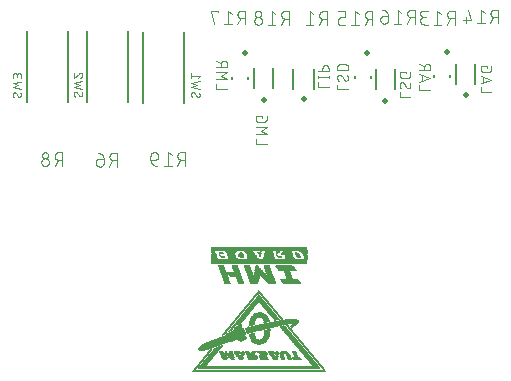
<source format=gbr>
G04 EAGLE Gerber RS-274X export*
G75*
%MOMM*%
%FSLAX34Y34*%
%LPD*%
%INSilkscreen Bottom*%
%IPPOS*%
%AMOC8*
5,1,8,0,0,1.08239X$1,22.5*%
G01*
%ADD10R,8.128000X0.020319*%
%ADD11R,8.168638X0.020319*%
%ADD12R,8.148319X0.020319*%
%ADD13R,0.914400X0.020319*%
%ADD14R,0.589281X0.020319*%
%ADD15R,0.426719X0.020319*%
%ADD16R,0.629919X0.020319*%
%ADD17R,0.182875X0.020319*%
%ADD18R,0.853438X0.020319*%
%ADD19R,1.239519X0.020319*%
%ADD20R,0.304800X0.020319*%
%ADD21R,0.792475X0.020319*%
%ADD22R,0.609600X0.020319*%
%ADD23R,0.406400X0.020319*%
%ADD24R,0.650238X0.020319*%
%ADD25R,0.142238X0.020319*%
%ADD26R,0.772156X0.020319*%
%ADD27R,1.016000X0.020319*%
%ADD28R,0.711200X0.020319*%
%ADD29R,0.365762X0.020319*%
%ADD30R,0.121919X0.020319*%
%ADD31R,0.751838X0.020319*%
%ADD32R,0.934719X0.020319*%
%ADD33R,0.325119X0.020319*%
%ADD34R,0.670556X0.020319*%
%ADD35R,0.345438X0.020319*%
%ADD36R,0.101600X0.020319*%
%ADD37R,0.731519X0.020319*%
%ADD38R,0.873756X0.020319*%
%ADD39R,0.690881X0.020319*%
%ADD40R,0.081281X0.020319*%
%ADD41R,0.833119X0.020319*%
%ADD42R,0.589275X0.020319*%
%ADD43R,0.284475X0.020319*%
%ADD44R,0.690875X0.020319*%
%ADD45R,0.792481X0.020319*%
%ADD46R,0.568956X0.020319*%
%ADD47R,0.264156X0.020319*%
%ADD48R,0.040638X0.020319*%
%ADD49R,0.548638X0.020319*%
%ADD50R,0.223519X0.020319*%
%ADD51R,0.020319X0.020319*%
%ADD52R,0.508000X0.020319*%
%ADD53R,0.182881X0.020319*%
%ADD54R,0.365756X0.020319*%
%ADD55R,0.487675X0.020319*%
%ADD56R,0.812800X0.020319*%
%ADD57R,0.162556X0.020319*%
%ADD58R,0.670563X0.020319*%
%ADD59R,0.203200X0.020319*%
%ADD60R,0.467356X0.020319*%
%ADD61R,0.873762X0.020319*%
%ADD62R,0.386075X0.020319*%
%ADD63R,0.447038X0.020319*%
%ADD64R,0.894081X0.020319*%
%ADD65R,0.081275X0.020319*%
%ADD66R,0.386081X0.020319*%
%ADD67R,0.955038X0.020319*%
%ADD68R,0.243838X0.020319*%
%ADD69R,0.284481X0.020319*%
%ADD70R,0.060956X0.020319*%
%ADD71R,0.060963X0.020319*%
%ADD72R,0.528319X0.020319*%
%ADD73R,0.975356X0.020319*%
%ADD74R,0.995681X0.020319*%
%ADD75R,1.056638X0.020319*%
%ADD76R,1.097275X0.020319*%
%ADD77R,1.036319X0.020319*%
%ADD78R,1.158238X0.020319*%
%ADD79R,1.259838X0.020319*%
%ADD80R,1.422400X0.020319*%
%ADD81R,1.442719X0.020319*%
%ADD82R,1.463037X0.020319*%
%ADD83R,0.264163X0.020319*%
%ADD84R,1.483356X0.020319*%
%ADD85R,0.568963X0.020319*%
%ADD86R,1.483363X0.020319*%
%ADD87R,1.686556X0.020319*%
%ADD88R,1.706881X0.020319*%
%ADD89R,1.686563X0.020319*%
%ADD90R,1.117600X0.020319*%
%ADD91R,1.076956X0.020319*%
%ADD92R,0.995675X0.020319*%
%ADD93R,0.975363X0.020319*%
%ADD94R,0.894075X0.020319*%
%ADD95R,0.162562X0.020319*%
%ADD96R,0.772163X0.020319*%
%ADD97R,0.487681X0.020319*%
%ADD98R,0.467363X0.020319*%
%ADD99R,1.198875X0.020319*%
%ADD100R,1.280156X0.020319*%
%ADD101R,1.320800X0.020319*%
%ADD102R,1.341119X0.020319*%
%ADD103R,1.381756X0.020319*%
%ADD104R,1.402081X0.020319*%
%ADD105R,1.564638X0.020319*%
%ADD106R,1.808475X0.020319*%
%ADD107R,1.889756X0.020319*%
%ADD108R,2.011675X0.020319*%
%ADD109R,2.113275X0.020319*%
%ADD110R,2.235200X0.020319*%
%ADD111R,2.316475X0.020319*%
%ADD112R,2.397756X0.020319*%
%ADD113R,2.458719X0.020319*%
%ADD114R,2.540000X0.020319*%
%ADD115R,2.621281X0.020319*%
%ADD116R,2.214875X0.020319*%
%ADD117R,2.133600X0.020319*%
%ADD118R,2.092956X0.020319*%
%ADD119R,2.052319X0.020319*%
%ADD120R,2.072637X0.020319*%
%ADD121R,2.032000X0.020319*%
%ADD122R,2.011681X0.020319*%
%ADD123R,1.991356X0.020319*%
%ADD124R,1.971037X0.020319*%
%ADD125R,1.950719X0.020319*%
%ADD126R,1.869438X0.020319*%
%ADD127R,1.767838X0.020319*%
%ADD128R,1.605275X0.020319*%
%ADD129R,1.503681X0.020319*%
%ADD130R,1.137919X0.020319*%
%ADD131R,1.178556X0.020319*%
%ADD132R,1.300481X0.020319*%
%ADD133R,1.361438X0.020319*%
%ADD134R,1.544319X0.020319*%
%ADD135R,1.584956X0.020319*%
%ADD136R,1.625600X0.020319*%
%ADD137R,1.645919X0.020319*%
%ADD138R,1.747519X0.020319*%
%ADD139R,1.828800X0.020319*%
%ADD140R,2.174238X0.020319*%
%ADD141R,2.296163X0.020319*%
%ADD142R,2.377438X0.020319*%
%ADD143R,2.438400X0.020319*%
%ADD144R,2.519681X0.020319*%
%ADD145R,2.560319X0.020319*%
%ADD146R,2.600956X0.020319*%
%ADD147R,1.849119X0.020319*%
%ADD148R,1.280163X0.020319*%
%ADD149R,1.198881X0.020319*%
%ADD150R,1.076963X0.020319*%
%ADD151R,1.666238X0.020319*%
%ADD152R,1.503675X0.020319*%
%ADD153R,1.219200X0.020319*%
%ADD154R,10.017762X0.020319*%
%ADD155R,10.058400X0.020319*%
%ADD156R,10.099037X0.020319*%
%ADD157R,10.119356X0.020319*%
%ADD158R,10.160000X0.020319*%
%ADD159R,10.180319X0.020319*%
%ADD160R,10.220963X0.020319*%
%ADD161R,10.261600X0.020319*%
%ADD162R,10.302238X0.020319*%
%ADD163R,10.322556X0.020319*%
%ADD164R,10.342881X0.020319*%
%ADD165R,10.383519X0.020319*%
%ADD166R,10.403837X0.020319*%
%ADD167R,11.196319X0.020319*%
%ADD168R,11.216638X0.020319*%
%ADD169R,11.257281X0.020319*%
%ADD170R,11.297919X0.020319*%
%ADD171C,0.101600*%
%ADD172C,0.127000*%
%ADD173C,0.076200*%
%ADD174C,0.150000*%
%ADD175C,0.500000*%


D10*
X211430Y219253D03*
D11*
X211430Y219050D03*
D12*
X211328Y218846D03*
X211328Y218643D03*
X211328Y218440D03*
X211328Y218237D03*
X211328Y218034D03*
X211328Y217830D03*
X211328Y217627D03*
X211328Y217424D03*
X211328Y217221D03*
X211328Y217018D03*
D13*
X247498Y216814D03*
D14*
X235306Y216814D03*
D15*
X227178Y216814D03*
D16*
X219050Y216814D03*
D17*
X212547Y216814D03*
D18*
X201066Y216814D03*
D19*
X187554Y216814D03*
D20*
X172110Y216814D03*
D21*
X248107Y216611D03*
D22*
X235204Y216611D03*
D23*
X227076Y216611D03*
D24*
X219151Y216611D03*
D25*
X212547Y216611D03*
D26*
X201473Y216611D03*
D27*
X187452Y216611D03*
D20*
X172110Y216611D03*
D28*
X248514Y216408D03*
D24*
X235204Y216408D03*
D29*
X227076Y216408D03*
D24*
X219151Y216408D03*
D30*
X212649Y216408D03*
D31*
X201778Y216408D03*
D32*
X187452Y216408D03*
D33*
X172212Y216408D03*
D34*
X248717Y216205D03*
D24*
X235204Y216205D03*
D35*
X226974Y216205D03*
D24*
X219151Y216205D03*
D36*
X212750Y216205D03*
D37*
X202082Y216205D03*
D38*
X187350Y216205D03*
D33*
X172212Y216205D03*
D16*
X248920Y216002D03*
D39*
X235204Y216002D03*
D33*
X226873Y216002D03*
D34*
X219253Y216002D03*
D40*
X212852Y216002D03*
D28*
X202387Y216002D03*
D41*
X187350Y216002D03*
D33*
X172212Y216002D03*
D42*
X249123Y215798D03*
D28*
X235102Y215798D03*
D43*
X226873Y215798D03*
D44*
X219151Y215798D03*
D40*
X212852Y215798D03*
D44*
X202489Y215798D03*
D45*
X187350Y215798D03*
D35*
X172314Y215798D03*
D46*
X249225Y215595D03*
D37*
X235001Y215595D03*
D47*
X226771Y215595D03*
D28*
X219253Y215595D03*
D48*
X212852Y215595D03*
D39*
X202692Y215595D03*
D26*
X187249Y215595D03*
D35*
X172314Y215595D03*
D49*
X249326Y215392D03*
D26*
X235001Y215392D03*
D50*
X226771Y215392D03*
D28*
X219253Y215392D03*
D51*
X212954Y215392D03*
D44*
X202895Y215392D03*
D37*
X187249Y215392D03*
D35*
X172314Y215392D03*
D52*
X249530Y215189D03*
D21*
X234899Y215189D03*
D53*
X226568Y215189D03*
D28*
X219253Y215189D03*
D39*
X203098Y215189D03*
D37*
X187249Y215189D03*
D54*
X172415Y215189D03*
D55*
X249631Y214986D03*
D56*
X234798Y214986D03*
D57*
X226466Y214986D03*
D37*
X219354Y214986D03*
D58*
X203200Y214986D03*
D28*
X187350Y214986D03*
D54*
X172415Y214986D03*
D55*
X249631Y214782D03*
D30*
X242519Y214782D03*
D18*
X234798Y214782D03*
D30*
X226466Y214782D03*
D37*
X219354Y214782D03*
D33*
X211430Y214782D03*
D34*
X203403Y214782D03*
D59*
X195377Y214782D03*
D28*
X187350Y214782D03*
D35*
X178816Y214782D03*
D54*
X172415Y214782D03*
D60*
X249733Y214579D03*
D57*
X242722Y214579D03*
D61*
X234696Y214579D03*
D36*
X226365Y214579D03*
D37*
X219354Y214579D03*
D20*
X211531Y214579D03*
D34*
X203606Y214579D03*
D47*
X195478Y214579D03*
D34*
X187350Y214579D03*
D54*
X178918Y214579D03*
D62*
X172517Y214579D03*
D63*
X249834Y214376D03*
D59*
X242926Y214376D03*
D64*
X234594Y214376D03*
D65*
X226263Y214376D03*
D26*
X219354Y214376D03*
D43*
X211633Y214376D03*
D39*
X203708Y214376D03*
D20*
X195478Y214376D03*
D34*
X187350Y214376D03*
D54*
X179121Y214376D03*
D62*
X172517Y214376D03*
D15*
X249936Y214173D03*
D50*
X243230Y214173D03*
D32*
X234594Y214173D03*
D48*
X226263Y214173D03*
D26*
X219354Y214173D03*
D43*
X211633Y214173D03*
D44*
X203911Y214173D03*
D35*
X195478Y214173D03*
D34*
X187350Y214173D03*
D66*
X179222Y214173D03*
D23*
X172618Y214173D03*
X250038Y213970D03*
D47*
X243434Y213970D03*
D67*
X234493Y213970D03*
D26*
X219354Y213970D03*
D68*
X211633Y213970D03*
D44*
X203911Y213970D03*
D66*
X195682Y213970D03*
D34*
X187350Y213970D03*
D29*
X179324Y213970D03*
D23*
X172618Y213970D03*
X250038Y213766D03*
D43*
X243535Y213766D03*
D67*
X234696Y213766D03*
D45*
X219456Y213766D03*
D50*
X211734Y213766D03*
D39*
X204114Y213766D03*
D15*
X195682Y213766D03*
D34*
X187350Y213766D03*
D23*
X172618Y213766D03*
D62*
X250139Y213563D03*
D69*
X243738Y213563D03*
D56*
X235407Y213563D03*
D45*
X219456Y213563D03*
D59*
X211836Y213563D03*
D28*
X204216Y213563D03*
D15*
X195682Y213563D03*
D34*
X187350Y213563D03*
D15*
X172720Y213563D03*
D54*
X250241Y213360D03*
D20*
X243840Y213360D03*
D31*
X235712Y213360D03*
D56*
X219558Y213360D03*
D59*
X211836Y213360D03*
D28*
X204419Y213360D03*
D63*
X195783Y213360D03*
D44*
X187249Y213360D03*
D15*
X172720Y213360D03*
D54*
X250241Y213157D03*
D33*
X243942Y213157D03*
D37*
X236017Y213157D03*
D51*
X226568Y213157D03*
D41*
X219456Y213157D03*
D53*
X211938Y213157D03*
D28*
X204419Y213157D03*
D63*
X195783Y213157D03*
D28*
X187350Y213157D03*
D51*
X177800Y213157D03*
D15*
X172720Y213157D03*
D35*
X250342Y212954D03*
D33*
X244145Y212954D03*
D28*
X236118Y212954D03*
D48*
X226670Y212954D03*
D41*
X219456Y212954D03*
D57*
X212039Y212954D03*
D37*
X204521Y212954D03*
D60*
X195885Y212954D03*
D37*
X187249Y212954D03*
D48*
X177902Y212954D03*
D63*
X172822Y212954D03*
D33*
X250444Y212750D03*
X244145Y212750D03*
D39*
X236220Y212750D03*
D70*
X226771Y212750D03*
D18*
X219558Y212750D03*
D25*
X212141Y212750D03*
D31*
X204622Y212750D03*
D60*
X195885Y212750D03*
D39*
X187452Y212750D03*
D48*
X178105Y212750D03*
D63*
X172822Y212750D03*
D33*
X250444Y212547D03*
X244348Y212547D03*
D44*
X236423Y212547D03*
D70*
X226974Y212547D03*
D18*
X219558Y212547D03*
D30*
X212039Y212547D03*
D31*
X204826Y212547D03*
D63*
X195986Y212547D03*
D34*
X187554Y212547D03*
D40*
X178308Y212547D03*
D63*
X172822Y212547D03*
D20*
X250546Y212344D03*
D35*
X244450Y212344D03*
D34*
X236525Y212344D03*
D40*
X227076Y212344D03*
D18*
X219558Y212344D03*
D36*
X212141Y212344D03*
D26*
X204927Y212344D03*
D63*
X195986Y212344D03*
D34*
X187757Y212344D03*
D36*
X178410Y212344D03*
D60*
X172923Y212344D03*
D20*
X250546Y212141D03*
D35*
X244450Y212141D03*
D24*
X236626Y212141D03*
D36*
X227178Y212141D03*
D38*
X219659Y212141D03*
D40*
X212242Y212141D03*
D26*
X204927Y212141D03*
D15*
X196088Y212141D03*
D34*
X187757Y212141D03*
D36*
X178613Y212141D03*
D60*
X172923Y212141D03*
D20*
X250546Y211938D03*
D33*
X244551Y211938D03*
D58*
X236728Y211938D03*
D35*
X228600Y211938D03*
D38*
X219659Y211938D03*
D71*
X212344Y211938D03*
D21*
X205029Y211938D03*
D15*
X196088Y211938D03*
D24*
X187858Y211938D03*
D54*
X179934Y211938D03*
D55*
X173025Y211938D03*
D43*
X250647Y211734D03*
D35*
X244653Y211734D03*
D58*
X236728Y211734D03*
D54*
X228702Y211734D03*
D64*
X219558Y211734D03*
D71*
X212344Y211734D03*
D56*
X205130Y211734D03*
D23*
X196190Y211734D03*
D24*
X188062Y211734D03*
D54*
X180137Y211734D03*
D55*
X173025Y211734D03*
D43*
X250647Y211531D03*
D35*
X244653Y211531D03*
D39*
X236830Y211531D03*
D54*
X228702Y211531D03*
D13*
X219659Y211531D03*
D48*
X212446Y211531D03*
D41*
X205232Y211531D03*
D62*
X196291Y211531D03*
D24*
X188062Y211531D03*
D54*
X180137Y211531D03*
D55*
X173025Y211531D03*
D43*
X250647Y211328D03*
D33*
X244754Y211328D03*
D39*
X236830Y211328D03*
D54*
X228905Y211328D03*
D13*
X219659Y211328D03*
D18*
X205334Y211328D03*
D33*
X196393Y211328D03*
D34*
X188163Y211328D03*
D54*
X180137Y211328D03*
D52*
X173126Y211328D03*
D43*
X250647Y211125D03*
D20*
X244653Y211125D03*
D39*
X236830Y211125D03*
D54*
X228905Y211125D03*
D32*
X219761Y211125D03*
D18*
X205334Y211125D03*
D43*
X196393Y211125D03*
D44*
X188265Y211125D03*
D35*
X180238Y211125D03*
D52*
X173126Y211125D03*
D47*
X250749Y210922D03*
X244653Y210922D03*
D28*
X236931Y210922D03*
D33*
X228905Y210922D03*
D32*
X219761Y210922D03*
D38*
X205435Y210922D03*
D59*
X196393Y210922D03*
D44*
X188265Y210922D03*
D33*
X180137Y210922D03*
D52*
X173126Y210922D03*
D47*
X250749Y210718D03*
D28*
X236931Y210718D03*
D32*
X219761Y210718D03*
D13*
X205435Y210718D03*
D28*
X188366Y210718D03*
D72*
X173228Y210718D03*
D47*
X250749Y210515D03*
D28*
X236931Y210515D03*
D73*
X219761Y210515D03*
D32*
X205537Y210515D03*
D37*
X188468Y210515D03*
D72*
X173228Y210515D03*
D43*
X250647Y210312D03*
D37*
X237033Y210312D03*
D73*
X219761Y210312D03*
D32*
X205537Y210312D03*
D31*
X188570Y210312D03*
D72*
X173228Y210312D03*
D43*
X250647Y210109D03*
D37*
X237033Y210109D03*
D73*
X219761Y210109D03*
X205537Y210109D03*
D26*
X188671Y210109D03*
D49*
X173330Y210109D03*
D43*
X250647Y209906D03*
D31*
X236931Y209906D03*
D74*
X219862Y209906D03*
D27*
X205537Y209906D03*
D41*
X188773Y209906D03*
D49*
X173330Y209906D03*
D43*
X250647Y209702D03*
D26*
X237033Y209702D03*
D27*
X219761Y209702D03*
D75*
X205537Y209702D03*
D18*
X188874Y209702D03*
D46*
X173431Y209702D03*
D20*
X250546Y209499D03*
D21*
X236931Y209499D03*
D27*
X219761Y209499D03*
D76*
X205537Y209499D03*
D13*
X188976Y209499D03*
D46*
X173431Y209499D03*
D33*
X250444Y209296D03*
D41*
X236931Y209296D03*
D77*
X219862Y209296D03*
D78*
X205435Y209296D03*
D67*
X189179Y209296D03*
D46*
X173431Y209296D03*
D54*
X250241Y209093D03*
D18*
X236830Y209093D03*
D75*
X219761Y209093D03*
D79*
X205130Y209093D03*
D77*
X189179Y209093D03*
D42*
X173533Y209093D03*
D12*
X211328Y208890D03*
X211328Y208686D03*
X211328Y208483D03*
X211328Y208280D03*
X211328Y208077D03*
X211328Y207874D03*
X211328Y207670D03*
X211328Y207467D03*
X211328Y207264D03*
X211328Y207061D03*
X211328Y206858D03*
D11*
X211430Y206654D03*
D12*
X211328Y206451D03*
D10*
X211430Y206248D03*
D80*
X232156Y203810D03*
D49*
X217424Y203810D03*
D59*
X209194Y203810D03*
D72*
X200863Y203810D03*
X190500Y203810D03*
D49*
X179019Y203810D03*
D81*
X232258Y203606D03*
D49*
X217424Y203606D03*
D59*
X209194Y203606D03*
D49*
X200965Y203606D03*
X190602Y203606D03*
X179019Y203606D03*
D82*
X232562Y203403D03*
D49*
X217627Y203403D03*
D50*
X209296Y203403D03*
D49*
X200965Y203403D03*
X190602Y203403D03*
X179019Y203403D03*
D82*
X232766Y203200D03*
D49*
X217627Y203200D03*
D83*
X209296Y203200D03*
D72*
X201066Y203200D03*
X190703Y203200D03*
D49*
X179222Y203200D03*
D84*
X232867Y202997D03*
D72*
X217729Y202997D03*
D69*
X209398Y202997D03*
D49*
X201168Y202997D03*
X190805Y202997D03*
X179222Y202997D03*
D84*
X233070Y202794D03*
D49*
X217830Y202794D03*
D20*
X209499Y202794D03*
D49*
X201168Y202794D03*
X190805Y202794D03*
D85*
X179324Y202794D03*
D84*
X233274Y202590D03*
D49*
X217830Y202590D03*
D33*
X209601Y202590D03*
D72*
X201270Y202590D03*
X190906Y202590D03*
D49*
X179426Y202590D03*
D82*
X233375Y202387D03*
D49*
X218034Y202387D03*
D35*
X209702Y202387D03*
D49*
X201371Y202387D03*
X191008Y202387D03*
X179426Y202387D03*
D82*
X233578Y202184D03*
D49*
X218034Y202184D03*
D66*
X209702Y202184D03*
D49*
X201371Y202184D03*
D72*
X191110Y202184D03*
D46*
X179527Y202184D03*
D86*
X233680Y201981D03*
D49*
X218034Y201981D03*
D23*
X209804Y201981D03*
D49*
X201574Y201981D03*
D72*
X191110Y201981D03*
D49*
X179629Y201981D03*
D84*
X233883Y201778D03*
D49*
X218237Y201778D03*
D15*
X209906Y201778D03*
D49*
X201574Y201778D03*
X191211Y201778D03*
X179629Y201778D03*
D84*
X234086Y201574D03*
D49*
X218237Y201574D03*
D63*
X210007Y201574D03*
D49*
X201574Y201574D03*
D72*
X191313Y201574D03*
D49*
X179832Y201574D03*
D82*
X234188Y201371D03*
D72*
X218338Y201371D03*
D60*
X210109Y201371D03*
D49*
X201778Y201371D03*
X191414Y201371D03*
X179832Y201371D03*
D82*
X234391Y201168D03*
D49*
X218440Y201168D03*
D60*
X210109Y201168D03*
D49*
X201778Y201168D03*
X191414Y201168D03*
X179832Y201168D03*
D82*
X234594Y200965D03*
D49*
X218440Y200965D03*
D52*
X210109Y200965D03*
D72*
X201879Y200965D03*
X191516Y200965D03*
D49*
X180035Y200965D03*
D82*
X234798Y200762D03*
D72*
X218542Y200762D03*
X210210Y200762D03*
D49*
X201981Y200762D03*
X191618Y200762D03*
X180035Y200762D03*
D81*
X234899Y200558D03*
D49*
X218643Y200558D03*
X210312Y200558D03*
X201981Y200558D03*
X191618Y200558D03*
X180035Y200558D03*
D81*
X235102Y200355D03*
D49*
X218643Y200355D03*
D46*
X210414Y200355D03*
D72*
X202082Y200355D03*
X191719Y200355D03*
D49*
X180238Y200355D03*
D81*
X235306Y200152D03*
D49*
X218846Y200152D03*
D42*
X210515Y200152D03*
D49*
X202184Y200152D03*
X191821Y200152D03*
X180238Y200152D03*
D46*
X234391Y199949D03*
D49*
X218846Y199949D03*
D16*
X210515Y199949D03*
D49*
X202184Y199949D03*
D72*
X191922Y199949D03*
D49*
X180442Y199949D03*
X234493Y199746D03*
X218846Y199746D03*
D24*
X210617Y199746D03*
D49*
X202387Y199746D03*
D72*
X191922Y199746D03*
D49*
X180442Y199746D03*
D72*
X234594Y199542D03*
D49*
X219050Y199542D03*
D34*
X210718Y199542D03*
D49*
X202387Y199542D03*
X192024Y199542D03*
D72*
X180543Y199542D03*
D49*
X234696Y199339D03*
X219050Y199339D03*
D39*
X210820Y199339D03*
D49*
X202387Y199339D03*
D72*
X192126Y199339D03*
D49*
X180645Y199339D03*
X234696Y199136D03*
D72*
X219151Y199136D03*
D28*
X210922Y199136D03*
D49*
X202590Y199136D03*
X192227Y199136D03*
X180645Y199136D03*
X234899Y198933D03*
X219253Y198933D03*
D37*
X211023Y198933D03*
D49*
X202590Y198933D03*
X192227Y198933D03*
D72*
X180746Y198933D03*
D49*
X234899Y198730D03*
X219253Y198730D03*
D31*
X210922Y198730D03*
D72*
X202692Y198730D03*
X192329Y198730D03*
D49*
X180848Y198730D03*
X234899Y198526D03*
X219456Y198526D03*
D26*
X211023Y198526D03*
D49*
X202794Y198526D03*
X192430Y198526D03*
X180848Y198526D03*
X235102Y198323D03*
X219456Y198323D03*
D21*
X211125Y198323D03*
D49*
X202794Y198323D03*
D87*
X186741Y198323D03*
D49*
X235102Y198120D03*
X219456Y198120D03*
D56*
X211226Y198120D03*
D72*
X202895Y198120D03*
D87*
X186741Y198120D03*
D72*
X235204Y197917D03*
D49*
X219659Y197917D03*
D41*
X211328Y197917D03*
D49*
X202997Y197917D03*
D88*
X186842Y197917D03*
D49*
X235306Y197714D03*
X219659Y197714D03*
D61*
X211328Y197714D03*
D49*
X202997Y197714D03*
D89*
X186944Y197714D03*
D49*
X235306Y197510D03*
X219659Y197510D03*
D64*
X211430Y197510D03*
D49*
X203200Y197510D03*
D89*
X186944Y197510D03*
D49*
X235509Y197307D03*
X219862Y197307D03*
D13*
X211531Y197307D03*
D49*
X203200Y197307D03*
D87*
X187147Y197307D03*
D49*
X235509Y197104D03*
X219862Y197104D03*
D32*
X211633Y197104D03*
D49*
X203200Y197104D03*
D90*
X189992Y197104D03*
D49*
X181458Y197104D03*
X235509Y196901D03*
D72*
X219964Y196901D03*
D67*
X211734Y196901D03*
D49*
X203403Y196901D03*
D90*
X190195Y196901D03*
D49*
X181458Y196901D03*
X235712Y196698D03*
X220066Y196698D03*
D74*
X211734Y196698D03*
D49*
X203403Y196698D03*
D76*
X190297Y196698D03*
D72*
X181559Y196698D03*
D49*
X235712Y196494D03*
X220066Y196494D03*
D74*
X211734Y196494D03*
D72*
X203505Y196494D03*
D91*
X190398Y196494D03*
D49*
X181661Y196494D03*
X235712Y196291D03*
X220269Y196291D03*
D27*
X211836Y196291D03*
D49*
X203606Y196291D03*
D91*
X190602Y196291D03*
D49*
X181661Y196291D03*
X235915Y196088D03*
X220269Y196088D03*
D52*
X214579Y196088D03*
X209296Y196088D03*
D49*
X203606Y196088D03*
D75*
X190703Y196088D03*
D49*
X181864Y196088D03*
X235915Y195885D03*
X220269Y195885D03*
D52*
X214782Y195885D03*
X209296Y195885D03*
D72*
X203708Y195885D03*
D77*
X190805Y195885D03*
D49*
X181864Y195885D03*
D72*
X236017Y195682D03*
D91*
X217830Y195682D03*
X206451Y195682D03*
D77*
X191008Y195682D03*
D49*
X181864Y195682D03*
X236118Y195478D03*
D75*
X217932Y195478D03*
X206350Y195478D03*
D27*
X191110Y195478D03*
D49*
X182067Y195478D03*
X236118Y195275D03*
D77*
X218034Y195275D03*
X206451Y195275D03*
D92*
X191211Y195275D03*
D49*
X182067Y195275D03*
X236322Y195072D03*
D77*
X218237Y195072D03*
X206451Y195072D03*
D74*
X191414Y195072D03*
D72*
X182169Y195072D03*
D49*
X236322Y194869D03*
D77*
X218237Y194869D03*
X206451Y194869D03*
D93*
X191516Y194869D03*
D49*
X182270Y194869D03*
X236322Y194666D03*
D27*
X218338Y194666D03*
X206553Y194666D03*
D73*
X191719Y194666D03*
D49*
X182270Y194666D03*
X236525Y194462D03*
D27*
X218542Y194462D03*
D92*
X206451Y194462D03*
D49*
X193853Y194462D03*
D72*
X182372Y194462D03*
D49*
X236525Y194259D03*
D92*
X218643Y194259D03*
D73*
X206553Y194259D03*
D72*
X193954Y194259D03*
D49*
X182474Y194259D03*
X236525Y194056D03*
D74*
X218846Y194056D03*
D73*
X206553Y194056D03*
D49*
X194056Y194056D03*
X182474Y194056D03*
X236728Y193853D03*
D93*
X218948Y193853D03*
D73*
X206553Y193853D03*
D49*
X194056Y193853D03*
X182677Y193853D03*
X236728Y193650D03*
D67*
X219050Y193650D03*
X206654Y193650D03*
D72*
X194158Y193650D03*
D49*
X182677Y193650D03*
D72*
X236830Y193446D03*
D67*
X219253Y193446D03*
D32*
X206553Y193446D03*
D49*
X194259Y193446D03*
X182677Y193446D03*
X236931Y193243D03*
D32*
X219354Y193243D03*
X206553Y193243D03*
D72*
X194361Y193243D03*
D49*
X182880Y193243D03*
X236931Y193040D03*
D13*
X219456Y193040D03*
X206654Y193040D03*
D72*
X194361Y193040D03*
D49*
X182880Y193040D03*
X237134Y192837D03*
D13*
X219659Y192837D03*
X206654Y192837D03*
D49*
X194462Y192837D03*
D72*
X182982Y192837D03*
D46*
X237033Y192634D03*
D94*
X219761Y192634D03*
D13*
X206654Y192634D03*
D72*
X194564Y192634D03*
D49*
X183083Y192634D03*
D81*
X236322Y192430D03*
D38*
X219862Y192430D03*
D64*
X206756Y192430D03*
D49*
X194666Y192430D03*
X183083Y192430D03*
D82*
X236626Y192227D03*
D38*
X220066Y192227D03*
X206654Y192227D03*
D49*
X194666Y192227D03*
D72*
X183185Y192227D03*
D82*
X236830Y192024D03*
D38*
X220066Y192024D03*
D18*
X206756Y192024D03*
D72*
X194767Y192024D03*
D49*
X183286Y192024D03*
D84*
X236931Y191821D03*
D18*
X220167Y191821D03*
X206756Y191821D03*
D49*
X194869Y191821D03*
X183286Y191821D03*
D84*
X237134Y191618D03*
D18*
X220370Y191618D03*
X206756Y191618D03*
D49*
X194869Y191618D03*
X183490Y191618D03*
D84*
X237338Y191414D03*
D41*
X220472Y191414D03*
X206858Y191414D03*
D72*
X194970Y191414D03*
D49*
X183490Y191414D03*
D82*
X237439Y191211D03*
D41*
X220675Y191211D03*
D56*
X206756Y191211D03*
D49*
X195072Y191211D03*
X183490Y191211D03*
D82*
X237642Y191008D03*
D56*
X220777Y191008D03*
X206756Y191008D03*
D72*
X195174Y191008D03*
D49*
X183693Y191008D03*
D86*
X237744Y190805D03*
D45*
X220878Y190805D03*
X206858Y190805D03*
D72*
X195174Y190805D03*
D49*
X183693Y190805D03*
D84*
X237947Y190602D03*
D45*
X221082Y190602D03*
X206858Y190602D03*
D49*
X195275Y190602D03*
D72*
X183794Y190602D03*
D84*
X238150Y190398D03*
D26*
X221183Y190398D03*
D45*
X206858Y190398D03*
D72*
X195377Y190398D03*
D49*
X183896Y190398D03*
D84*
X238354Y190195D03*
D31*
X221285Y190195D03*
X206858Y190195D03*
D49*
X195478Y190195D03*
X183896Y190195D03*
D82*
X238455Y189992D03*
D31*
X221488Y189992D03*
X206858Y189992D03*
D49*
X195478Y189992D03*
D72*
X183998Y189992D03*
D82*
X238658Y189789D03*
D37*
X221590Y189789D03*
X206959Y189789D03*
D72*
X195580Y189789D03*
D49*
X184099Y189789D03*
D82*
X238862Y189586D03*
D37*
X221793Y189586D03*
X206959Y189586D03*
D49*
X195682Y189586D03*
X184099Y189586D03*
D82*
X239065Y189382D03*
D37*
X221793Y189382D03*
X206959Y189382D03*
D49*
X195682Y189382D03*
X184302Y189382D03*
D81*
X239166Y189179D03*
D28*
X221894Y189179D03*
D44*
X206959Y189179D03*
D72*
X195783Y189179D03*
D49*
X184302Y189179D03*
D81*
X239370Y188976D03*
D28*
X222098Y188976D03*
D44*
X206959Y188976D03*
D49*
X195885Y188976D03*
X184302Y188976D03*
D80*
X239471Y188773D03*
D44*
X222199Y188773D03*
D34*
X207061Y188773D03*
D72*
X195986Y188773D03*
X184404Y188773D03*
D48*
X210820Y182677D03*
D40*
X210820Y182474D03*
D30*
X210820Y182270D03*
D25*
X210922Y182067D03*
D53*
X210922Y181864D03*
D59*
X210820Y181661D03*
D68*
X210820Y181458D03*
D69*
X210820Y181254D03*
D25*
X211734Y181051D03*
X209906Y181051D03*
X211938Y180848D03*
D30*
X209804Y180848D03*
X212039Y180645D03*
D25*
X209702Y180645D03*
D30*
X212242Y180442D03*
D25*
X209499Y180442D03*
X212344Y180238D03*
X209296Y180238D03*
X212547Y180035D03*
X209093Y180035D03*
X212750Y179832D03*
X208890Y179832D03*
X212954Y179629D03*
X208890Y179629D03*
X213157Y179426D03*
X208686Y179426D03*
D57*
X213258Y179222D03*
D48*
X210820Y179222D03*
D25*
X208483Y179222D03*
X213360Y179019D03*
D40*
X210820Y179019D03*
D25*
X208280Y179019D03*
X213563Y178816D03*
D36*
X210922Y178816D03*
D25*
X208077Y178816D03*
X213766Y178613D03*
X210922Y178613D03*
D57*
X207975Y178613D03*
D25*
X213970Y178410D03*
D95*
X210820Y178410D03*
D25*
X207874Y178410D03*
D57*
X214071Y178206D03*
D59*
X210820Y178206D03*
D25*
X207670Y178206D03*
X214173Y178003D03*
D68*
X210820Y178003D03*
D25*
X207467Y178003D03*
X214376Y177800D03*
D47*
X210922Y177800D03*
D25*
X207264Y177800D03*
X214579Y177597D03*
D20*
X210922Y177597D03*
D57*
X207162Y177597D03*
D25*
X214782Y177394D03*
D29*
X210820Y177394D03*
D25*
X207061Y177394D03*
X214986Y177190D03*
D29*
X210820Y177190D03*
D25*
X206858Y177190D03*
X215189Y176987D03*
D23*
X210820Y176987D03*
D25*
X206654Y176987D03*
D57*
X215290Y176784D03*
D15*
X210922Y176784D03*
D25*
X206451Y176784D03*
X215392Y176581D03*
D60*
X210922Y176581D03*
D25*
X206248Y176581D03*
X215595Y176378D03*
D52*
X210922Y176378D03*
D30*
X206146Y176378D03*
D25*
X215798Y176174D03*
D85*
X210820Y176174D03*
D25*
X206045Y176174D03*
X216002Y175971D03*
D14*
X210922Y175971D03*
D25*
X205842Y175971D03*
X216205Y175768D03*
D22*
X210820Y175768D03*
D25*
X205638Y175768D03*
D57*
X216306Y175565D03*
D24*
X210820Y175565D03*
D25*
X205435Y175565D03*
X216408Y175362D03*
D34*
X210922Y175362D03*
D30*
X205334Y175362D03*
D25*
X216611Y175158D03*
D28*
X210922Y175158D03*
D25*
X205029Y175158D03*
X216814Y174955D03*
D31*
X210922Y174955D03*
D25*
X205029Y174955D03*
X217018Y174752D03*
D96*
X210820Y174752D03*
D25*
X204826Y174752D03*
X217221Y174549D03*
D56*
X210820Y174549D03*
D25*
X204622Y174549D03*
D30*
X217322Y174346D03*
D18*
X210820Y174346D03*
D30*
X204521Y174346D03*
D25*
X217424Y174142D03*
D64*
X210820Y174142D03*
D25*
X204216Y174142D03*
X217627Y173939D03*
D13*
X210922Y173939D03*
D25*
X204216Y173939D03*
X217830Y173736D03*
D67*
X210922Y173736D03*
D25*
X204013Y173736D03*
X218034Y173533D03*
D74*
X210922Y173533D03*
D25*
X203810Y173533D03*
X218237Y173330D03*
D97*
X213462Y173330D03*
D52*
X208280Y173330D03*
D25*
X203606Y173330D03*
D57*
X218338Y173126D03*
D55*
X213665Y173126D03*
D52*
X208077Y173126D03*
D57*
X203505Y173126D03*
X218542Y172923D03*
D97*
X213868Y172923D03*
D55*
X207975Y172923D03*
D25*
X203403Y172923D03*
X218643Y172720D03*
D55*
X214071Y172720D03*
D97*
X207772Y172720D03*
D25*
X203200Y172720D03*
X218846Y172517D03*
D97*
X214274Y172517D03*
D55*
X207569Y172517D03*
D25*
X202997Y172517D03*
X219050Y172314D03*
D97*
X214478Y172314D03*
D52*
X207467Y172314D03*
D25*
X202794Y172314D03*
D57*
X219151Y172110D03*
D97*
X214478Y172110D03*
X207162Y172110D03*
D95*
X202692Y172110D03*
D57*
X219354Y171907D03*
D55*
X214681Y171907D03*
D52*
X207061Y171907D03*
D25*
X202590Y171907D03*
X219456Y171704D03*
D97*
X214884Y171704D03*
D55*
X206959Y171704D03*
D25*
X202387Y171704D03*
X219659Y171501D03*
D55*
X215087Y171501D03*
D97*
X206756Y171501D03*
D25*
X202184Y171501D03*
X219862Y171298D03*
D97*
X215290Y171298D03*
D55*
X206553Y171298D03*
D25*
X201981Y171298D03*
X220066Y171094D03*
D98*
X215392Y171094D03*
D97*
X206350Y171094D03*
D57*
X201879Y171094D03*
X220167Y170891D03*
D60*
X215595Y170891D03*
D52*
X206248Y170891D03*
D95*
X201676Y170891D03*
D25*
X220269Y170688D03*
D55*
X215697Y170688D03*
D97*
X206146Y170688D03*
D57*
X201473Y170688D03*
D25*
X220472Y170485D03*
D97*
X215900Y170485D03*
D55*
X205943Y170485D03*
D25*
X201371Y170485D03*
X220675Y170282D03*
D55*
X216103Y170282D03*
D97*
X205740Y170282D03*
D25*
X201168Y170282D03*
X220878Y170078D03*
D97*
X216306Y170078D03*
D55*
X205537Y170078D03*
D25*
X200965Y170078D03*
X221082Y169875D03*
D97*
X216510Y169875D03*
D52*
X205435Y169875D03*
D25*
X200762Y169875D03*
X221285Y169672D03*
D97*
X216510Y169672D03*
D52*
X205232Y169672D03*
D95*
X200660Y169672D03*
D30*
X221386Y169469D03*
D55*
X216713Y169469D03*
D52*
X205029Y169469D03*
D57*
X200457Y169469D03*
X221590Y169266D03*
D97*
X216916Y169266D03*
D55*
X204927Y169266D03*
D25*
X200355Y169266D03*
X221691Y169062D03*
D55*
X217119Y169062D03*
D97*
X204724Y169062D03*
D25*
X200152Y169062D03*
X221894Y168859D03*
D97*
X217322Y168859D03*
D52*
X204622Y168859D03*
D25*
X199949Y168859D03*
X222098Y168656D03*
D97*
X217526Y168656D03*
D52*
X204419Y168656D03*
D25*
X199746Y168656D03*
X222301Y168453D03*
D97*
X217526Y168453D03*
D52*
X204216Y168453D03*
D95*
X199644Y168453D03*
D57*
X222402Y168250D03*
D55*
X217729Y168250D03*
D97*
X204114Y168250D03*
D25*
X199542Y168250D03*
X222504Y168046D03*
D97*
X217932Y168046D03*
D55*
X203911Y168046D03*
D25*
X199339Y168046D03*
X222707Y167843D03*
D55*
X218135Y167843D03*
D97*
X203708Y167843D03*
D25*
X199136Y167843D03*
X222910Y167640D03*
D97*
X218338Y167640D03*
D55*
X203505Y167640D03*
D25*
X198933Y167640D03*
X223114Y167437D03*
D52*
X218440Y167437D03*
X203403Y167437D03*
D57*
X198831Y167437D03*
D25*
X223317Y167234D03*
D55*
X218745Y167234D03*
D97*
X203302Y167234D03*
D25*
X198730Y167234D03*
X223520Y167030D03*
D55*
X218745Y167030D03*
D97*
X203098Y167030D03*
D25*
X198526Y167030D03*
D30*
X223622Y166827D03*
D97*
X218948Y166827D03*
D55*
X202895Y166827D03*
D25*
X198323Y166827D03*
D57*
X223825Y166624D03*
D55*
X219151Y166624D03*
D97*
X202692Y166624D03*
D25*
X198120Y166624D03*
X223926Y166421D03*
D97*
X219354Y166421D03*
D52*
X202590Y166421D03*
D25*
X197917Y166421D03*
X224130Y166218D03*
D97*
X219558Y166218D03*
D55*
X202489Y166218D03*
D30*
X197815Y166218D03*
D25*
X224333Y166014D03*
D55*
X219761Y166014D03*
D97*
X202286Y166014D03*
D95*
X197612Y166014D03*
D30*
X224434Y165811D03*
D55*
X219761Y165811D03*
D97*
X202082Y165811D03*
D25*
X197510Y165811D03*
X224739Y165608D03*
D97*
X219964Y165608D03*
D55*
X201879Y165608D03*
D25*
X197307Y165608D03*
X224739Y165405D03*
D55*
X220167Y165405D03*
D97*
X201676Y165405D03*
D25*
X197104Y165405D03*
X224942Y165202D03*
D97*
X220370Y165202D03*
D52*
X201574Y165202D03*
D30*
X197002Y165202D03*
D25*
X225146Y164998D03*
D97*
X220574Y164998D03*
D52*
X201371Y164998D03*
D57*
X196799Y164998D03*
D25*
X225349Y164795D03*
D97*
X220574Y164795D03*
X201270Y164795D03*
D25*
X196698Y164795D03*
X225552Y164592D03*
D60*
X220878Y164592D03*
D97*
X201066Y164592D03*
D25*
X196494Y164592D03*
D57*
X225654Y164389D03*
D97*
X220980Y164389D03*
D55*
X200863Y164389D03*
D25*
X196291Y164389D03*
X225755Y164186D03*
D55*
X221183Y164186D03*
D52*
X200762Y164186D03*
D25*
X196088Y164186D03*
X225958Y163982D03*
D97*
X221386Y163982D03*
D47*
X211531Y163982D03*
D52*
X200558Y163982D03*
D57*
X195986Y163982D03*
D25*
X226162Y163779D03*
D98*
X221488Y163779D03*
D60*
X211531Y163779D03*
D55*
X200457Y163779D03*
D25*
X195885Y163779D03*
X226365Y163576D03*
D60*
X221691Y163576D03*
D42*
X211531Y163576D03*
D97*
X200254Y163576D03*
D25*
X195682Y163576D03*
X226568Y163373D03*
D55*
X221793Y163373D03*
D39*
X211430Y163373D03*
D97*
X200050Y163373D03*
D25*
X195478Y163373D03*
D30*
X226670Y163170D03*
D97*
X221996Y163170D03*
D26*
X211430Y163170D03*
D52*
X199949Y163170D03*
D25*
X195275Y163170D03*
X226771Y162966D03*
D55*
X222199Y162966D03*
D41*
X211531Y162966D03*
D52*
X199746Y162966D03*
D25*
X195072Y162966D03*
X226974Y162763D03*
D97*
X222402Y162763D03*
D13*
X211531Y162763D03*
D52*
X199542Y162763D03*
D30*
X194970Y162763D03*
D25*
X227178Y162560D03*
D97*
X222606Y162560D03*
D73*
X211430Y162560D03*
D55*
X199441Y162560D03*
D25*
X194869Y162560D03*
X227381Y162357D03*
D55*
X222809Y162357D03*
D77*
X211531Y162357D03*
D97*
X199238Y162357D03*
D25*
X194666Y162357D03*
X227584Y162154D03*
D55*
X222809Y162154D03*
D91*
X211531Y162154D03*
D97*
X199034Y162154D03*
D25*
X194462Y162154D03*
D57*
X227686Y161950D03*
D97*
X223012Y161950D03*
D90*
X211531Y161950D03*
D55*
X198831Y161950D03*
D25*
X194259Y161950D03*
X227787Y161747D03*
D55*
X223215Y161747D03*
D78*
X211531Y161747D03*
D52*
X198730Y161747D03*
D30*
X194158Y161747D03*
D25*
X227990Y161544D03*
D97*
X223418Y161544D03*
D99*
X211531Y161544D03*
D97*
X198628Y161544D03*
D25*
X194056Y161544D03*
X228194Y161341D03*
D97*
X223622Y161341D03*
D19*
X211531Y161341D03*
D55*
X198425Y161341D03*
D57*
X193751Y161341D03*
D25*
X228397Y161138D03*
D52*
X223723Y161138D03*
D100*
X211531Y161138D03*
D97*
X198222Y161138D03*
D25*
X193650Y161138D03*
X228600Y160934D03*
D55*
X223825Y160934D03*
D101*
X211531Y160934D03*
D97*
X198018Y160934D03*
D25*
X193446Y160934D03*
D57*
X228702Y160731D03*
D97*
X224028Y160731D03*
D102*
X211430Y160731D03*
D52*
X197917Y160731D03*
D25*
X193243Y160731D03*
X228803Y160528D03*
D55*
X224231Y160528D03*
D103*
X211430Y160528D03*
D55*
X197815Y160528D03*
D57*
X193142Y160528D03*
D25*
X229006Y160325D03*
D97*
X224434Y160325D03*
D24*
X215290Y160325D03*
D16*
X207670Y160325D03*
D97*
X197612Y160325D03*
D25*
X193040Y160325D03*
X229210Y160122D03*
D97*
X224638Y160122D03*
D14*
X215798Y160122D03*
D46*
X207162Y160122D03*
D55*
X197409Y160122D03*
D25*
X192837Y160122D03*
X229413Y159918D03*
D55*
X224841Y159918D03*
D49*
X216002Y159918D03*
X206858Y159918D03*
D97*
X197206Y159918D03*
D25*
X192634Y159918D03*
X229616Y159715D03*
D97*
X225044Y159715D03*
D49*
X216205Y159715D03*
D72*
X206756Y159715D03*
D52*
X197104Y159715D03*
D25*
X192430Y159715D03*
X229819Y159512D03*
D97*
X225044Y159512D03*
D72*
X216306Y159512D03*
X206553Y159512D03*
D52*
X196901Y159512D03*
D57*
X192329Y159512D03*
X229921Y159309D03*
D55*
X225247Y159309D03*
D72*
X216510Y159309D03*
D52*
X206451Y159309D03*
D55*
X196799Y159309D03*
D25*
X192227Y159309D03*
D95*
X230124Y159106D03*
D97*
X225450Y159106D03*
D52*
X216611Y159106D03*
X206248Y159106D03*
D97*
X196596Y159106D03*
D25*
X192024Y159106D03*
X230226Y158902D03*
D97*
X225654Y158902D03*
D52*
X216814Y158902D03*
X206248Y158902D03*
D55*
X196393Y158902D03*
D25*
X191821Y158902D03*
D51*
X239776Y158699D03*
D36*
X230226Y158699D03*
D55*
X225857Y158699D03*
D52*
X216814Y158699D03*
X206045Y158699D03*
X196291Y158699D03*
D25*
X191618Y158699D03*
D22*
X239471Y158496D03*
D52*
X225958Y158496D03*
X217018Y158496D03*
D55*
X205943Y158496D03*
D52*
X196088Y158496D03*
D25*
X191414Y158496D03*
D38*
X238963Y158293D03*
D60*
X225958Y158293D03*
D52*
X217018Y158293D03*
X205842Y158293D03*
D97*
X195986Y158293D03*
D57*
X191313Y158293D03*
D75*
X238455Y158090D03*
D33*
X225450Y158090D03*
D55*
X217119Y158090D03*
D97*
X205740Y158090D03*
D55*
X195783Y158090D03*
D25*
X191211Y158090D03*
D19*
X237744Y157886D03*
D53*
X224942Y157886D03*
D52*
X217221Y157886D03*
D97*
X205740Y157886D03*
X195580Y157886D03*
D25*
X191008Y157886D03*
D104*
X237338Y157683D03*
D71*
X224536Y157683D03*
D97*
X217322Y157683D03*
D52*
X205638Y157683D03*
D55*
X195377Y157683D03*
D25*
X190805Y157683D03*
D105*
X236728Y157480D03*
D97*
X217322Y157480D03*
D55*
X205537Y157480D03*
D97*
X195174Y157480D03*
D25*
X190602Y157480D03*
D87*
X236118Y157277D03*
D52*
X217424Y157277D03*
D55*
X205537Y157277D03*
D52*
X195072Y157277D03*
D25*
X190398Y157277D03*
D106*
X235509Y157074D03*
D97*
X217526Y157074D03*
D52*
X205435Y157074D03*
X194869Y157074D03*
D25*
X190195Y157074D03*
D107*
X235102Y156870D03*
D97*
X217526Y156870D03*
X205334Y156870D03*
D55*
X194767Y156870D03*
D25*
X190195Y156870D03*
D108*
X234493Y156667D03*
D98*
X217424Y156667D03*
D97*
X205334Y156667D03*
X194564Y156667D03*
D25*
X189992Y156667D03*
D109*
X233985Y156464D03*
D29*
X216916Y156464D03*
D97*
X205334Y156464D03*
D55*
X194361Y156464D03*
D25*
X189789Y156464D03*
D110*
X233375Y156261D03*
D69*
X216510Y156261D03*
D52*
X205232Y156261D03*
X194259Y156261D03*
D25*
X189586Y156261D03*
D111*
X232969Y156058D03*
D57*
X216103Y156058D03*
D52*
X205232Y156058D03*
X194056Y156058D03*
D25*
X189382Y156058D03*
D112*
X232359Y155854D03*
D70*
X215595Y155854D03*
D97*
X205130Y155854D03*
X193954Y155854D03*
D25*
X189382Y155854D03*
D113*
X231851Y155651D03*
D97*
X205130Y155651D03*
D55*
X193751Y155651D03*
D25*
X189179Y155651D03*
D114*
X231242Y155448D03*
D97*
X205130Y155448D03*
X193548Y155448D03*
D25*
X188976Y155448D03*
D115*
X230632Y155245D03*
D97*
X205130Y155245D03*
D52*
X193446Y155245D03*
D25*
X188773Y155245D03*
D60*
X241402Y155042D03*
D116*
X227787Y155042D03*
D52*
X205029Y155042D03*
D97*
X193142Y155042D03*
D57*
X188671Y155042D03*
D33*
X241910Y154838D03*
D117*
X226365Y154838D03*
D52*
X205029Y154838D03*
D60*
X192837Y154838D03*
D25*
X188570Y154838D03*
D20*
X241808Y154635D03*
D118*
X225146Y154635D03*
D52*
X205029Y154635D03*
D15*
X192634Y154635D03*
D25*
X188366Y154635D03*
D20*
X241605Y154432D03*
D119*
X224130Y154432D03*
D52*
X205029Y154432D03*
D62*
X192227Y154432D03*
D25*
X188163Y154432D03*
D33*
X241300Y154229D03*
D120*
X223215Y154229D03*
D55*
X204927Y154229D03*
D54*
X191922Y154229D03*
D25*
X187960Y154229D03*
D33*
X241097Y154026D03*
D121*
X222199Y154026D03*
D55*
X204927Y154026D03*
D48*
X195986Y154026D03*
D33*
X191516Y154026D03*
D57*
X187858Y154026D03*
D35*
X240792Y153822D03*
D121*
X221183Y153822D03*
D55*
X204927Y153822D03*
D36*
X195885Y153822D03*
D20*
X191211Y153822D03*
D57*
X187655Y153822D03*
D54*
X240487Y153619D03*
D108*
X220269Y153619D03*
D62*
X204419Y153619D03*
D25*
X195682Y153619D03*
D68*
X190906Y153619D03*
D25*
X187554Y153619D03*
D54*
X240081Y153416D03*
D25*
X234899Y153416D03*
D122*
X219456Y153416D03*
D20*
X204013Y153416D03*
D59*
X195377Y153416D03*
X190500Y153416D03*
D25*
X187350Y153416D03*
D54*
X239878Y153213D03*
D25*
X234899Y153213D03*
D123*
X218542Y153213D03*
D68*
X203505Y153213D03*
X195174Y153213D03*
D17*
X190195Y153213D03*
D25*
X187147Y153213D03*
D23*
X239471Y153010D03*
D95*
X235204Y153010D03*
D40*
X232562Y153010D03*
D124*
X217627Y153010D03*
D25*
X202997Y153010D03*
D20*
X194869Y153010D03*
D57*
X189890Y153010D03*
X187046Y153010D03*
D66*
X239370Y152806D03*
D25*
X235306Y152806D03*
D59*
X232156Y152806D03*
D123*
X216713Y152806D03*
D40*
X202692Y152806D03*
D29*
X194564Y152806D03*
D30*
X189484Y152806D03*
D57*
X186842Y152806D03*
D35*
X239166Y152603D03*
D25*
X235509Y152603D03*
D33*
X231750Y152603D03*
D124*
X215798Y152603D03*
D23*
X194361Y152603D03*
D36*
X189382Y152603D03*
D25*
X186741Y152603D03*
D20*
X239166Y152400D03*
D25*
X235712Y152400D03*
D15*
X231445Y152400D03*
D124*
X214986Y152400D03*
D98*
X194056Y152400D03*
D36*
X189179Y152400D03*
D25*
X186538Y152400D03*
D47*
X239166Y152197D03*
D25*
X235915Y152197D03*
D60*
X231242Y152197D03*
D125*
X214071Y152197D03*
D52*
X193853Y152197D03*
D36*
X188976Y152197D03*
D25*
X186334Y152197D03*
D68*
X239065Y151994D03*
D25*
X236118Y151994D03*
D55*
X231343Y151994D03*
D124*
X213360Y151994D03*
D85*
X193548Y151994D03*
D30*
X188874Y151994D03*
D25*
X186131Y151994D03*
D17*
X238963Y151790D03*
D95*
X236220Y151790D03*
D97*
X231546Y151790D03*
D124*
X212344Y151790D03*
D22*
X193548Y151790D03*
D25*
X188773Y151790D03*
X185928Y151790D03*
X238963Y151587D03*
X236322Y151587D03*
D97*
X231750Y151587D03*
D124*
X211531Y151587D03*
D16*
X193446Y151587D03*
D30*
X188671Y151587D03*
D57*
X185826Y151587D03*
D40*
X238862Y151384D03*
D25*
X236525Y151384D03*
D55*
X231953Y151384D03*
D124*
X210718Y151384D03*
D16*
X193446Y151384D03*
D25*
X188570Y151384D03*
D57*
X185623Y151384D03*
D48*
X238862Y151181D03*
D25*
X236728Y151181D03*
D97*
X232156Y151181D03*
D125*
X209804Y151181D03*
D16*
X193446Y151181D03*
D95*
X188468Y151181D03*
D25*
X185522Y151181D03*
X236931Y150978D03*
D52*
X232258Y150978D03*
D124*
X209093Y150978D03*
D24*
X193345Y150978D03*
D57*
X188265Y150978D03*
D25*
X185318Y150978D03*
D57*
X237033Y150774D03*
D52*
X232461Y150774D03*
D126*
X208585Y150774D03*
D70*
X197714Y150774D03*
D24*
X193345Y150774D03*
D17*
X188163Y150774D03*
D25*
X185115Y150774D03*
D95*
X237236Y150571D03*
D97*
X232562Y150571D03*
D127*
X208280Y150571D03*
D25*
X197510Y150571D03*
D24*
X193345Y150571D03*
D53*
X187960Y150571D03*
D25*
X184912Y150571D03*
X237338Y150368D03*
D97*
X232766Y150368D03*
D87*
X207874Y150368D03*
D41*
X194056Y150368D03*
D59*
X187858Y150368D03*
D57*
X184810Y150368D03*
D25*
X237541Y150165D03*
D55*
X232969Y150165D03*
D36*
X220066Y150165D03*
D128*
X207467Y150165D03*
D18*
X194158Y150165D03*
D50*
X187757Y150165D03*
D25*
X184709Y150165D03*
X237744Y149962D03*
D97*
X233172Y149962D03*
D57*
X219761Y149962D03*
D129*
X207162Y149962D03*
D61*
X194056Y149962D03*
D59*
X187655Y149962D03*
D25*
X184506Y149962D03*
X237947Y149758D03*
D55*
X233375Y149758D03*
D47*
X219253Y149758D03*
D80*
X206756Y149758D03*
D61*
X194056Y149758D03*
D50*
X187554Y149758D03*
D25*
X184302Y149758D03*
D57*
X238049Y149555D03*
D55*
X233375Y149555D03*
D35*
X218846Y149555D03*
D101*
X206451Y149555D03*
D64*
X194158Y149555D03*
D68*
X187452Y149555D03*
D25*
X184099Y149555D03*
X238150Y149352D03*
D97*
X233578Y149352D03*
D15*
X218440Y149352D03*
D19*
X206045Y149352D03*
D13*
X194056Y149352D03*
D68*
X187249Y149352D03*
D57*
X183998Y149352D03*
X238455Y149149D03*
D97*
X233782Y149149D03*
D55*
X218135Y149149D03*
D130*
X205740Y149149D03*
D32*
X194158Y149149D03*
D59*
X187046Y149149D03*
D25*
X183896Y149149D03*
X238557Y148946D03*
D55*
X233985Y148946D03*
D52*
X218034Y148946D03*
D75*
X205334Y148946D03*
D32*
X194158Y148946D03*
D57*
X186639Y148946D03*
D25*
X183693Y148946D03*
X238760Y148742D03*
D97*
X234188Y148742D03*
D52*
X218034Y148742D03*
D73*
X204927Y148742D03*
X194158Y148742D03*
D25*
X186334Y148742D03*
X183490Y148742D03*
X238963Y148539D03*
D55*
X234391Y148539D03*
D52*
X218034Y148539D03*
D38*
X204622Y148539D03*
D74*
X194056Y148539D03*
D36*
X185928Y148539D03*
D25*
X183286Y148539D03*
X239166Y148336D03*
D52*
X234493Y148336D03*
X218034Y148336D03*
D56*
X204318Y148336D03*
D75*
X193751Y148336D03*
D65*
X185623Y148336D03*
D57*
X183185Y148336D03*
D95*
X239268Y148133D03*
D52*
X234696Y148133D03*
X218034Y148133D03*
D44*
X203911Y148133D03*
D90*
X193650Y148133D03*
D51*
X185318Y148133D03*
D25*
X183083Y148133D03*
X239370Y147930D03*
D97*
X234798Y147930D03*
X217932Y147930D03*
D22*
X203505Y147930D03*
D131*
X193345Y147930D03*
D57*
X182778Y147930D03*
D25*
X239573Y147726D03*
D55*
X235001Y147726D03*
D97*
X217932Y147726D03*
D72*
X203302Y147726D03*
D19*
X193243Y147726D03*
D25*
X182677Y147726D03*
X239776Y147523D03*
D97*
X235204Y147523D03*
X217932Y147523D03*
D63*
X202895Y147523D03*
D132*
X192938Y147523D03*
D25*
X182474Y147523D03*
X239979Y147320D03*
D52*
X235306Y147320D03*
D97*
X217932Y147320D03*
D66*
X202590Y147320D03*
D133*
X192634Y147320D03*
D25*
X182270Y147320D03*
X240182Y147117D03*
D52*
X235509Y147117D03*
D97*
X217932Y147117D03*
D69*
X202286Y147117D03*
D80*
X192532Y147117D03*
D25*
X182067Y147117D03*
D95*
X240284Y146914D03*
D52*
X235712Y146914D03*
D97*
X217932Y146914D03*
D40*
X207162Y146914D03*
D59*
X201879Y146914D03*
D84*
X192227Y146914D03*
D57*
X181966Y146914D03*
D25*
X240386Y146710D03*
D97*
X235814Y146710D03*
X217932Y146710D03*
D95*
X206756Y146710D03*
D65*
X201473Y146710D03*
D134*
X192126Y146710D03*
D57*
X181762Y146710D03*
D25*
X240589Y146507D03*
D55*
X236017Y146507D03*
D52*
X217830Y146507D03*
D68*
X206350Y146507D03*
D135*
X191922Y146507D03*
D25*
X181661Y146507D03*
X240792Y146304D03*
D97*
X236220Y146304D03*
D52*
X217830Y146304D03*
D33*
X205943Y146304D03*
D136*
X191922Y146304D03*
D25*
X181458Y146304D03*
X240995Y146101D03*
D55*
X236423Y146101D03*
X217729Y146101D03*
D66*
X205638Y146101D03*
D136*
X191922Y146101D03*
D25*
X181254Y146101D03*
D57*
X241097Y145898D03*
D97*
X236626Y145898D03*
D55*
X217729Y145898D03*
D97*
X205130Y145898D03*
D137*
X191821Y145898D03*
D25*
X181051Y145898D03*
X241198Y145694D03*
D52*
X236728Y145694D03*
D55*
X217729Y145694D03*
D97*
X205130Y145694D03*
D137*
X191821Y145694D03*
D30*
X180950Y145694D03*
D57*
X241503Y145491D03*
D97*
X236830Y145491D03*
D55*
X217729Y145491D03*
D52*
X205232Y145491D03*
D136*
X191516Y145491D03*
D65*
X180543Y145491D03*
D25*
X241605Y145288D03*
D55*
X237033Y145288D03*
X217729Y145288D03*
D52*
X205232Y145288D03*
D128*
X191211Y145288D03*
D70*
X180238Y145288D03*
D25*
X241808Y145085D03*
D97*
X237236Y145085D03*
X217526Y145085D03*
X205334Y145085D03*
D128*
X190805Y145085D03*
D25*
X242011Y144882D03*
D55*
X237439Y144882D03*
D97*
X217526Y144882D03*
X205334Y144882D03*
D87*
X190602Y144882D03*
D25*
X242214Y144678D03*
D52*
X237541Y144678D03*
D97*
X217526Y144678D03*
X205334Y144678D03*
D138*
X190500Y144678D03*
D25*
X242418Y144475D03*
D52*
X237744Y144475D03*
D97*
X217526Y144475D03*
D52*
X205435Y144475D03*
D139*
X190297Y144475D03*
D25*
X242418Y144272D03*
D52*
X237947Y144272D03*
D97*
X217322Y144272D03*
D52*
X205435Y144272D03*
D126*
X190094Y144272D03*
D25*
X242621Y144069D03*
D55*
X238049Y144069D03*
D97*
X217322Y144069D03*
D55*
X205537Y144069D03*
D125*
X189890Y144069D03*
D25*
X242824Y143866D03*
D97*
X238252Y143866D03*
X217322Y143866D03*
D55*
X205537Y143866D03*
D108*
X189789Y143866D03*
D25*
X243027Y143662D03*
D52*
X238354Y143662D03*
D55*
X217119Y143662D03*
D52*
X205638Y143662D03*
D118*
X189586Y143662D03*
D25*
X243230Y143459D03*
D52*
X238557Y143459D03*
D55*
X217119Y143459D03*
D97*
X205740Y143459D03*
D140*
X189382Y143459D03*
D95*
X243332Y143256D03*
D52*
X238760Y143256D03*
D55*
X217119Y143256D03*
D52*
X205842Y143256D03*
D110*
X189281Y143256D03*
D25*
X243434Y143053D03*
D97*
X238862Y143053D03*
X216916Y143053D03*
D52*
X205842Y143053D03*
D141*
X188976Y143053D03*
D25*
X243637Y142850D03*
D55*
X239065Y142850D03*
D97*
X216916Y142850D03*
D55*
X205943Y142850D03*
D142*
X188773Y142850D03*
D25*
X243840Y142646D03*
D97*
X239268Y142646D03*
D55*
X216713Y142646D03*
D52*
X206045Y142646D03*
D143*
X188671Y142646D03*
D25*
X244043Y142443D03*
D97*
X239268Y142443D03*
D52*
X216611Y142443D03*
D72*
X206146Y142443D03*
D144*
X188468Y142443D03*
D57*
X244145Y142240D03*
D52*
X239573Y142240D03*
D97*
X216510Y142240D03*
D52*
X206248Y142240D03*
D145*
X188265Y142240D03*
D95*
X244348Y142037D03*
D97*
X239674Y142037D03*
D52*
X216408Y142037D03*
D72*
X206350Y142037D03*
D146*
X187858Y142037D03*
D57*
X244551Y141834D03*
D97*
X239878Y141834D03*
D52*
X216205Y141834D03*
D72*
X206553Y141834D03*
D146*
X187249Y141834D03*
D57*
X244754Y141630D03*
D55*
X240081Y141630D03*
D49*
X216002Y141630D03*
D85*
X206756Y141630D03*
D146*
X186639Y141630D03*
D25*
X244856Y141427D03*
D97*
X240284Y141427D03*
D49*
X215798Y141427D03*
D46*
X206959Y141427D03*
D44*
X195783Y141427D03*
D147*
X182474Y141427D03*
D25*
X245059Y141224D03*
D55*
X240487Y141224D03*
D22*
X215494Y141224D03*
D16*
X207264Y141224D03*
D46*
X195783Y141224D03*
D147*
X181864Y141224D03*
D25*
X245262Y141021D03*
D52*
X240589Y141021D03*
D104*
X211328Y141021D03*
D52*
X195682Y141021D03*
D147*
X181458Y141021D03*
D95*
X245364Y140818D03*
D52*
X240792Y140818D03*
D133*
X211328Y140818D03*
D66*
X195682Y140818D03*
D147*
X180848Y140818D03*
D57*
X245567Y140614D03*
D52*
X240995Y140614D03*
D101*
X211328Y140614D03*
D20*
X195682Y140614D03*
D126*
X180340Y140614D03*
D25*
X245669Y140411D03*
D55*
X241097Y140411D03*
D101*
X211328Y140411D03*
D59*
X195580Y140411D03*
D147*
X179832Y140411D03*
D25*
X245872Y140208D03*
D97*
X241300Y140208D03*
D148*
X211328Y140208D03*
D36*
X195478Y140208D03*
D126*
X179324Y140208D03*
D25*
X246075Y140005D03*
D55*
X241503Y140005D03*
D19*
X211328Y140005D03*
D51*
X195478Y140005D03*
D147*
X178816Y140005D03*
D25*
X246278Y139802D03*
D52*
X241605Y139802D03*
D149*
X211328Y139802D03*
D147*
X178206Y139802D03*
D95*
X246380Y139598D03*
D52*
X241808Y139598D03*
D78*
X211328Y139598D03*
D65*
X186639Y139598D03*
D89*
X176784Y139598D03*
D25*
X246482Y139395D03*
D97*
X241910Y139395D03*
D90*
X211328Y139395D03*
D87*
X176378Y139395D03*
D25*
X246685Y139192D03*
D55*
X242113Y139192D03*
D150*
X211328Y139192D03*
D89*
X175768Y139192D03*
D25*
X246888Y138989D03*
D97*
X242316Y138989D03*
D27*
X211226Y138989D03*
D87*
X175362Y138989D03*
D25*
X247091Y138786D03*
D52*
X242418Y138786D03*
D67*
X211328Y138786D03*
D89*
X174752Y138786D03*
D57*
X247193Y138582D03*
D52*
X242621Y138582D03*
D13*
X211328Y138582D03*
D151*
X174244Y138582D03*
D95*
X247396Y138379D03*
D52*
X242824Y138379D03*
D41*
X211328Y138379D03*
D151*
X173838Y138379D03*
D57*
X247599Y138176D03*
D97*
X242926Y138176D03*
D31*
X211328Y138176D03*
D151*
X173431Y138176D03*
D57*
X247802Y137973D03*
D55*
X243129Y137973D03*
D16*
X211328Y137973D03*
D137*
X172923Y137973D03*
D25*
X247904Y137770D03*
D97*
X243332Y137770D03*
D52*
X211328Y137770D03*
D128*
X172517Y137770D03*
D25*
X248107Y137566D03*
D55*
X243535Y137566D03*
D35*
X211328Y137566D03*
D135*
X172009Y137566D03*
D25*
X248310Y137363D03*
D52*
X243637Y137363D03*
D135*
X171602Y137363D03*
D95*
X248412Y137160D03*
D52*
X243840Y137160D03*
D134*
X171196Y137160D03*
D57*
X248615Y136957D03*
D52*
X244043Y136957D03*
D134*
X170790Y136957D03*
D25*
X248717Y136754D03*
D55*
X244145Y136754D03*
D152*
X170383Y136754D03*
D25*
X248920Y136550D03*
D97*
X244348Y136550D03*
D70*
X180238Y136550D03*
D82*
X169977Y136550D03*
D25*
X249123Y136347D03*
D55*
X244551Y136347D03*
D40*
X179934Y136347D03*
D81*
X169672Y136347D03*
D25*
X249326Y136144D03*
D52*
X244653Y136144D03*
D30*
X179527Y136144D03*
D104*
X169266Y136144D03*
D95*
X249428Y135941D03*
D52*
X244856Y135941D03*
D95*
X179324Y135941D03*
D103*
X168758Y135941D03*
D57*
X249631Y135738D03*
D97*
X244958Y135738D03*
D59*
X178918Y135738D03*
D102*
X168351Y135738D03*
D25*
X249733Y135534D03*
D55*
X245161Y135534D03*
D68*
X178511Y135534D03*
D101*
X168046Y135534D03*
D25*
X249936Y135331D03*
D97*
X245364Y135331D03*
D47*
X178206Y135331D03*
D148*
X167640Y135331D03*
D25*
X250139Y135128D03*
D55*
X245567Y135128D03*
D20*
X177800Y135128D03*
D79*
X167335Y135128D03*
D25*
X250342Y134925D03*
D52*
X245669Y134925D03*
D35*
X177394Y134925D03*
D153*
X166929Y134925D03*
D25*
X250546Y134722D03*
D97*
X245974Y134722D03*
D54*
X177089Y134722D03*
D78*
X166624Y134722D03*
D25*
X250749Y134518D03*
D97*
X245974Y134518D03*
D15*
X176784Y134518D03*
D130*
X166319Y134518D03*
D57*
X250850Y134315D03*
D55*
X246177Y134315D03*
D60*
X176378Y134315D03*
D76*
X165913Y134315D03*
D25*
X250952Y134112D03*
D97*
X246380Y134112D03*
D55*
X176073Y134112D03*
D150*
X165608Y134112D03*
D25*
X251155Y133909D03*
D55*
X246583Y133909D03*
D97*
X175870Y133909D03*
D77*
X165202Y133909D03*
D25*
X251358Y133706D03*
D97*
X246786Y133706D03*
X175666Y133706D03*
D92*
X164795Y133706D03*
D25*
X251562Y133502D03*
D52*
X246888Y133502D03*
X175565Y133502D03*
D67*
X164592Y133502D03*
D57*
X251663Y133299D03*
D52*
X247091Y133299D03*
D55*
X175463Y133299D03*
D13*
X164186Y133299D03*
D25*
X251765Y133096D03*
D52*
X247294Y133096D03*
D97*
X175260Y133096D03*
D48*
X171196Y133096D03*
D38*
X163779Y133096D03*
D25*
X251968Y132893D03*
D97*
X247396Y132893D03*
D55*
X175057Y132893D03*
D40*
X170790Y132893D03*
D56*
X163474Y132893D03*
D25*
X252171Y132690D03*
D55*
X247599Y132690D03*
D97*
X174854Y132690D03*
D36*
X170485Y132690D03*
D28*
X163170Y132690D03*
D25*
X252374Y132486D03*
D52*
X247701Y132486D03*
X174752Y132486D03*
D30*
X170180Y132486D03*
D52*
X163170Y132486D03*
D95*
X252476Y132283D03*
D52*
X247904Y132283D03*
D97*
X174650Y132283D03*
D57*
X169977Y132283D03*
X252679Y132080D03*
D52*
X248107Y132080D03*
D55*
X174447Y132080D03*
D25*
X169875Y132080D03*
X252781Y131877D03*
D55*
X248209Y131877D03*
D97*
X174244Y131877D03*
D25*
X169672Y131877D03*
X252984Y131674D03*
D97*
X248412Y131674D03*
D55*
X174041Y131674D03*
D25*
X169469Y131674D03*
X253187Y131470D03*
D55*
X248615Y131470D03*
D52*
X173939Y131470D03*
D25*
X169266Y131470D03*
D57*
X253289Y131267D03*
D52*
X248717Y131267D03*
D83*
X240792Y131267D03*
D15*
X232461Y131267D03*
D68*
X226466Y131267D03*
D46*
X221183Y131267D03*
D37*
X213055Y131267D03*
D20*
X207264Y131267D03*
D47*
X200965Y131267D03*
D68*
X197409Y131267D03*
D46*
X192126Y131267D03*
D68*
X186842Y131267D03*
D30*
X182982Y131267D03*
D47*
X179222Y131267D03*
D52*
X173736Y131267D03*
D25*
X169062Y131267D03*
D95*
X253492Y131064D03*
D97*
X249022Y131064D03*
D47*
X240995Y131064D03*
D72*
X232359Y131064D03*
D68*
X226466Y131064D03*
D42*
X221285Y131064D03*
D37*
X213258Y131064D03*
D20*
X207061Y131064D03*
D69*
X201066Y131064D03*
D68*
X197409Y131064D03*
D42*
X192227Y131064D03*
D83*
X186944Y131064D03*
D25*
X183083Y131064D03*
D47*
X179222Y131064D03*
D97*
X173634Y131064D03*
D25*
X169062Y131064D03*
D57*
X253695Y130861D03*
D97*
X249022Y130861D03*
D47*
X240995Y130861D03*
D22*
X232359Y130861D03*
D68*
X226466Y130861D03*
D14*
X221488Y130861D03*
D31*
X213563Y130861D03*
D20*
X206858Y130861D03*
D83*
X201168Y130861D03*
D47*
X197307Y130861D03*
D14*
X192430Y130861D03*
D83*
X186944Y130861D03*
D57*
X183185Y130861D03*
D47*
X179222Y130861D03*
D55*
X173431Y130861D03*
D25*
X168859Y130861D03*
D57*
X253898Y130658D03*
D55*
X249225Y130658D03*
D47*
X240995Y130658D03*
D24*
X232359Y130658D03*
D68*
X226466Y130658D03*
D42*
X221691Y130658D03*
D26*
X213665Y130658D03*
D20*
X206654Y130658D03*
D83*
X201168Y130658D03*
D47*
X197307Y130658D03*
D14*
X192430Y130658D03*
D47*
X187147Y130658D03*
D53*
X183286Y130658D03*
D47*
X179426Y130658D03*
D97*
X173228Y130658D03*
D25*
X168656Y130658D03*
X254000Y130454D03*
D97*
X249428Y130454D03*
D47*
X241198Y130454D03*
D44*
X232359Y130454D03*
D68*
X226466Y130454D03*
D14*
X221894Y130454D03*
D31*
X213766Y130454D03*
D20*
X206451Y130454D03*
D47*
X201371Y130454D03*
D68*
X197206Y130454D03*
D14*
X192634Y130454D03*
D47*
X187147Y130454D03*
D53*
X183286Y130454D03*
D47*
X179426Y130454D03*
D52*
X173126Y130454D03*
D25*
X168453Y130454D03*
X254203Y130251D03*
D55*
X249631Y130251D03*
D47*
X241198Y130251D03*
D28*
X232461Y130251D03*
D47*
X226365Y130251D03*
D14*
X221894Y130251D03*
D31*
X213970Y130251D03*
D20*
X206248Y130251D03*
D47*
X201371Y130251D03*
D68*
X197206Y130251D03*
D42*
X192837Y130251D03*
D47*
X187147Y130251D03*
D50*
X183286Y130251D03*
D47*
X179426Y130251D03*
D52*
X172923Y130251D03*
D25*
X168250Y130251D03*
X254406Y130048D03*
D97*
X249834Y130048D03*
D47*
X241402Y130048D03*
D37*
X232562Y130048D03*
D18*
X223418Y130048D03*
D37*
X214071Y130048D03*
D20*
X206045Y130048D03*
D47*
X201371Y130048D03*
D41*
X194259Y130048D03*
D47*
X187350Y130048D03*
D68*
X183388Y130048D03*
D47*
X179629Y130048D03*
D52*
X172720Y130048D03*
D95*
X168148Y130048D03*
D25*
X254610Y129845D03*
D52*
X249936Y129845D03*
D47*
X241402Y129845D03*
D26*
X232562Y129845D03*
D56*
X223418Y129845D03*
D31*
X214173Y129845D03*
D20*
X205842Y129845D03*
D47*
X201574Y129845D03*
D56*
X194361Y129845D03*
D47*
X187350Y129845D03*
X183490Y129845D03*
X179629Y129845D03*
D97*
X172618Y129845D03*
D25*
X168046Y129845D03*
X254813Y129642D03*
D52*
X250139Y129642D03*
D47*
X241402Y129642D03*
D26*
X232562Y129642D03*
D45*
X223520Y129642D03*
D37*
X214274Y129642D03*
D20*
X205638Y129642D03*
D47*
X201574Y129642D03*
D56*
X194361Y129642D03*
D47*
X187350Y129642D03*
D43*
X183591Y129642D03*
D83*
X179832Y129642D03*
D55*
X172415Y129642D03*
D25*
X167843Y129642D03*
D57*
X254914Y129438D03*
D52*
X250342Y129438D03*
D47*
X241605Y129438D03*
D35*
X234899Y129438D03*
D33*
X230327Y129438D03*
D68*
X226263Y129438D03*
D43*
X221183Y129438D03*
D47*
X216814Y129438D03*
D33*
X205334Y129438D03*
D69*
X201676Y129438D03*
D83*
X197104Y129438D03*
D69*
X191922Y129438D03*
D47*
X187554Y129438D03*
D20*
X183693Y129438D03*
D83*
X179832Y129438D03*
D52*
X172314Y129438D03*
D25*
X167640Y129438D03*
X255016Y129235D03*
D97*
X250444Y129235D03*
D47*
X241605Y129235D03*
D69*
X235204Y129235D03*
D20*
X230226Y129235D03*
D68*
X226263Y129235D03*
D43*
X221183Y129235D03*
D47*
X216814Y129235D03*
D33*
X205130Y129235D03*
D47*
X201778Y129235D03*
D83*
X197104Y129235D03*
D69*
X192126Y129235D03*
D47*
X187554Y129235D03*
D35*
X183693Y129235D03*
D83*
X179832Y129235D03*
D52*
X172110Y129235D03*
D25*
X167437Y129235D03*
X255219Y129032D03*
D55*
X250647Y129032D03*
D47*
X241605Y129032D03*
D43*
X235407Y129032D03*
D69*
X230124Y129032D03*
D68*
X226263Y129032D03*
D69*
X221386Y129032D03*
D47*
X216814Y129032D03*
D33*
X204927Y129032D03*
D47*
X201778Y129032D03*
D68*
X197002Y129032D03*
D43*
X192329Y129032D03*
D47*
X187554Y129032D03*
D54*
X183794Y129032D03*
D47*
X180035Y129032D03*
D52*
X171907Y129032D03*
D57*
X167335Y129032D03*
D25*
X255422Y128829D03*
D97*
X250850Y128829D03*
D83*
X241808Y128829D03*
D47*
X235509Y128829D03*
D69*
X230124Y128829D03*
D47*
X226162Y128829D03*
D69*
X221590Y128829D03*
D47*
X216814Y128829D03*
D46*
X203505Y128829D03*
D68*
X197002Y128829D03*
D20*
X192430Y128829D03*
D47*
X187757Y128829D03*
D66*
X183896Y128829D03*
D47*
X180035Y128829D03*
D97*
X171806Y128829D03*
D95*
X167132Y128829D03*
D25*
X255626Y128626D03*
D52*
X250952Y128626D03*
D83*
X241808Y128626D03*
X235712Y128626D03*
D47*
X230226Y128626D03*
D68*
X226060Y128626D03*
D43*
X221793Y128626D03*
D22*
X215087Y128626D03*
D34*
X204013Y128626D03*
D68*
X197002Y128626D03*
D69*
X192532Y128626D03*
D47*
X187757Y128626D03*
D23*
X183998Y128626D03*
D47*
X180035Y128626D03*
D97*
X171602Y128626D03*
D57*
X166929Y128626D03*
X255727Y128422D03*
D52*
X251155Y128422D03*
D83*
X241808Y128422D03*
X235712Y128422D03*
D47*
X230226Y128422D03*
D68*
X226060Y128422D03*
D43*
X221793Y128422D03*
D22*
X214884Y128422D03*
D37*
X204318Y128422D03*
D68*
X197002Y128422D03*
D43*
X192735Y128422D03*
D83*
X187960Y128422D03*
D15*
X184099Y128422D03*
D47*
X180238Y128422D03*
D55*
X171399Y128422D03*
D25*
X166827Y128422D03*
X255829Y128219D03*
D52*
X251358Y128219D03*
D47*
X242011Y128219D03*
X235915Y128219D03*
X230226Y128219D03*
D68*
X226060Y128219D03*
D69*
X221996Y128219D03*
D16*
X214782Y128219D03*
D31*
X204622Y128219D03*
D68*
X197002Y128219D03*
D69*
X192938Y128219D03*
D83*
X187960Y128219D03*
D15*
X184099Y128219D03*
D47*
X180238Y128219D03*
D97*
X171196Y128219D03*
D25*
X166624Y128219D03*
X256032Y128016D03*
D97*
X251460Y128016D03*
D47*
X242011Y128016D03*
X235915Y128016D03*
X230226Y128016D03*
D68*
X226060Y128016D03*
D43*
X222199Y128016D03*
D24*
X214681Y128016D03*
D45*
X204826Y128016D03*
D47*
X196901Y128016D03*
D69*
X193142Y128016D03*
D83*
X187960Y128016D03*
D60*
X184099Y128016D03*
D47*
X180238Y128016D03*
D52*
X171094Y128016D03*
D25*
X166421Y128016D03*
X256235Y127813D03*
D55*
X251663Y127813D03*
D47*
X242214Y127813D03*
X235915Y127813D03*
X230429Y127813D03*
D68*
X226060Y127813D03*
D69*
X222402Y127813D03*
D24*
X214478Y127813D03*
D72*
X206350Y127813D03*
D83*
X202184Y127813D03*
D68*
X196799Y127813D03*
D69*
X193142Y127813D03*
D77*
X184302Y127813D03*
D52*
X170891Y127813D03*
D25*
X166218Y127813D03*
X256438Y127610D03*
D52*
X251765Y127610D03*
D47*
X242214Y127610D03*
X236118Y127610D03*
X230429Y127610D03*
D68*
X226060Y127610D03*
D83*
X222504Y127610D03*
D16*
X214376Y127610D03*
D72*
X206553Y127610D03*
D47*
X202387Y127610D03*
D68*
X196799Y127610D03*
D43*
X193345Y127610D03*
D52*
X186944Y127610D03*
X181661Y127610D03*
X170688Y127610D03*
D95*
X166116Y127610D03*
X256540Y127406D03*
D97*
X252070Y127406D03*
D47*
X242214Y127406D03*
X236118Y127406D03*
X230429Y127406D03*
X225958Y127406D03*
D69*
X222606Y127406D03*
D24*
X214274Y127406D03*
D72*
X206756Y127406D03*
D47*
X202387Y127406D03*
D68*
X196799Y127406D03*
D69*
X193548Y127406D03*
D97*
X187046Y127406D03*
X181762Y127406D03*
X170586Y127406D03*
D25*
X166014Y127406D03*
D57*
X256743Y127203D03*
D52*
X252171Y127203D03*
D47*
X242418Y127203D03*
X236118Y127203D03*
D83*
X230632Y127203D03*
D68*
X225857Y127203D03*
D43*
X222809Y127203D03*
D22*
X214071Y127203D03*
D52*
X206858Y127203D03*
D43*
X202489Y127203D03*
D68*
X196799Y127203D03*
D43*
X193751Y127203D03*
D55*
X187249Y127203D03*
D97*
X181762Y127203D03*
D55*
X170383Y127203D03*
D25*
X165811Y127203D03*
D57*
X256946Y127000D03*
D55*
X252273Y127000D03*
D47*
X242418Y127000D03*
X236322Y127000D03*
D83*
X230632Y127000D03*
D68*
X225857Y127000D03*
D69*
X223012Y127000D03*
D85*
X213868Y127000D03*
D52*
X207061Y127000D03*
D47*
X202590Y127000D03*
D68*
X196799Y127000D03*
D47*
X193853Y127000D03*
D60*
X187350Y127000D03*
D97*
X181762Y127000D03*
D52*
X170282Y127000D03*
D25*
X165608Y127000D03*
D57*
X257150Y126797D03*
D97*
X252476Y126797D03*
D47*
X242418Y126797D03*
X236322Y126797D03*
D83*
X230632Y126797D03*
D68*
X225857Y126797D03*
D47*
X223114Y126797D03*
D83*
X212344Y126797D03*
D69*
X208178Y126797D03*
D47*
X202590Y126797D03*
D68*
X196799Y126797D03*
D69*
X193954Y126797D03*
D63*
X187452Y126797D03*
X181762Y126797D03*
D52*
X170078Y126797D03*
D57*
X165506Y126797D03*
D25*
X257251Y126594D03*
D55*
X252679Y126594D03*
D47*
X242621Y126594D03*
D68*
X236423Y126594D03*
D47*
X230835Y126594D03*
D52*
X224536Y126594D03*
D83*
X212344Y126594D03*
X208280Y126594D03*
D47*
X202794Y126594D03*
D72*
X195377Y126594D03*
D63*
X187655Y126594D03*
X181762Y126594D03*
D52*
X169875Y126594D03*
D57*
X165303Y126594D03*
D25*
X257454Y126390D03*
D97*
X252882Y126390D03*
D47*
X242621Y126390D03*
X236525Y126390D03*
X230835Y126390D03*
D52*
X224536Y126390D03*
D83*
X212344Y126390D03*
X208280Y126390D03*
D47*
X202794Y126390D03*
D55*
X195377Y126390D03*
D63*
X187655Y126390D03*
X181762Y126390D03*
D97*
X169774Y126390D03*
D25*
X165202Y126390D03*
X257658Y126187D03*
D52*
X252984Y126187D03*
D24*
X242316Y126187D03*
D47*
X236525Y126187D03*
X230835Y126187D03*
D97*
X224638Y126187D03*
D37*
X214681Y126187D03*
D56*
X205537Y126187D03*
D60*
X195478Y126187D03*
D63*
X187858Y126187D03*
D15*
X181864Y126187D03*
D97*
X169570Y126187D03*
D25*
X164998Y126187D03*
X257861Y125984D03*
D52*
X253187Y125984D03*
D44*
X242519Y125984D03*
D83*
X236728Y125984D03*
D47*
X231038Y125984D03*
D63*
X224638Y125984D03*
D37*
X214884Y125984D03*
D45*
X205638Y125984D03*
D60*
X195478Y125984D03*
D15*
X187960Y125984D03*
X181864Y125984D03*
D52*
X169469Y125984D03*
D25*
X164795Y125984D03*
D57*
X257962Y125781D03*
D52*
X253390Y125781D03*
D39*
X242722Y125781D03*
D83*
X236728Y125781D03*
D47*
X231038Y125781D03*
D15*
X224739Y125781D03*
D31*
X214986Y125781D03*
D45*
X205638Y125781D03*
D63*
X195580Y125781D03*
D23*
X188062Y125781D03*
D15*
X181864Y125781D03*
D52*
X169266Y125781D03*
D57*
X164694Y125781D03*
D25*
X258064Y125578D03*
D97*
X253492Y125578D03*
D28*
X242824Y125578D03*
D83*
X236728Y125578D03*
D47*
X231038Y125578D03*
D15*
X224739Y125578D03*
D31*
X215189Y125578D03*
D26*
X205537Y125578D03*
D15*
X195682Y125578D03*
D23*
X188265Y125578D03*
D66*
X181864Y125578D03*
D52*
X169062Y125578D03*
D57*
X164490Y125578D03*
D25*
X258267Y125374D03*
D55*
X253695Y125374D03*
D39*
X242926Y125374D03*
D47*
X236931Y125374D03*
X231242Y125374D03*
D23*
X224841Y125374D03*
D31*
X215392Y125374D03*
X205638Y125374D03*
D66*
X195682Y125374D03*
X188366Y125374D03*
X181864Y125374D03*
D55*
X168961Y125374D03*
D25*
X164389Y125374D03*
X258470Y125171D03*
D97*
X253898Y125171D03*
D44*
X243129Y125171D03*
D47*
X236931Y125171D03*
X231242Y125171D03*
D66*
X224942Y125171D03*
D31*
X215392Y125171D03*
X205638Y125171D03*
D54*
X195783Y125171D03*
D29*
X188468Y125171D03*
D54*
X181966Y125171D03*
D97*
X168758Y125171D03*
D25*
X164186Y125171D03*
X258674Y124968D03*
D52*
X254000Y124968D03*
D39*
X243332Y124968D03*
D47*
X236931Y124968D03*
X231242Y124968D03*
D35*
X224942Y124968D03*
D31*
X215595Y124968D03*
D37*
X205537Y124968D03*
D54*
X195783Y124968D03*
X188671Y124968D03*
X181966Y124968D03*
D97*
X168554Y124968D03*
D25*
X163982Y124968D03*
D57*
X258775Y124765D03*
D52*
X254203Y124765D03*
D44*
X243535Y124765D03*
D47*
X237134Y124765D03*
X231445Y124765D03*
D33*
X225044Y124765D03*
D31*
X215798Y124765D03*
D44*
X205537Y124765D03*
D33*
X195783Y124765D03*
D35*
X188773Y124765D03*
D54*
X181966Y124765D03*
D55*
X168351Y124765D03*
D25*
X163779Y124765D03*
X258877Y124562D03*
D55*
X254305Y124562D03*
D34*
X243637Y124562D03*
D47*
X237134Y124562D03*
X231445Y124562D03*
D69*
X225044Y124562D03*
D37*
X216103Y124562D03*
D34*
X205435Y124562D03*
D20*
X195885Y124562D03*
D35*
X188976Y124562D03*
D33*
X181966Y124562D03*
D52*
X168250Y124562D03*
D57*
X163678Y124562D03*
D25*
X259080Y124358D03*
D97*
X254508Y124358D03*
D24*
X243738Y124358D03*
D68*
X237236Y124358D03*
X231546Y124358D03*
X225044Y124358D03*
D39*
X216306Y124358D03*
D22*
X205334Y124358D03*
D68*
X195986Y124358D03*
D20*
X188976Y124358D03*
D33*
X181966Y124358D03*
D97*
X168148Y124358D03*
D25*
X163576Y124358D03*
X259283Y124155D03*
D55*
X254711Y124155D03*
X167945Y124155D03*
D25*
X163373Y124155D03*
X259486Y123952D03*
D97*
X254914Y123952D03*
X167742Y123952D03*
D25*
X163170Y123952D03*
D95*
X259588Y123749D03*
D97*
X255118Y123749D03*
X167538Y123749D03*
D25*
X162966Y123749D03*
D57*
X259791Y123546D03*
D52*
X255219Y123546D03*
D55*
X167335Y123546D03*
D57*
X162865Y123546D03*
X259994Y123342D03*
D55*
X255321Y123342D03*
X167335Y123342D03*
D25*
X162763Y123342D03*
D57*
X260198Y123139D03*
D97*
X255524Y123139D03*
X167132Y123139D03*
D25*
X162560Y123139D03*
X260299Y122936D03*
D55*
X255727Y122936D03*
X166929Y122936D03*
D25*
X162357Y122936D03*
X260502Y122733D03*
D97*
X255930Y122733D03*
X166726Y122733D03*
D25*
X162154Y122733D03*
X260706Y122530D03*
D97*
X256134Y122530D03*
X166522Y122530D03*
D25*
X161950Y122530D03*
X260909Y122326D03*
D52*
X256235Y122326D03*
D97*
X166522Y122326D03*
D25*
X161747Y122326D03*
D57*
X261010Y122123D03*
D52*
X256438Y122123D03*
D55*
X166319Y122123D03*
D57*
X161646Y122123D03*
X261214Y121920D03*
D97*
X256540Y121920D03*
X166116Y121920D03*
D25*
X161544Y121920D03*
X261315Y121717D03*
D55*
X256743Y121717D03*
X165913Y121717D03*
D25*
X161341Y121717D03*
X261518Y121514D03*
D97*
X256946Y121514D03*
X165710Y121514D03*
D25*
X161138Y121514D03*
X261722Y121310D03*
D52*
X257048Y121310D03*
X165608Y121310D03*
D25*
X160934Y121310D03*
X261925Y121107D03*
D55*
X257353Y121107D03*
D52*
X165405Y121107D03*
D57*
X160833Y121107D03*
D25*
X262128Y120904D03*
D52*
X257454Y120904D03*
D55*
X165303Y120904D03*
D25*
X160731Y120904D03*
D57*
X262230Y120701D03*
D97*
X257556Y120701D03*
X165100Y120701D03*
D25*
X160528Y120701D03*
X262331Y120498D03*
D55*
X257759Y120498D03*
X164897Y120498D03*
D25*
X160325Y120498D03*
X262534Y120294D03*
D97*
X257962Y120294D03*
D52*
X164795Y120294D03*
D25*
X160122Y120294D03*
X262738Y120091D03*
D97*
X258166Y120091D03*
X164490Y120091D03*
D95*
X160020Y120091D03*
D25*
X262941Y119888D03*
D52*
X258267Y119888D03*
X164389Y119888D03*
D25*
X159918Y119888D03*
X263144Y119685D03*
D52*
X258470Y119685D03*
D55*
X164287Y119685D03*
D57*
X159614Y119685D03*
X263246Y119482D03*
D52*
X258674Y119482D03*
D97*
X164084Y119482D03*
D25*
X159512Y119482D03*
X263347Y119278D03*
D52*
X258674Y119278D03*
X163982Y119278D03*
D25*
X159309Y119278D03*
X263550Y119075D03*
D154*
X211328Y119075D03*
D25*
X159106Y119075D03*
X263754Y118872D03*
D155*
X211328Y118872D03*
D25*
X158902Y118872D03*
X263957Y118669D03*
D156*
X211328Y118669D03*
D57*
X158801Y118669D03*
X264058Y118466D03*
D157*
X211430Y118466D03*
D25*
X158699Y118466D03*
D57*
X264262Y118262D03*
D158*
X211430Y118262D03*
D25*
X158496Y118262D03*
X264363Y118059D03*
D159*
X211328Y118059D03*
D25*
X158293Y118059D03*
X264566Y117856D03*
D160*
X211328Y117856D03*
D25*
X158090Y117856D03*
X264770Y117653D03*
D161*
X211328Y117653D03*
D95*
X157988Y117653D03*
D25*
X264973Y117450D03*
D162*
X211328Y117450D03*
D57*
X157785Y117450D03*
X265074Y117246D03*
D163*
X211430Y117246D03*
D25*
X157683Y117246D03*
D57*
X265278Y117043D03*
D164*
X211328Y117043D03*
D25*
X157480Y117043D03*
D57*
X265481Y116840D03*
D165*
X211328Y116840D03*
D25*
X157277Y116840D03*
X265582Y116637D03*
D166*
X211430Y116637D03*
D25*
X157074Y116637D03*
X265786Y116434D03*
D95*
X156972Y116434D03*
D25*
X265989Y116230D03*
X156870Y116230D03*
X266192Y116027D03*
X156667Y116027D03*
D57*
X266294Y115824D03*
D25*
X156464Y115824D03*
X266395Y115621D03*
D57*
X156362Y115621D03*
D167*
X211328Y115418D03*
D168*
X211430Y115214D03*
D169*
X211430Y115011D03*
D170*
X211430Y114808D03*
X211430Y114605D03*
D171*
X376686Y408648D02*
X376686Y420332D01*
X373440Y420332D01*
X373327Y420330D01*
X373214Y420324D01*
X373101Y420314D01*
X372988Y420300D01*
X372876Y420283D01*
X372765Y420261D01*
X372655Y420236D01*
X372545Y420206D01*
X372437Y420173D01*
X372330Y420136D01*
X372224Y420096D01*
X372120Y420051D01*
X372017Y420003D01*
X371916Y419952D01*
X371817Y419897D01*
X371720Y419839D01*
X371625Y419777D01*
X371532Y419712D01*
X371442Y419644D01*
X371354Y419573D01*
X371268Y419498D01*
X371185Y419421D01*
X371105Y419341D01*
X371028Y419258D01*
X370953Y419172D01*
X370882Y419084D01*
X370814Y418994D01*
X370749Y418901D01*
X370687Y418806D01*
X370629Y418709D01*
X370574Y418610D01*
X370523Y418509D01*
X370475Y418406D01*
X370430Y418302D01*
X370390Y418196D01*
X370353Y418089D01*
X370320Y417981D01*
X370290Y417871D01*
X370265Y417761D01*
X370243Y417650D01*
X370226Y417538D01*
X370212Y417425D01*
X370202Y417312D01*
X370196Y417199D01*
X370194Y417086D01*
X370196Y416973D01*
X370202Y416860D01*
X370212Y416747D01*
X370226Y416634D01*
X370243Y416522D01*
X370265Y416411D01*
X370290Y416301D01*
X370320Y416191D01*
X370353Y416083D01*
X370390Y415976D01*
X370430Y415870D01*
X370475Y415766D01*
X370523Y415663D01*
X370574Y415562D01*
X370629Y415463D01*
X370687Y415366D01*
X370749Y415271D01*
X370814Y415178D01*
X370882Y415088D01*
X370953Y415000D01*
X371028Y414914D01*
X371105Y414831D01*
X371185Y414751D01*
X371268Y414674D01*
X371354Y414599D01*
X371442Y414528D01*
X371532Y414460D01*
X371625Y414395D01*
X371720Y414333D01*
X371817Y414275D01*
X371916Y414220D01*
X372017Y414169D01*
X372120Y414121D01*
X372224Y414076D01*
X372330Y414036D01*
X372437Y413999D01*
X372545Y413966D01*
X372655Y413936D01*
X372765Y413911D01*
X372876Y413889D01*
X372988Y413872D01*
X373101Y413858D01*
X373214Y413848D01*
X373327Y413842D01*
X373440Y413840D01*
X373440Y413841D02*
X376686Y413841D01*
X372791Y413841D02*
X370194Y408648D01*
X365329Y417735D02*
X362084Y420332D01*
X362084Y408648D01*
X365329Y408648D02*
X358838Y408648D01*
X353899Y408648D02*
X350654Y408648D01*
X350654Y408647D02*
X350541Y408649D01*
X350428Y408655D01*
X350315Y408665D01*
X350202Y408679D01*
X350090Y408696D01*
X349979Y408718D01*
X349869Y408743D01*
X349759Y408773D01*
X349651Y408806D01*
X349544Y408843D01*
X349438Y408883D01*
X349334Y408928D01*
X349231Y408976D01*
X349130Y409027D01*
X349031Y409082D01*
X348934Y409140D01*
X348839Y409202D01*
X348746Y409267D01*
X348656Y409335D01*
X348568Y409406D01*
X348482Y409481D01*
X348399Y409558D01*
X348319Y409638D01*
X348242Y409721D01*
X348167Y409807D01*
X348096Y409895D01*
X348028Y409985D01*
X347963Y410078D01*
X347901Y410173D01*
X347843Y410270D01*
X347788Y410369D01*
X347737Y410470D01*
X347689Y410573D01*
X347644Y410677D01*
X347604Y410783D01*
X347567Y410890D01*
X347534Y410998D01*
X347504Y411108D01*
X347479Y411218D01*
X347457Y411329D01*
X347440Y411441D01*
X347426Y411554D01*
X347416Y411667D01*
X347410Y411780D01*
X347408Y411893D01*
X347410Y412006D01*
X347416Y412119D01*
X347426Y412232D01*
X347440Y412345D01*
X347457Y412457D01*
X347479Y412568D01*
X347504Y412678D01*
X347534Y412788D01*
X347567Y412896D01*
X347604Y413003D01*
X347644Y413109D01*
X347689Y413213D01*
X347737Y413316D01*
X347788Y413417D01*
X347843Y413516D01*
X347901Y413613D01*
X347963Y413708D01*
X348028Y413801D01*
X348096Y413891D01*
X348167Y413979D01*
X348242Y414065D01*
X348319Y414148D01*
X348399Y414228D01*
X348482Y414305D01*
X348568Y414380D01*
X348656Y414451D01*
X348746Y414519D01*
X348839Y414584D01*
X348934Y414646D01*
X349031Y414704D01*
X349130Y414759D01*
X349231Y414810D01*
X349334Y414858D01*
X349438Y414903D01*
X349544Y414943D01*
X349651Y414980D01*
X349759Y415013D01*
X349869Y415043D01*
X349979Y415068D01*
X350090Y415090D01*
X350202Y415107D01*
X350315Y415121D01*
X350428Y415131D01*
X350541Y415137D01*
X350654Y415139D01*
X350005Y420332D02*
X353899Y420332D01*
X350005Y420331D02*
X349904Y420329D01*
X349804Y420323D01*
X349704Y420313D01*
X349604Y420300D01*
X349505Y420282D01*
X349406Y420261D01*
X349309Y420236D01*
X349212Y420207D01*
X349117Y420174D01*
X349023Y420138D01*
X348931Y420098D01*
X348840Y420055D01*
X348751Y420008D01*
X348664Y419958D01*
X348578Y419904D01*
X348495Y419847D01*
X348415Y419787D01*
X348336Y419724D01*
X348260Y419657D01*
X348187Y419588D01*
X348117Y419516D01*
X348049Y419442D01*
X347984Y419365D01*
X347923Y419285D01*
X347864Y419203D01*
X347809Y419119D01*
X347757Y419033D01*
X347708Y418945D01*
X347663Y418855D01*
X347621Y418763D01*
X347583Y418670D01*
X347549Y418575D01*
X347518Y418480D01*
X347491Y418383D01*
X347468Y418285D01*
X347448Y418186D01*
X347433Y418086D01*
X347421Y417986D01*
X347413Y417886D01*
X347409Y417785D01*
X347409Y417685D01*
X347413Y417584D01*
X347421Y417484D01*
X347433Y417384D01*
X347448Y417284D01*
X347468Y417185D01*
X347491Y417087D01*
X347518Y416990D01*
X347549Y416895D01*
X347583Y416800D01*
X347621Y416707D01*
X347663Y416615D01*
X347708Y416525D01*
X347757Y416437D01*
X347809Y416351D01*
X347864Y416267D01*
X347923Y416185D01*
X347984Y416105D01*
X348049Y416028D01*
X348117Y415954D01*
X348187Y415882D01*
X348260Y415813D01*
X348336Y415746D01*
X348415Y415683D01*
X348495Y415623D01*
X348578Y415566D01*
X348664Y415512D01*
X348751Y415462D01*
X348840Y415415D01*
X348931Y415372D01*
X349023Y415332D01*
X349117Y415296D01*
X349212Y415263D01*
X349309Y415234D01*
X349406Y415209D01*
X349505Y415188D01*
X349604Y415170D01*
X349704Y415157D01*
X349804Y415147D01*
X349904Y415141D01*
X350005Y415139D01*
X352601Y415139D01*
X413438Y409587D02*
X413438Y421271D01*
X410192Y421271D01*
X410192Y421272D02*
X410079Y421270D01*
X409966Y421264D01*
X409853Y421254D01*
X409740Y421240D01*
X409628Y421223D01*
X409517Y421201D01*
X409407Y421176D01*
X409297Y421146D01*
X409189Y421113D01*
X409082Y421076D01*
X408976Y421036D01*
X408872Y420991D01*
X408769Y420943D01*
X408668Y420892D01*
X408569Y420837D01*
X408472Y420779D01*
X408377Y420717D01*
X408284Y420652D01*
X408194Y420584D01*
X408106Y420513D01*
X408020Y420438D01*
X407937Y420361D01*
X407857Y420281D01*
X407780Y420198D01*
X407705Y420112D01*
X407634Y420024D01*
X407566Y419934D01*
X407501Y419841D01*
X407439Y419746D01*
X407381Y419649D01*
X407326Y419550D01*
X407275Y419449D01*
X407227Y419346D01*
X407182Y419242D01*
X407142Y419136D01*
X407105Y419029D01*
X407072Y418921D01*
X407042Y418811D01*
X407017Y418701D01*
X406995Y418590D01*
X406978Y418478D01*
X406964Y418365D01*
X406954Y418252D01*
X406948Y418139D01*
X406946Y418026D01*
X406948Y417913D01*
X406954Y417800D01*
X406964Y417687D01*
X406978Y417574D01*
X406995Y417462D01*
X407017Y417351D01*
X407042Y417241D01*
X407072Y417131D01*
X407105Y417023D01*
X407142Y416916D01*
X407182Y416810D01*
X407227Y416706D01*
X407275Y416603D01*
X407326Y416502D01*
X407381Y416403D01*
X407439Y416306D01*
X407501Y416211D01*
X407566Y416118D01*
X407634Y416028D01*
X407705Y415940D01*
X407780Y415854D01*
X407857Y415771D01*
X407937Y415691D01*
X408020Y415614D01*
X408106Y415539D01*
X408194Y415468D01*
X408284Y415400D01*
X408377Y415335D01*
X408472Y415273D01*
X408569Y415215D01*
X408668Y415160D01*
X408769Y415109D01*
X408872Y415061D01*
X408976Y415016D01*
X409082Y414976D01*
X409189Y414939D01*
X409297Y414906D01*
X409407Y414876D01*
X409517Y414851D01*
X409628Y414829D01*
X409740Y414812D01*
X409853Y414798D01*
X409966Y414788D01*
X410079Y414782D01*
X410192Y414780D01*
X413438Y414780D01*
X409543Y414780D02*
X406946Y409587D01*
X402081Y418675D02*
X398836Y421271D01*
X398836Y409587D01*
X402081Y409587D02*
X395590Y409587D01*
X390651Y412184D02*
X388055Y421271D01*
X390651Y412184D02*
X384160Y412184D01*
X386107Y414780D02*
X386107Y409587D01*
X307026Y408181D02*
X307026Y419865D01*
X303781Y419865D01*
X303781Y419866D02*
X303668Y419864D01*
X303555Y419858D01*
X303442Y419848D01*
X303329Y419834D01*
X303217Y419817D01*
X303106Y419795D01*
X302996Y419770D01*
X302886Y419740D01*
X302778Y419707D01*
X302671Y419670D01*
X302565Y419630D01*
X302461Y419585D01*
X302358Y419537D01*
X302257Y419486D01*
X302158Y419431D01*
X302061Y419373D01*
X301966Y419311D01*
X301873Y419246D01*
X301783Y419178D01*
X301695Y419107D01*
X301609Y419032D01*
X301526Y418955D01*
X301446Y418875D01*
X301369Y418792D01*
X301294Y418706D01*
X301223Y418618D01*
X301155Y418528D01*
X301090Y418435D01*
X301028Y418340D01*
X300970Y418243D01*
X300915Y418144D01*
X300864Y418043D01*
X300816Y417940D01*
X300771Y417836D01*
X300731Y417730D01*
X300694Y417623D01*
X300661Y417515D01*
X300631Y417405D01*
X300606Y417295D01*
X300584Y417184D01*
X300567Y417072D01*
X300553Y416959D01*
X300543Y416846D01*
X300537Y416733D01*
X300535Y416620D01*
X300537Y416507D01*
X300543Y416394D01*
X300553Y416281D01*
X300567Y416168D01*
X300584Y416056D01*
X300606Y415945D01*
X300631Y415835D01*
X300661Y415725D01*
X300694Y415617D01*
X300731Y415510D01*
X300771Y415404D01*
X300816Y415300D01*
X300864Y415197D01*
X300915Y415096D01*
X300970Y414997D01*
X301028Y414900D01*
X301090Y414805D01*
X301155Y414712D01*
X301223Y414622D01*
X301294Y414534D01*
X301369Y414448D01*
X301446Y414365D01*
X301526Y414285D01*
X301609Y414208D01*
X301695Y414133D01*
X301783Y414062D01*
X301873Y413994D01*
X301966Y413929D01*
X302061Y413867D01*
X302158Y413809D01*
X302257Y413754D01*
X302358Y413703D01*
X302461Y413655D01*
X302565Y413610D01*
X302671Y413570D01*
X302778Y413533D01*
X302886Y413500D01*
X302996Y413470D01*
X303106Y413445D01*
X303217Y413423D01*
X303329Y413406D01*
X303442Y413392D01*
X303555Y413382D01*
X303668Y413376D01*
X303781Y413374D01*
X307026Y413374D01*
X303132Y413374D02*
X300535Y408181D01*
X295670Y417269D02*
X292424Y419865D01*
X292424Y408181D01*
X289179Y408181D02*
X295670Y408181D01*
X284240Y408181D02*
X280345Y408181D01*
X280345Y408182D02*
X280246Y408184D01*
X280146Y408190D01*
X280047Y408199D01*
X279949Y408212D01*
X279851Y408229D01*
X279753Y408250D01*
X279657Y408275D01*
X279562Y408303D01*
X279468Y408335D01*
X279375Y408370D01*
X279283Y408409D01*
X279193Y408452D01*
X279105Y408497D01*
X279018Y408547D01*
X278934Y408599D01*
X278851Y408655D01*
X278771Y408713D01*
X278693Y408775D01*
X278618Y408840D01*
X278545Y408908D01*
X278475Y408978D01*
X278407Y409051D01*
X278342Y409126D01*
X278280Y409204D01*
X278222Y409284D01*
X278166Y409367D01*
X278114Y409451D01*
X278064Y409538D01*
X278019Y409626D01*
X277976Y409716D01*
X277937Y409808D01*
X277902Y409901D01*
X277870Y409995D01*
X277842Y410090D01*
X277817Y410186D01*
X277796Y410284D01*
X277779Y410382D01*
X277766Y410480D01*
X277757Y410579D01*
X277751Y410679D01*
X277749Y410778D01*
X277749Y412076D01*
X277751Y412175D01*
X277757Y412275D01*
X277766Y412374D01*
X277779Y412472D01*
X277796Y412570D01*
X277817Y412668D01*
X277842Y412764D01*
X277870Y412859D01*
X277902Y412953D01*
X277937Y413046D01*
X277976Y413138D01*
X278019Y413228D01*
X278064Y413316D01*
X278114Y413403D01*
X278166Y413487D01*
X278222Y413570D01*
X278280Y413650D01*
X278342Y413728D01*
X278407Y413803D01*
X278475Y413876D01*
X278545Y413946D01*
X278618Y414014D01*
X278693Y414079D01*
X278771Y414141D01*
X278851Y414199D01*
X278934Y414255D01*
X279018Y414307D01*
X279105Y414357D01*
X279193Y414402D01*
X279283Y414445D01*
X279375Y414484D01*
X279468Y414519D01*
X279562Y414551D01*
X279657Y414579D01*
X279753Y414604D01*
X279851Y414625D01*
X279949Y414642D01*
X280047Y414655D01*
X280146Y414664D01*
X280246Y414670D01*
X280345Y414672D01*
X280345Y414673D02*
X284240Y414673D01*
X284240Y419865D01*
X277749Y419865D01*
X343003Y421124D02*
X343003Y409440D01*
X343003Y421124D02*
X339757Y421124D01*
X339757Y421125D02*
X339644Y421123D01*
X339531Y421117D01*
X339418Y421107D01*
X339305Y421093D01*
X339193Y421076D01*
X339082Y421054D01*
X338972Y421029D01*
X338862Y420999D01*
X338754Y420966D01*
X338647Y420929D01*
X338541Y420889D01*
X338437Y420844D01*
X338334Y420796D01*
X338233Y420745D01*
X338134Y420690D01*
X338037Y420632D01*
X337942Y420570D01*
X337849Y420505D01*
X337759Y420437D01*
X337671Y420366D01*
X337585Y420291D01*
X337502Y420214D01*
X337422Y420134D01*
X337345Y420051D01*
X337270Y419965D01*
X337199Y419877D01*
X337131Y419787D01*
X337066Y419694D01*
X337004Y419599D01*
X336946Y419502D01*
X336891Y419403D01*
X336840Y419302D01*
X336792Y419199D01*
X336747Y419095D01*
X336707Y418989D01*
X336670Y418882D01*
X336637Y418774D01*
X336607Y418664D01*
X336582Y418554D01*
X336560Y418443D01*
X336543Y418331D01*
X336529Y418218D01*
X336519Y418105D01*
X336513Y417992D01*
X336511Y417879D01*
X336513Y417766D01*
X336519Y417653D01*
X336529Y417540D01*
X336543Y417427D01*
X336560Y417315D01*
X336582Y417204D01*
X336607Y417094D01*
X336637Y416984D01*
X336670Y416876D01*
X336707Y416769D01*
X336747Y416663D01*
X336792Y416559D01*
X336840Y416456D01*
X336891Y416355D01*
X336946Y416256D01*
X337004Y416159D01*
X337066Y416064D01*
X337131Y415971D01*
X337199Y415881D01*
X337270Y415793D01*
X337345Y415707D01*
X337422Y415624D01*
X337502Y415544D01*
X337585Y415467D01*
X337671Y415392D01*
X337759Y415321D01*
X337849Y415253D01*
X337942Y415188D01*
X338037Y415126D01*
X338134Y415068D01*
X338233Y415013D01*
X338334Y414962D01*
X338437Y414914D01*
X338541Y414869D01*
X338647Y414829D01*
X338754Y414792D01*
X338862Y414759D01*
X338972Y414729D01*
X339082Y414704D01*
X339193Y414682D01*
X339305Y414665D01*
X339418Y414651D01*
X339531Y414641D01*
X339644Y414635D01*
X339757Y414633D01*
X343003Y414633D01*
X339108Y414633D02*
X336512Y409440D01*
X331647Y418528D02*
X328401Y421124D01*
X328401Y409440D01*
X325156Y409440D02*
X331647Y409440D01*
X320217Y415931D02*
X316322Y415931D01*
X316223Y415929D01*
X316123Y415923D01*
X316024Y415914D01*
X315926Y415901D01*
X315828Y415884D01*
X315730Y415863D01*
X315634Y415838D01*
X315539Y415810D01*
X315445Y415778D01*
X315352Y415743D01*
X315260Y415704D01*
X315170Y415661D01*
X315082Y415616D01*
X314995Y415566D01*
X314911Y415514D01*
X314828Y415458D01*
X314748Y415400D01*
X314670Y415338D01*
X314595Y415273D01*
X314522Y415205D01*
X314452Y415135D01*
X314384Y415062D01*
X314319Y414987D01*
X314257Y414909D01*
X314199Y414829D01*
X314143Y414746D01*
X314091Y414662D01*
X314041Y414575D01*
X313996Y414487D01*
X313953Y414397D01*
X313914Y414305D01*
X313879Y414212D01*
X313847Y414118D01*
X313819Y414023D01*
X313794Y413927D01*
X313773Y413829D01*
X313756Y413731D01*
X313743Y413633D01*
X313734Y413534D01*
X313728Y413434D01*
X313726Y413335D01*
X313726Y412686D01*
X313725Y412686D02*
X313727Y412573D01*
X313733Y412460D01*
X313743Y412347D01*
X313757Y412234D01*
X313774Y412122D01*
X313796Y412011D01*
X313821Y411901D01*
X313851Y411791D01*
X313884Y411683D01*
X313921Y411576D01*
X313961Y411470D01*
X314006Y411366D01*
X314054Y411263D01*
X314105Y411162D01*
X314160Y411063D01*
X314218Y410966D01*
X314280Y410871D01*
X314345Y410778D01*
X314413Y410688D01*
X314484Y410600D01*
X314559Y410514D01*
X314636Y410431D01*
X314716Y410351D01*
X314799Y410274D01*
X314885Y410199D01*
X314973Y410128D01*
X315063Y410060D01*
X315156Y409995D01*
X315251Y409933D01*
X315348Y409875D01*
X315447Y409820D01*
X315548Y409769D01*
X315651Y409721D01*
X315755Y409676D01*
X315861Y409636D01*
X315968Y409599D01*
X316076Y409566D01*
X316186Y409536D01*
X316296Y409511D01*
X316407Y409489D01*
X316519Y409472D01*
X316632Y409458D01*
X316745Y409448D01*
X316858Y409442D01*
X316971Y409440D01*
X317084Y409442D01*
X317197Y409448D01*
X317310Y409458D01*
X317423Y409472D01*
X317535Y409489D01*
X317646Y409511D01*
X317756Y409536D01*
X317866Y409566D01*
X317974Y409599D01*
X318081Y409636D01*
X318187Y409676D01*
X318291Y409721D01*
X318394Y409769D01*
X318495Y409820D01*
X318594Y409875D01*
X318691Y409933D01*
X318786Y409995D01*
X318879Y410060D01*
X318969Y410128D01*
X319057Y410199D01*
X319143Y410274D01*
X319226Y410351D01*
X319306Y410431D01*
X319383Y410514D01*
X319458Y410600D01*
X319529Y410688D01*
X319597Y410778D01*
X319662Y410871D01*
X319724Y410966D01*
X319782Y411063D01*
X319837Y411162D01*
X319888Y411263D01*
X319936Y411366D01*
X319981Y411470D01*
X320021Y411576D01*
X320058Y411683D01*
X320091Y411791D01*
X320121Y411901D01*
X320146Y412011D01*
X320168Y412122D01*
X320185Y412234D01*
X320199Y412347D01*
X320209Y412460D01*
X320215Y412573D01*
X320217Y412686D01*
X320217Y415931D01*
X320215Y416074D01*
X320209Y416217D01*
X320199Y416360D01*
X320185Y416502D01*
X320168Y416644D01*
X320146Y416786D01*
X320121Y416927D01*
X320091Y417067D01*
X320058Y417206D01*
X320021Y417344D01*
X319980Y417481D01*
X319936Y417617D01*
X319887Y417752D01*
X319835Y417885D01*
X319780Y418017D01*
X319720Y418147D01*
X319657Y418276D01*
X319591Y418403D01*
X319521Y418528D01*
X319448Y418650D01*
X319371Y418771D01*
X319291Y418890D01*
X319208Y419006D01*
X319122Y419121D01*
X319033Y419232D01*
X318940Y419342D01*
X318845Y419448D01*
X318746Y419552D01*
X318645Y419653D01*
X318541Y419752D01*
X318435Y419847D01*
X318325Y419940D01*
X318214Y420029D01*
X318099Y420115D01*
X317983Y420198D01*
X317864Y420278D01*
X317743Y420355D01*
X317621Y420428D01*
X317496Y420498D01*
X317369Y420564D01*
X317240Y420627D01*
X317110Y420687D01*
X316978Y420742D01*
X316845Y420794D01*
X316710Y420843D01*
X316574Y420887D01*
X316437Y420928D01*
X316299Y420965D01*
X316160Y420998D01*
X316020Y421028D01*
X315879Y421053D01*
X315737Y421075D01*
X315595Y421092D01*
X315453Y421106D01*
X315310Y421116D01*
X315167Y421122D01*
X315024Y421124D01*
X199280Y420489D02*
X199280Y408805D01*
X199280Y420489D02*
X196034Y420489D01*
X196034Y420490D02*
X195921Y420488D01*
X195808Y420482D01*
X195695Y420472D01*
X195582Y420458D01*
X195470Y420441D01*
X195359Y420419D01*
X195249Y420394D01*
X195139Y420364D01*
X195031Y420331D01*
X194924Y420294D01*
X194818Y420254D01*
X194714Y420209D01*
X194611Y420161D01*
X194510Y420110D01*
X194411Y420055D01*
X194314Y419997D01*
X194219Y419935D01*
X194126Y419870D01*
X194036Y419802D01*
X193948Y419731D01*
X193862Y419656D01*
X193779Y419579D01*
X193699Y419499D01*
X193622Y419416D01*
X193547Y419330D01*
X193476Y419242D01*
X193408Y419152D01*
X193343Y419059D01*
X193281Y418964D01*
X193223Y418867D01*
X193168Y418768D01*
X193117Y418667D01*
X193069Y418564D01*
X193024Y418460D01*
X192984Y418354D01*
X192947Y418247D01*
X192914Y418139D01*
X192884Y418029D01*
X192859Y417919D01*
X192837Y417808D01*
X192820Y417696D01*
X192806Y417583D01*
X192796Y417470D01*
X192790Y417357D01*
X192788Y417244D01*
X192790Y417131D01*
X192796Y417018D01*
X192806Y416905D01*
X192820Y416792D01*
X192837Y416680D01*
X192859Y416569D01*
X192884Y416459D01*
X192914Y416349D01*
X192947Y416241D01*
X192984Y416134D01*
X193024Y416028D01*
X193069Y415924D01*
X193117Y415821D01*
X193168Y415720D01*
X193223Y415621D01*
X193281Y415524D01*
X193343Y415429D01*
X193408Y415336D01*
X193476Y415246D01*
X193547Y415158D01*
X193622Y415072D01*
X193699Y414989D01*
X193779Y414909D01*
X193862Y414832D01*
X193948Y414757D01*
X194036Y414686D01*
X194126Y414618D01*
X194219Y414553D01*
X194314Y414491D01*
X194411Y414433D01*
X194510Y414378D01*
X194611Y414327D01*
X194714Y414279D01*
X194818Y414234D01*
X194924Y414194D01*
X195031Y414157D01*
X195139Y414124D01*
X195249Y414094D01*
X195359Y414069D01*
X195470Y414047D01*
X195582Y414030D01*
X195695Y414016D01*
X195808Y414006D01*
X195921Y414000D01*
X196034Y413998D01*
X199280Y413998D01*
X195385Y413998D02*
X192789Y408805D01*
X187923Y417893D02*
X184678Y420489D01*
X184678Y408805D01*
X187923Y408805D02*
X181432Y408805D01*
X176493Y419191D02*
X176493Y420489D01*
X170002Y420489D01*
X173248Y408805D01*
X236278Y408418D02*
X236278Y420102D01*
X233032Y420102D01*
X232919Y420100D01*
X232806Y420094D01*
X232693Y420084D01*
X232580Y420070D01*
X232468Y420053D01*
X232357Y420031D01*
X232247Y420006D01*
X232137Y419976D01*
X232029Y419943D01*
X231922Y419906D01*
X231816Y419866D01*
X231712Y419821D01*
X231609Y419773D01*
X231508Y419722D01*
X231409Y419667D01*
X231312Y419609D01*
X231217Y419547D01*
X231124Y419482D01*
X231034Y419414D01*
X230946Y419343D01*
X230860Y419268D01*
X230777Y419191D01*
X230697Y419111D01*
X230620Y419028D01*
X230545Y418942D01*
X230474Y418854D01*
X230406Y418764D01*
X230341Y418671D01*
X230279Y418576D01*
X230221Y418479D01*
X230166Y418380D01*
X230115Y418279D01*
X230067Y418176D01*
X230022Y418072D01*
X229982Y417966D01*
X229945Y417859D01*
X229912Y417751D01*
X229882Y417641D01*
X229857Y417531D01*
X229835Y417420D01*
X229818Y417308D01*
X229804Y417195D01*
X229794Y417082D01*
X229788Y416969D01*
X229786Y416856D01*
X229788Y416743D01*
X229794Y416630D01*
X229804Y416517D01*
X229818Y416404D01*
X229835Y416292D01*
X229857Y416181D01*
X229882Y416071D01*
X229912Y415961D01*
X229945Y415853D01*
X229982Y415746D01*
X230022Y415640D01*
X230067Y415536D01*
X230115Y415433D01*
X230166Y415332D01*
X230221Y415233D01*
X230279Y415136D01*
X230341Y415041D01*
X230406Y414948D01*
X230474Y414858D01*
X230545Y414770D01*
X230620Y414684D01*
X230697Y414601D01*
X230777Y414521D01*
X230860Y414444D01*
X230946Y414369D01*
X231034Y414298D01*
X231124Y414230D01*
X231217Y414165D01*
X231312Y414103D01*
X231409Y414045D01*
X231508Y413990D01*
X231609Y413939D01*
X231712Y413891D01*
X231816Y413846D01*
X231922Y413806D01*
X232029Y413769D01*
X232137Y413736D01*
X232247Y413706D01*
X232357Y413681D01*
X232468Y413659D01*
X232580Y413642D01*
X232693Y413628D01*
X232806Y413618D01*
X232919Y413612D01*
X233032Y413610D01*
X233032Y413611D02*
X236278Y413611D01*
X232383Y413611D02*
X229787Y408418D01*
X224922Y417505D02*
X221676Y420102D01*
X221676Y408418D01*
X224922Y408418D02*
X218430Y408418D01*
X213492Y411663D02*
X213490Y411776D01*
X213484Y411889D01*
X213474Y412002D01*
X213460Y412115D01*
X213443Y412227D01*
X213421Y412338D01*
X213396Y412448D01*
X213366Y412558D01*
X213333Y412666D01*
X213296Y412773D01*
X213256Y412879D01*
X213211Y412983D01*
X213163Y413086D01*
X213112Y413187D01*
X213057Y413286D01*
X212999Y413383D01*
X212937Y413478D01*
X212872Y413571D01*
X212804Y413661D01*
X212733Y413749D01*
X212658Y413835D01*
X212581Y413918D01*
X212501Y413998D01*
X212418Y414075D01*
X212332Y414150D01*
X212244Y414221D01*
X212154Y414289D01*
X212061Y414354D01*
X211966Y414416D01*
X211869Y414474D01*
X211770Y414529D01*
X211669Y414580D01*
X211566Y414628D01*
X211462Y414673D01*
X211356Y414713D01*
X211249Y414750D01*
X211141Y414783D01*
X211031Y414813D01*
X210921Y414838D01*
X210810Y414860D01*
X210698Y414877D01*
X210585Y414891D01*
X210472Y414901D01*
X210359Y414907D01*
X210246Y414909D01*
X210133Y414907D01*
X210020Y414901D01*
X209907Y414891D01*
X209794Y414877D01*
X209682Y414860D01*
X209571Y414838D01*
X209461Y414813D01*
X209351Y414783D01*
X209243Y414750D01*
X209136Y414713D01*
X209030Y414673D01*
X208926Y414628D01*
X208823Y414580D01*
X208722Y414529D01*
X208623Y414474D01*
X208526Y414416D01*
X208431Y414354D01*
X208338Y414289D01*
X208248Y414221D01*
X208160Y414150D01*
X208074Y414075D01*
X207991Y413998D01*
X207911Y413918D01*
X207834Y413835D01*
X207759Y413749D01*
X207688Y413661D01*
X207620Y413571D01*
X207555Y413478D01*
X207493Y413383D01*
X207435Y413286D01*
X207380Y413187D01*
X207329Y413086D01*
X207281Y412983D01*
X207236Y412879D01*
X207196Y412773D01*
X207159Y412666D01*
X207126Y412558D01*
X207096Y412448D01*
X207071Y412338D01*
X207049Y412227D01*
X207032Y412115D01*
X207018Y412002D01*
X207008Y411889D01*
X207002Y411776D01*
X207000Y411663D01*
X207002Y411550D01*
X207008Y411437D01*
X207018Y411324D01*
X207032Y411211D01*
X207049Y411099D01*
X207071Y410988D01*
X207096Y410878D01*
X207126Y410768D01*
X207159Y410660D01*
X207196Y410553D01*
X207236Y410447D01*
X207281Y410343D01*
X207329Y410240D01*
X207380Y410139D01*
X207435Y410040D01*
X207493Y409943D01*
X207555Y409848D01*
X207620Y409755D01*
X207688Y409665D01*
X207759Y409577D01*
X207834Y409491D01*
X207911Y409408D01*
X207991Y409328D01*
X208074Y409251D01*
X208160Y409176D01*
X208248Y409105D01*
X208338Y409037D01*
X208431Y408972D01*
X208526Y408910D01*
X208623Y408852D01*
X208722Y408797D01*
X208823Y408746D01*
X208926Y408698D01*
X209030Y408653D01*
X209136Y408613D01*
X209243Y408576D01*
X209351Y408543D01*
X209461Y408513D01*
X209571Y408488D01*
X209682Y408466D01*
X209794Y408449D01*
X209907Y408435D01*
X210020Y408425D01*
X210133Y408419D01*
X210246Y408417D01*
X210359Y408419D01*
X210472Y408425D01*
X210585Y408435D01*
X210698Y408449D01*
X210810Y408466D01*
X210921Y408488D01*
X211031Y408513D01*
X211141Y408543D01*
X211249Y408576D01*
X211356Y408613D01*
X211462Y408653D01*
X211566Y408698D01*
X211669Y408746D01*
X211770Y408797D01*
X211869Y408852D01*
X211966Y408910D01*
X212061Y408972D01*
X212154Y409037D01*
X212244Y409105D01*
X212332Y409176D01*
X212418Y409251D01*
X212501Y409328D01*
X212581Y409408D01*
X212658Y409491D01*
X212733Y409577D01*
X212804Y409665D01*
X212872Y409755D01*
X212937Y409848D01*
X212999Y409943D01*
X213057Y410040D01*
X213112Y410139D01*
X213163Y410240D01*
X213211Y410343D01*
X213256Y410447D01*
X213296Y410553D01*
X213333Y410660D01*
X213366Y410768D01*
X213396Y410878D01*
X213421Y410988D01*
X213443Y411099D01*
X213460Y411211D01*
X213474Y411324D01*
X213484Y411437D01*
X213490Y411550D01*
X213492Y411663D01*
X212842Y417505D02*
X212840Y417606D01*
X212834Y417706D01*
X212824Y417806D01*
X212811Y417906D01*
X212793Y418005D01*
X212772Y418104D01*
X212747Y418201D01*
X212718Y418298D01*
X212685Y418393D01*
X212649Y418487D01*
X212609Y418579D01*
X212566Y418670D01*
X212519Y418759D01*
X212469Y418846D01*
X212415Y418932D01*
X212358Y419015D01*
X212298Y419095D01*
X212235Y419174D01*
X212168Y419250D01*
X212099Y419323D01*
X212027Y419393D01*
X211953Y419461D01*
X211876Y419526D01*
X211796Y419587D01*
X211714Y419646D01*
X211630Y419701D01*
X211544Y419753D01*
X211456Y419802D01*
X211366Y419847D01*
X211274Y419889D01*
X211181Y419927D01*
X211086Y419961D01*
X210991Y419992D01*
X210894Y420019D01*
X210796Y420042D01*
X210697Y420062D01*
X210597Y420077D01*
X210497Y420089D01*
X210397Y420097D01*
X210296Y420101D01*
X210196Y420101D01*
X210095Y420097D01*
X209995Y420089D01*
X209895Y420077D01*
X209795Y420062D01*
X209696Y420042D01*
X209598Y420019D01*
X209501Y419992D01*
X209406Y419961D01*
X209311Y419927D01*
X209218Y419889D01*
X209126Y419847D01*
X209036Y419802D01*
X208948Y419753D01*
X208862Y419701D01*
X208778Y419646D01*
X208696Y419587D01*
X208616Y419526D01*
X208539Y419461D01*
X208465Y419393D01*
X208393Y419323D01*
X208324Y419250D01*
X208257Y419174D01*
X208194Y419095D01*
X208134Y419015D01*
X208077Y418932D01*
X208023Y418846D01*
X207973Y418759D01*
X207926Y418670D01*
X207883Y418579D01*
X207843Y418487D01*
X207807Y418393D01*
X207774Y418298D01*
X207745Y418201D01*
X207720Y418104D01*
X207699Y418005D01*
X207681Y417906D01*
X207668Y417806D01*
X207658Y417706D01*
X207652Y417606D01*
X207650Y417505D01*
X207652Y417404D01*
X207658Y417304D01*
X207668Y417204D01*
X207681Y417104D01*
X207699Y417005D01*
X207720Y416906D01*
X207745Y416809D01*
X207774Y416712D01*
X207807Y416617D01*
X207843Y416523D01*
X207883Y416431D01*
X207926Y416340D01*
X207973Y416251D01*
X208023Y416164D01*
X208077Y416078D01*
X208134Y415995D01*
X208194Y415915D01*
X208257Y415836D01*
X208324Y415760D01*
X208393Y415687D01*
X208465Y415617D01*
X208539Y415549D01*
X208616Y415484D01*
X208696Y415423D01*
X208778Y415364D01*
X208862Y415309D01*
X208948Y415257D01*
X209036Y415208D01*
X209126Y415163D01*
X209218Y415121D01*
X209311Y415083D01*
X209406Y415049D01*
X209501Y415018D01*
X209598Y414991D01*
X209696Y414968D01*
X209795Y414948D01*
X209895Y414933D01*
X209995Y414921D01*
X210095Y414913D01*
X210196Y414909D01*
X210296Y414909D01*
X210397Y414913D01*
X210497Y414921D01*
X210597Y414933D01*
X210697Y414948D01*
X210796Y414968D01*
X210894Y414991D01*
X210991Y415018D01*
X211086Y415049D01*
X211181Y415083D01*
X211274Y415121D01*
X211366Y415163D01*
X211456Y415208D01*
X211544Y415257D01*
X211630Y415309D01*
X211714Y415364D01*
X211796Y415423D01*
X211876Y415484D01*
X211953Y415549D01*
X212027Y415617D01*
X212099Y415687D01*
X212168Y415760D01*
X212235Y415836D01*
X212298Y415915D01*
X212358Y415995D01*
X212415Y416078D01*
X212469Y416164D01*
X212519Y416251D01*
X212566Y416340D01*
X212609Y416431D01*
X212649Y416523D01*
X212685Y416617D01*
X212718Y416712D01*
X212747Y416809D01*
X212772Y416906D01*
X212793Y417005D01*
X212811Y417104D01*
X212824Y417204D01*
X212834Y417304D01*
X212840Y417404D01*
X212842Y417505D01*
X268428Y419733D02*
X268428Y408049D01*
X268428Y419733D02*
X265182Y419733D01*
X265069Y419731D01*
X264956Y419725D01*
X264843Y419715D01*
X264730Y419701D01*
X264618Y419684D01*
X264507Y419662D01*
X264397Y419637D01*
X264287Y419607D01*
X264179Y419574D01*
X264072Y419537D01*
X263966Y419497D01*
X263862Y419452D01*
X263759Y419404D01*
X263658Y419353D01*
X263559Y419298D01*
X263462Y419240D01*
X263367Y419178D01*
X263274Y419113D01*
X263184Y419045D01*
X263096Y418974D01*
X263010Y418899D01*
X262927Y418822D01*
X262847Y418742D01*
X262770Y418659D01*
X262695Y418573D01*
X262624Y418485D01*
X262556Y418395D01*
X262491Y418302D01*
X262429Y418207D01*
X262371Y418110D01*
X262316Y418011D01*
X262265Y417910D01*
X262217Y417807D01*
X262172Y417703D01*
X262132Y417597D01*
X262095Y417490D01*
X262062Y417382D01*
X262032Y417272D01*
X262007Y417162D01*
X261985Y417051D01*
X261968Y416939D01*
X261954Y416826D01*
X261944Y416713D01*
X261938Y416600D01*
X261936Y416487D01*
X261938Y416374D01*
X261944Y416261D01*
X261954Y416148D01*
X261968Y416035D01*
X261985Y415923D01*
X262007Y415812D01*
X262032Y415702D01*
X262062Y415592D01*
X262095Y415484D01*
X262132Y415377D01*
X262172Y415271D01*
X262217Y415167D01*
X262265Y415064D01*
X262316Y414963D01*
X262371Y414864D01*
X262429Y414767D01*
X262491Y414672D01*
X262556Y414579D01*
X262624Y414489D01*
X262695Y414401D01*
X262770Y414315D01*
X262847Y414232D01*
X262927Y414152D01*
X263010Y414075D01*
X263096Y414000D01*
X263184Y413929D01*
X263274Y413861D01*
X263367Y413796D01*
X263462Y413734D01*
X263559Y413676D01*
X263658Y413621D01*
X263759Y413570D01*
X263862Y413522D01*
X263966Y413477D01*
X264072Y413437D01*
X264179Y413400D01*
X264287Y413367D01*
X264397Y413337D01*
X264507Y413312D01*
X264618Y413290D01*
X264730Y413273D01*
X264843Y413259D01*
X264956Y413249D01*
X265069Y413243D01*
X265182Y413241D01*
X265182Y413242D02*
X268428Y413242D01*
X264533Y413242D02*
X261937Y408049D01*
X257072Y417136D02*
X253826Y419733D01*
X253826Y408049D01*
X257072Y408049D02*
X250580Y408049D01*
D172*
X112705Y402525D02*
X112705Y342525D01*
X147705Y342525D02*
X147705Y402525D01*
D173*
X155167Y351344D02*
X155088Y351342D01*
X155009Y351336D01*
X154931Y351327D01*
X154853Y351313D01*
X154776Y351296D01*
X154699Y351275D01*
X154624Y351250D01*
X154551Y351221D01*
X154478Y351189D01*
X154408Y351154D01*
X154339Y351115D01*
X154272Y351073D01*
X154207Y351027D01*
X154145Y350978D01*
X154085Y350927D01*
X154028Y350872D01*
X153973Y350815D01*
X153922Y350755D01*
X153873Y350693D01*
X153828Y350628D01*
X153785Y350561D01*
X153746Y350492D01*
X153711Y350422D01*
X153679Y350350D01*
X153650Y350276D01*
X153625Y350201D01*
X153604Y350124D01*
X153587Y350047D01*
X153573Y349969D01*
X153564Y349891D01*
X153558Y349812D01*
X153556Y349733D01*
X153555Y349733D02*
X153557Y349621D01*
X153562Y349509D01*
X153572Y349398D01*
X153584Y349287D01*
X153601Y349176D01*
X153621Y349066D01*
X153645Y348956D01*
X153672Y348848D01*
X153703Y348740D01*
X153737Y348634D01*
X153775Y348528D01*
X153817Y348424D01*
X153862Y348322D01*
X153910Y348220D01*
X153961Y348121D01*
X154016Y348023D01*
X154073Y347927D01*
X154134Y347834D01*
X154198Y347742D01*
X154265Y347652D01*
X154335Y347565D01*
X154408Y347479D01*
X154484Y347397D01*
X154562Y347317D01*
X159194Y347518D02*
X159273Y347520D01*
X159352Y347526D01*
X159430Y347535D01*
X159508Y347549D01*
X159585Y347566D01*
X159662Y347587D01*
X159737Y347612D01*
X159810Y347641D01*
X159883Y347673D01*
X159953Y347708D01*
X160022Y347747D01*
X160089Y347789D01*
X160154Y347835D01*
X160216Y347884D01*
X160276Y347935D01*
X160333Y347990D01*
X160388Y348047D01*
X160439Y348107D01*
X160488Y348169D01*
X160533Y348234D01*
X160576Y348301D01*
X160615Y348370D01*
X160650Y348440D01*
X160682Y348512D01*
X160711Y348586D01*
X160736Y348661D01*
X160757Y348738D01*
X160774Y348815D01*
X160788Y348893D01*
X160797Y348971D01*
X160803Y349050D01*
X160805Y349129D01*
X160804Y349129D02*
X160802Y349237D01*
X160796Y349345D01*
X160787Y349452D01*
X160773Y349559D01*
X160756Y349666D01*
X160735Y349772D01*
X160710Y349877D01*
X160681Y349981D01*
X160649Y350084D01*
X160613Y350186D01*
X160573Y350286D01*
X160530Y350385D01*
X160484Y350483D01*
X160434Y350578D01*
X160380Y350672D01*
X160323Y350764D01*
X160263Y350854D01*
X160200Y350941D01*
X157785Y348323D02*
X157825Y348258D01*
X157869Y348194D01*
X157916Y348133D01*
X157965Y348074D01*
X158018Y348017D01*
X158073Y347963D01*
X158130Y347911D01*
X158190Y347862D01*
X158252Y347816D01*
X158316Y347773D01*
X158382Y347734D01*
X158450Y347697D01*
X158520Y347663D01*
X158591Y347633D01*
X158663Y347606D01*
X158737Y347583D01*
X158812Y347563D01*
X158887Y347547D01*
X158963Y347534D01*
X159040Y347525D01*
X159117Y347520D01*
X159194Y347518D01*
X156576Y350539D02*
X156536Y350604D01*
X156492Y350668D01*
X156445Y350729D01*
X156396Y350788D01*
X156343Y350845D01*
X156288Y350899D01*
X156231Y350951D01*
X156171Y351000D01*
X156109Y351046D01*
X156045Y351089D01*
X155979Y351128D01*
X155911Y351165D01*
X155841Y351199D01*
X155770Y351229D01*
X155698Y351256D01*
X155624Y351279D01*
X155549Y351299D01*
X155474Y351315D01*
X155398Y351328D01*
X155321Y351337D01*
X155244Y351342D01*
X155167Y351344D01*
X156576Y350538D02*
X157784Y348323D01*
X160804Y354039D02*
X153556Y355650D01*
X158388Y357261D01*
X153556Y358872D01*
X160804Y360482D01*
X159194Y363418D02*
X160804Y365432D01*
X153556Y365432D01*
X153556Y367445D02*
X153556Y363418D01*
D171*
X148417Y300634D02*
X148417Y288950D01*
X148417Y300634D02*
X145171Y300634D01*
X145171Y300635D02*
X145058Y300633D01*
X144945Y300627D01*
X144832Y300617D01*
X144719Y300603D01*
X144607Y300586D01*
X144496Y300564D01*
X144386Y300539D01*
X144276Y300509D01*
X144168Y300476D01*
X144061Y300439D01*
X143955Y300399D01*
X143851Y300354D01*
X143748Y300306D01*
X143647Y300255D01*
X143548Y300200D01*
X143451Y300142D01*
X143356Y300080D01*
X143263Y300015D01*
X143173Y299947D01*
X143085Y299876D01*
X142999Y299801D01*
X142916Y299724D01*
X142836Y299644D01*
X142759Y299561D01*
X142684Y299475D01*
X142613Y299387D01*
X142545Y299297D01*
X142480Y299204D01*
X142418Y299109D01*
X142360Y299012D01*
X142305Y298913D01*
X142254Y298812D01*
X142206Y298709D01*
X142161Y298605D01*
X142121Y298499D01*
X142084Y298392D01*
X142051Y298284D01*
X142021Y298174D01*
X141996Y298064D01*
X141974Y297953D01*
X141957Y297841D01*
X141943Y297728D01*
X141933Y297615D01*
X141927Y297502D01*
X141925Y297389D01*
X141927Y297276D01*
X141933Y297163D01*
X141943Y297050D01*
X141957Y296937D01*
X141974Y296825D01*
X141996Y296714D01*
X142021Y296604D01*
X142051Y296494D01*
X142084Y296386D01*
X142121Y296279D01*
X142161Y296173D01*
X142206Y296069D01*
X142254Y295966D01*
X142305Y295865D01*
X142360Y295766D01*
X142418Y295669D01*
X142480Y295574D01*
X142545Y295481D01*
X142613Y295391D01*
X142684Y295303D01*
X142759Y295217D01*
X142836Y295134D01*
X142916Y295054D01*
X142999Y294977D01*
X143085Y294902D01*
X143173Y294831D01*
X143263Y294763D01*
X143356Y294698D01*
X143451Y294636D01*
X143548Y294578D01*
X143647Y294523D01*
X143748Y294472D01*
X143851Y294424D01*
X143955Y294379D01*
X144061Y294339D01*
X144168Y294302D01*
X144276Y294269D01*
X144386Y294239D01*
X144496Y294214D01*
X144607Y294192D01*
X144719Y294175D01*
X144832Y294161D01*
X144945Y294151D01*
X145058Y294145D01*
X145171Y294143D01*
X148417Y294143D01*
X144522Y294143D02*
X141926Y288950D01*
X137060Y298038D02*
X133815Y300634D01*
X133815Y288950D01*
X137060Y288950D02*
X130569Y288950D01*
X123034Y294143D02*
X119139Y294143D01*
X123034Y294144D02*
X123133Y294146D01*
X123233Y294152D01*
X123332Y294161D01*
X123430Y294174D01*
X123528Y294191D01*
X123626Y294212D01*
X123722Y294237D01*
X123817Y294265D01*
X123911Y294297D01*
X124004Y294332D01*
X124096Y294371D01*
X124186Y294414D01*
X124274Y294459D01*
X124361Y294509D01*
X124445Y294561D01*
X124528Y294617D01*
X124608Y294675D01*
X124686Y294737D01*
X124761Y294802D01*
X124834Y294870D01*
X124904Y294940D01*
X124972Y295013D01*
X125037Y295088D01*
X125099Y295166D01*
X125157Y295246D01*
X125213Y295329D01*
X125265Y295413D01*
X125315Y295500D01*
X125360Y295588D01*
X125403Y295678D01*
X125442Y295770D01*
X125477Y295863D01*
X125509Y295957D01*
X125537Y296052D01*
X125562Y296148D01*
X125583Y296246D01*
X125600Y296344D01*
X125613Y296442D01*
X125622Y296541D01*
X125628Y296641D01*
X125630Y296740D01*
X125630Y297389D01*
X125631Y297389D02*
X125629Y297502D01*
X125623Y297615D01*
X125613Y297728D01*
X125599Y297841D01*
X125582Y297953D01*
X125560Y298064D01*
X125535Y298174D01*
X125505Y298284D01*
X125472Y298392D01*
X125435Y298499D01*
X125395Y298605D01*
X125350Y298709D01*
X125302Y298812D01*
X125251Y298913D01*
X125196Y299012D01*
X125138Y299109D01*
X125076Y299204D01*
X125011Y299297D01*
X124943Y299387D01*
X124872Y299475D01*
X124797Y299561D01*
X124720Y299644D01*
X124640Y299724D01*
X124557Y299801D01*
X124471Y299876D01*
X124383Y299947D01*
X124293Y300015D01*
X124200Y300080D01*
X124105Y300142D01*
X124008Y300200D01*
X123909Y300255D01*
X123808Y300306D01*
X123705Y300354D01*
X123601Y300399D01*
X123495Y300439D01*
X123388Y300476D01*
X123280Y300509D01*
X123170Y300539D01*
X123060Y300564D01*
X122949Y300586D01*
X122837Y300603D01*
X122724Y300617D01*
X122611Y300627D01*
X122498Y300633D01*
X122385Y300635D01*
X122272Y300633D01*
X122159Y300627D01*
X122046Y300617D01*
X121933Y300603D01*
X121821Y300586D01*
X121710Y300564D01*
X121600Y300539D01*
X121490Y300509D01*
X121382Y300476D01*
X121275Y300439D01*
X121169Y300399D01*
X121065Y300354D01*
X120962Y300306D01*
X120861Y300255D01*
X120762Y300200D01*
X120665Y300142D01*
X120570Y300080D01*
X120477Y300015D01*
X120387Y299947D01*
X120299Y299876D01*
X120213Y299801D01*
X120130Y299724D01*
X120050Y299644D01*
X119973Y299561D01*
X119898Y299475D01*
X119827Y299387D01*
X119759Y299297D01*
X119694Y299204D01*
X119632Y299109D01*
X119574Y299012D01*
X119519Y298913D01*
X119468Y298812D01*
X119420Y298709D01*
X119375Y298605D01*
X119335Y298499D01*
X119298Y298392D01*
X119265Y298284D01*
X119235Y298174D01*
X119210Y298064D01*
X119188Y297953D01*
X119171Y297841D01*
X119157Y297728D01*
X119147Y297615D01*
X119141Y297502D01*
X119139Y297389D01*
X119139Y294143D01*
X119141Y294000D01*
X119147Y293857D01*
X119157Y293714D01*
X119171Y293572D01*
X119188Y293430D01*
X119210Y293288D01*
X119235Y293147D01*
X119265Y293007D01*
X119298Y292868D01*
X119335Y292730D01*
X119376Y292593D01*
X119420Y292457D01*
X119469Y292322D01*
X119521Y292189D01*
X119576Y292057D01*
X119636Y291927D01*
X119699Y291798D01*
X119765Y291671D01*
X119835Y291547D01*
X119908Y291424D01*
X119985Y291303D01*
X120065Y291184D01*
X120148Y291068D01*
X120234Y290953D01*
X120323Y290842D01*
X120416Y290732D01*
X120511Y290626D01*
X120610Y290522D01*
X120711Y290421D01*
X120815Y290322D01*
X120921Y290227D01*
X121031Y290134D01*
X121142Y290045D01*
X121257Y289959D01*
X121373Y289876D01*
X121492Y289796D01*
X121613Y289719D01*
X121735Y289646D01*
X121860Y289576D01*
X121987Y289510D01*
X122116Y289447D01*
X122246Y289387D01*
X122378Y289332D01*
X122511Y289280D01*
X122646Y289231D01*
X122782Y289187D01*
X122919Y289146D01*
X123057Y289109D01*
X123196Y289076D01*
X123336Y289046D01*
X123477Y289021D01*
X123619Y288999D01*
X123761Y288982D01*
X123903Y288968D01*
X124046Y288958D01*
X124189Y288952D01*
X124332Y288950D01*
D172*
X65239Y342849D02*
X65239Y402849D01*
X100239Y402849D02*
X100239Y342849D01*
D173*
X55835Y351660D02*
X55756Y351658D01*
X55677Y351652D01*
X55599Y351643D01*
X55521Y351629D01*
X55444Y351612D01*
X55367Y351591D01*
X55292Y351566D01*
X55219Y351537D01*
X55146Y351505D01*
X55076Y351470D01*
X55007Y351431D01*
X54940Y351389D01*
X54875Y351343D01*
X54813Y351294D01*
X54753Y351243D01*
X54696Y351188D01*
X54641Y351131D01*
X54590Y351071D01*
X54541Y351009D01*
X54496Y350944D01*
X54453Y350877D01*
X54414Y350808D01*
X54379Y350738D01*
X54347Y350666D01*
X54318Y350592D01*
X54293Y350517D01*
X54272Y350440D01*
X54255Y350363D01*
X54241Y350285D01*
X54232Y350207D01*
X54226Y350128D01*
X54224Y350049D01*
X54226Y349937D01*
X54231Y349825D01*
X54241Y349714D01*
X54253Y349603D01*
X54270Y349492D01*
X54290Y349382D01*
X54314Y349272D01*
X54341Y349164D01*
X54372Y349056D01*
X54406Y348950D01*
X54444Y348844D01*
X54486Y348740D01*
X54531Y348638D01*
X54579Y348536D01*
X54630Y348437D01*
X54685Y348339D01*
X54742Y348243D01*
X54803Y348150D01*
X54867Y348058D01*
X54934Y347968D01*
X55004Y347881D01*
X55077Y347795D01*
X55153Y347713D01*
X55231Y347633D01*
X59863Y347834D02*
X59942Y347836D01*
X60021Y347842D01*
X60099Y347851D01*
X60177Y347865D01*
X60254Y347882D01*
X60331Y347903D01*
X60406Y347928D01*
X60479Y347957D01*
X60552Y347989D01*
X60622Y348024D01*
X60691Y348063D01*
X60758Y348105D01*
X60823Y348151D01*
X60885Y348200D01*
X60945Y348251D01*
X61002Y348306D01*
X61057Y348363D01*
X61108Y348423D01*
X61157Y348485D01*
X61202Y348550D01*
X61245Y348617D01*
X61284Y348686D01*
X61319Y348756D01*
X61351Y348828D01*
X61380Y348902D01*
X61405Y348977D01*
X61426Y349054D01*
X61443Y349131D01*
X61457Y349209D01*
X61466Y349287D01*
X61472Y349366D01*
X61474Y349445D01*
X61473Y349445D02*
X61471Y349553D01*
X61465Y349661D01*
X61456Y349768D01*
X61442Y349875D01*
X61425Y349982D01*
X61404Y350088D01*
X61379Y350193D01*
X61350Y350297D01*
X61318Y350400D01*
X61282Y350502D01*
X61242Y350602D01*
X61199Y350701D01*
X61153Y350799D01*
X61103Y350894D01*
X61049Y350988D01*
X60992Y351080D01*
X60932Y351170D01*
X60869Y351257D01*
X58454Y348639D02*
X58494Y348574D01*
X58538Y348510D01*
X58585Y348449D01*
X58634Y348390D01*
X58687Y348333D01*
X58742Y348279D01*
X58799Y348227D01*
X58859Y348178D01*
X58921Y348132D01*
X58985Y348089D01*
X59051Y348050D01*
X59119Y348013D01*
X59189Y347979D01*
X59260Y347949D01*
X59332Y347922D01*
X59406Y347899D01*
X59481Y347879D01*
X59556Y347863D01*
X59632Y347850D01*
X59709Y347841D01*
X59786Y347836D01*
X59863Y347834D01*
X57244Y350854D02*
X57204Y350919D01*
X57160Y350983D01*
X57113Y351044D01*
X57064Y351103D01*
X57011Y351160D01*
X56956Y351214D01*
X56899Y351266D01*
X56839Y351315D01*
X56777Y351361D01*
X56713Y351404D01*
X56647Y351443D01*
X56579Y351480D01*
X56509Y351514D01*
X56438Y351544D01*
X56366Y351571D01*
X56292Y351594D01*
X56217Y351614D01*
X56142Y351630D01*
X56066Y351643D01*
X55989Y351652D01*
X55912Y351657D01*
X55835Y351659D01*
X57245Y350854D02*
X58453Y348639D01*
X61473Y354355D02*
X54225Y355966D01*
X59057Y357577D01*
X54225Y359187D01*
X61473Y360798D01*
X61473Y365949D02*
X61471Y366033D01*
X61465Y366116D01*
X61456Y366199D01*
X61442Y366282D01*
X61425Y366364D01*
X61404Y366445D01*
X61379Y366525D01*
X61351Y366604D01*
X61319Y366681D01*
X61283Y366757D01*
X61244Y366831D01*
X61202Y366903D01*
X61156Y366973D01*
X61107Y367041D01*
X61055Y367107D01*
X61000Y367170D01*
X60942Y367230D01*
X60882Y367288D01*
X60819Y367343D01*
X60753Y367395D01*
X60685Y367444D01*
X60615Y367490D01*
X60543Y367532D01*
X60469Y367571D01*
X60393Y367607D01*
X60316Y367639D01*
X60237Y367667D01*
X60157Y367692D01*
X60076Y367713D01*
X59994Y367730D01*
X59911Y367744D01*
X59828Y367753D01*
X59745Y367759D01*
X59661Y367761D01*
X61473Y365949D02*
X61471Y365855D01*
X61465Y365760D01*
X61456Y365666D01*
X61442Y365573D01*
X61425Y365480D01*
X61404Y365388D01*
X61380Y365297D01*
X61351Y365207D01*
X61320Y365118D01*
X61284Y365030D01*
X61245Y364944D01*
X61203Y364860D01*
X61157Y364777D01*
X61108Y364697D01*
X61055Y364618D01*
X61000Y364542D01*
X60941Y364468D01*
X60879Y364396D01*
X60815Y364327D01*
X60748Y364261D01*
X60678Y364197D01*
X60606Y364136D01*
X60531Y364079D01*
X60454Y364024D01*
X60375Y363972D01*
X60294Y363924D01*
X60211Y363879D01*
X60126Y363838D01*
X60039Y363800D01*
X59951Y363765D01*
X59862Y363734D01*
X58252Y367157D02*
X58314Y367219D01*
X58378Y367278D01*
X58445Y367334D01*
X58515Y367388D01*
X58587Y367438D01*
X58661Y367484D01*
X58737Y367528D01*
X58815Y367567D01*
X58894Y367604D01*
X58976Y367636D01*
X59058Y367665D01*
X59142Y367691D01*
X59227Y367712D01*
X59313Y367730D01*
X59399Y367743D01*
X59486Y367753D01*
X59573Y367759D01*
X59661Y367761D01*
X58252Y367157D02*
X54225Y363734D01*
X54225Y367761D01*
D171*
X90855Y300012D02*
X90855Y288328D01*
X90855Y300012D02*
X87609Y300012D01*
X87496Y300010D01*
X87383Y300004D01*
X87270Y299994D01*
X87157Y299980D01*
X87045Y299963D01*
X86934Y299941D01*
X86824Y299916D01*
X86714Y299886D01*
X86606Y299853D01*
X86499Y299816D01*
X86393Y299776D01*
X86289Y299731D01*
X86186Y299683D01*
X86085Y299632D01*
X85986Y299577D01*
X85889Y299519D01*
X85794Y299457D01*
X85701Y299392D01*
X85611Y299324D01*
X85523Y299253D01*
X85437Y299178D01*
X85354Y299101D01*
X85274Y299021D01*
X85197Y298938D01*
X85122Y298852D01*
X85051Y298764D01*
X84983Y298674D01*
X84918Y298581D01*
X84856Y298486D01*
X84798Y298389D01*
X84743Y298290D01*
X84692Y298189D01*
X84644Y298086D01*
X84599Y297982D01*
X84559Y297876D01*
X84522Y297769D01*
X84489Y297661D01*
X84459Y297551D01*
X84434Y297441D01*
X84412Y297330D01*
X84395Y297218D01*
X84381Y297105D01*
X84371Y296992D01*
X84365Y296879D01*
X84363Y296766D01*
X84365Y296653D01*
X84371Y296540D01*
X84381Y296427D01*
X84395Y296314D01*
X84412Y296202D01*
X84434Y296091D01*
X84459Y295981D01*
X84489Y295871D01*
X84522Y295763D01*
X84559Y295656D01*
X84599Y295550D01*
X84644Y295446D01*
X84692Y295343D01*
X84743Y295242D01*
X84798Y295143D01*
X84856Y295046D01*
X84918Y294951D01*
X84983Y294858D01*
X85051Y294768D01*
X85122Y294680D01*
X85197Y294594D01*
X85274Y294511D01*
X85354Y294431D01*
X85437Y294354D01*
X85523Y294279D01*
X85611Y294208D01*
X85701Y294140D01*
X85794Y294075D01*
X85889Y294013D01*
X85986Y293955D01*
X86085Y293900D01*
X86186Y293849D01*
X86289Y293801D01*
X86393Y293756D01*
X86499Y293716D01*
X86606Y293679D01*
X86714Y293646D01*
X86824Y293616D01*
X86934Y293591D01*
X87045Y293569D01*
X87157Y293552D01*
X87270Y293538D01*
X87383Y293528D01*
X87496Y293522D01*
X87609Y293520D01*
X90855Y293520D01*
X86960Y293520D02*
X84364Y288328D01*
X79498Y294819D02*
X75604Y294819D01*
X75604Y294818D02*
X75505Y294816D01*
X75405Y294810D01*
X75306Y294801D01*
X75208Y294788D01*
X75110Y294771D01*
X75012Y294750D01*
X74916Y294725D01*
X74821Y294697D01*
X74727Y294665D01*
X74634Y294630D01*
X74542Y294591D01*
X74452Y294548D01*
X74364Y294503D01*
X74277Y294453D01*
X74193Y294401D01*
X74110Y294345D01*
X74030Y294287D01*
X73952Y294225D01*
X73877Y294160D01*
X73804Y294092D01*
X73734Y294022D01*
X73666Y293949D01*
X73601Y293874D01*
X73539Y293796D01*
X73481Y293716D01*
X73425Y293633D01*
X73373Y293549D01*
X73323Y293462D01*
X73278Y293374D01*
X73235Y293284D01*
X73196Y293192D01*
X73161Y293099D01*
X73129Y293005D01*
X73101Y292910D01*
X73076Y292814D01*
X73055Y292716D01*
X73038Y292618D01*
X73025Y292520D01*
X73016Y292421D01*
X73010Y292321D01*
X73008Y292222D01*
X73007Y292222D02*
X73007Y291573D01*
X73009Y291460D01*
X73015Y291347D01*
X73025Y291234D01*
X73039Y291121D01*
X73056Y291009D01*
X73078Y290898D01*
X73103Y290788D01*
X73133Y290678D01*
X73166Y290570D01*
X73203Y290463D01*
X73243Y290357D01*
X73288Y290253D01*
X73336Y290150D01*
X73387Y290049D01*
X73442Y289950D01*
X73500Y289853D01*
X73562Y289758D01*
X73627Y289665D01*
X73695Y289575D01*
X73766Y289487D01*
X73841Y289401D01*
X73918Y289318D01*
X73998Y289238D01*
X74081Y289161D01*
X74167Y289086D01*
X74255Y289015D01*
X74345Y288947D01*
X74438Y288882D01*
X74533Y288820D01*
X74630Y288762D01*
X74729Y288707D01*
X74830Y288656D01*
X74933Y288608D01*
X75037Y288563D01*
X75143Y288523D01*
X75250Y288486D01*
X75358Y288453D01*
X75468Y288423D01*
X75578Y288398D01*
X75689Y288376D01*
X75801Y288359D01*
X75914Y288345D01*
X76027Y288335D01*
X76140Y288329D01*
X76253Y288327D01*
X76366Y288329D01*
X76479Y288335D01*
X76592Y288345D01*
X76705Y288359D01*
X76817Y288376D01*
X76928Y288398D01*
X77038Y288423D01*
X77148Y288453D01*
X77256Y288486D01*
X77363Y288523D01*
X77469Y288563D01*
X77573Y288608D01*
X77676Y288656D01*
X77777Y288707D01*
X77876Y288762D01*
X77973Y288820D01*
X78068Y288882D01*
X78161Y288947D01*
X78251Y289015D01*
X78339Y289086D01*
X78425Y289161D01*
X78508Y289238D01*
X78588Y289318D01*
X78665Y289401D01*
X78740Y289487D01*
X78811Y289575D01*
X78879Y289665D01*
X78944Y289758D01*
X79006Y289853D01*
X79064Y289950D01*
X79119Y290049D01*
X79170Y290150D01*
X79218Y290253D01*
X79263Y290357D01*
X79303Y290463D01*
X79340Y290570D01*
X79373Y290678D01*
X79403Y290788D01*
X79428Y290898D01*
X79450Y291009D01*
X79467Y291121D01*
X79481Y291234D01*
X79491Y291347D01*
X79497Y291460D01*
X79499Y291573D01*
X79498Y291573D02*
X79498Y294819D01*
X79496Y294962D01*
X79490Y295105D01*
X79480Y295248D01*
X79466Y295390D01*
X79449Y295532D01*
X79427Y295674D01*
X79402Y295815D01*
X79372Y295955D01*
X79339Y296094D01*
X79302Y296232D01*
X79261Y296369D01*
X79217Y296505D01*
X79168Y296640D01*
X79116Y296773D01*
X79061Y296905D01*
X79001Y297035D01*
X78938Y297164D01*
X78872Y297291D01*
X78802Y297416D01*
X78729Y297538D01*
X78652Y297659D01*
X78572Y297778D01*
X78489Y297894D01*
X78403Y298009D01*
X78314Y298120D01*
X78221Y298230D01*
X78126Y298336D01*
X78027Y298440D01*
X77926Y298541D01*
X77822Y298640D01*
X77716Y298735D01*
X77606Y298828D01*
X77495Y298917D01*
X77380Y299003D01*
X77264Y299086D01*
X77145Y299166D01*
X77024Y299243D01*
X76902Y299316D01*
X76777Y299386D01*
X76650Y299452D01*
X76521Y299515D01*
X76391Y299575D01*
X76259Y299630D01*
X76126Y299682D01*
X75991Y299731D01*
X75855Y299775D01*
X75718Y299816D01*
X75580Y299853D01*
X75441Y299886D01*
X75301Y299916D01*
X75160Y299941D01*
X75018Y299963D01*
X74876Y299980D01*
X74734Y299994D01*
X74591Y300004D01*
X74448Y300010D01*
X74305Y300012D01*
D172*
X14457Y343056D02*
X14457Y403056D01*
X49457Y403056D02*
X49457Y343056D01*
D173*
X4029Y351244D02*
X3950Y351242D01*
X3871Y351236D01*
X3793Y351227D01*
X3715Y351213D01*
X3638Y351196D01*
X3561Y351175D01*
X3486Y351150D01*
X3413Y351121D01*
X3340Y351089D01*
X3270Y351054D01*
X3201Y351015D01*
X3134Y350973D01*
X3069Y350927D01*
X3007Y350878D01*
X2947Y350827D01*
X2890Y350772D01*
X2835Y350715D01*
X2784Y350655D01*
X2735Y350593D01*
X2690Y350528D01*
X2647Y350461D01*
X2608Y350392D01*
X2573Y350322D01*
X2541Y350250D01*
X2512Y350176D01*
X2487Y350101D01*
X2466Y350024D01*
X2449Y349947D01*
X2435Y349869D01*
X2426Y349791D01*
X2420Y349712D01*
X2418Y349633D01*
X2420Y349521D01*
X2425Y349409D01*
X2435Y349298D01*
X2447Y349187D01*
X2464Y349076D01*
X2484Y348966D01*
X2508Y348856D01*
X2535Y348748D01*
X2566Y348640D01*
X2600Y348534D01*
X2638Y348428D01*
X2680Y348324D01*
X2725Y348222D01*
X2773Y348120D01*
X2824Y348021D01*
X2879Y347923D01*
X2936Y347827D01*
X2997Y347734D01*
X3061Y347642D01*
X3128Y347552D01*
X3198Y347465D01*
X3271Y347379D01*
X3347Y347297D01*
X3425Y347217D01*
X8056Y347418D02*
X8135Y347420D01*
X8214Y347426D01*
X8292Y347435D01*
X8370Y347449D01*
X8447Y347466D01*
X8524Y347487D01*
X8599Y347512D01*
X8672Y347541D01*
X8745Y347573D01*
X8815Y347608D01*
X8884Y347647D01*
X8951Y347689D01*
X9016Y347735D01*
X9078Y347784D01*
X9138Y347835D01*
X9195Y347890D01*
X9250Y347947D01*
X9301Y348007D01*
X9350Y348069D01*
X9395Y348134D01*
X9438Y348201D01*
X9477Y348270D01*
X9512Y348340D01*
X9544Y348412D01*
X9573Y348486D01*
X9598Y348561D01*
X9619Y348638D01*
X9636Y348715D01*
X9650Y348793D01*
X9659Y348871D01*
X9665Y348950D01*
X9667Y349029D01*
X9665Y349137D01*
X9659Y349245D01*
X9650Y349352D01*
X9636Y349459D01*
X9619Y349566D01*
X9598Y349672D01*
X9573Y349777D01*
X9544Y349881D01*
X9512Y349984D01*
X9476Y350086D01*
X9436Y350186D01*
X9393Y350285D01*
X9347Y350383D01*
X9297Y350478D01*
X9243Y350572D01*
X9186Y350664D01*
X9126Y350754D01*
X9063Y350841D01*
X6647Y348223D02*
X6687Y348158D01*
X6731Y348094D01*
X6778Y348033D01*
X6827Y347974D01*
X6880Y347917D01*
X6935Y347863D01*
X6992Y347811D01*
X7052Y347762D01*
X7114Y347716D01*
X7178Y347673D01*
X7244Y347634D01*
X7312Y347597D01*
X7382Y347563D01*
X7453Y347533D01*
X7525Y347506D01*
X7599Y347483D01*
X7674Y347463D01*
X7749Y347447D01*
X7825Y347434D01*
X7902Y347425D01*
X7979Y347420D01*
X8056Y347418D01*
X5438Y350439D02*
X5398Y350504D01*
X5354Y350568D01*
X5307Y350629D01*
X5258Y350688D01*
X5205Y350745D01*
X5150Y350799D01*
X5093Y350851D01*
X5033Y350900D01*
X4971Y350946D01*
X4907Y350989D01*
X4841Y351028D01*
X4773Y351065D01*
X4703Y351099D01*
X4632Y351129D01*
X4560Y351156D01*
X4486Y351179D01*
X4411Y351199D01*
X4336Y351215D01*
X4260Y351228D01*
X4183Y351237D01*
X4106Y351242D01*
X4029Y351244D01*
X5438Y350439D02*
X6647Y348224D01*
X9667Y353939D02*
X2418Y355550D01*
X7251Y357161D01*
X2418Y358772D01*
X9667Y360383D01*
X2418Y363319D02*
X2418Y365332D01*
X2420Y365420D01*
X2426Y365508D01*
X2435Y365595D01*
X2449Y365682D01*
X2466Y365768D01*
X2487Y365853D01*
X2511Y365938D01*
X2539Y366021D01*
X2571Y366103D01*
X2607Y366183D01*
X2646Y366262D01*
X2688Y366339D01*
X2733Y366414D01*
X2782Y366487D01*
X2834Y366558D01*
X2889Y366627D01*
X2947Y366693D01*
X3008Y366756D01*
X3071Y366817D01*
X3137Y366875D01*
X3206Y366930D01*
X3277Y366982D01*
X3350Y367031D01*
X3425Y367076D01*
X3502Y367118D01*
X3581Y367157D01*
X3661Y367193D01*
X3743Y367225D01*
X3826Y367253D01*
X3911Y367277D01*
X3996Y367298D01*
X4082Y367315D01*
X4169Y367329D01*
X4256Y367338D01*
X4344Y367344D01*
X4432Y367346D01*
X4520Y367344D01*
X4608Y367338D01*
X4695Y367329D01*
X4782Y367315D01*
X4868Y367298D01*
X4953Y367277D01*
X5038Y367253D01*
X5121Y367225D01*
X5203Y367193D01*
X5283Y367157D01*
X5362Y367118D01*
X5439Y367076D01*
X5514Y367031D01*
X5587Y366982D01*
X5658Y366930D01*
X5727Y366875D01*
X5793Y366817D01*
X5856Y366756D01*
X5917Y366693D01*
X5975Y366627D01*
X6030Y366558D01*
X6082Y366487D01*
X6131Y366414D01*
X6176Y366339D01*
X6218Y366262D01*
X6257Y366183D01*
X6293Y366103D01*
X6325Y366021D01*
X6353Y365938D01*
X6377Y365853D01*
X6398Y365768D01*
X6415Y365682D01*
X6429Y365595D01*
X6438Y365508D01*
X6444Y365420D01*
X6446Y365332D01*
X9667Y365735D02*
X9667Y363319D01*
X9667Y365735D02*
X9665Y365814D01*
X9659Y365893D01*
X9650Y365971D01*
X9636Y366049D01*
X9619Y366126D01*
X9598Y366203D01*
X9573Y366278D01*
X9544Y366352D01*
X9512Y366424D01*
X9477Y366494D01*
X9438Y366563D01*
X9395Y366630D01*
X9350Y366695D01*
X9301Y366757D01*
X9250Y366817D01*
X9195Y366874D01*
X9138Y366929D01*
X9078Y366980D01*
X9016Y367029D01*
X8951Y367074D01*
X8884Y367117D01*
X8815Y367156D01*
X8745Y367191D01*
X8673Y367223D01*
X8599Y367252D01*
X8524Y367277D01*
X8447Y367298D01*
X8370Y367315D01*
X8292Y367329D01*
X8214Y367338D01*
X8135Y367344D01*
X8056Y367346D01*
X7977Y367344D01*
X7898Y367338D01*
X7820Y367329D01*
X7742Y367315D01*
X7665Y367298D01*
X7588Y367277D01*
X7513Y367252D01*
X7439Y367223D01*
X7367Y367191D01*
X7297Y367156D01*
X7228Y367117D01*
X7161Y367074D01*
X7096Y367029D01*
X7034Y366980D01*
X6974Y366929D01*
X6917Y366874D01*
X6862Y366817D01*
X6811Y366757D01*
X6762Y366695D01*
X6717Y366630D01*
X6674Y366563D01*
X6635Y366494D01*
X6600Y366424D01*
X6568Y366352D01*
X6539Y366278D01*
X6514Y366203D01*
X6493Y366126D01*
X6476Y366049D01*
X6462Y365971D01*
X6453Y365893D01*
X6447Y365814D01*
X6445Y365735D01*
X6445Y364124D01*
D171*
X44525Y300435D02*
X44525Y288751D01*
X44525Y300435D02*
X41279Y300435D01*
X41166Y300433D01*
X41053Y300427D01*
X40940Y300417D01*
X40827Y300403D01*
X40715Y300386D01*
X40604Y300364D01*
X40494Y300339D01*
X40384Y300309D01*
X40276Y300276D01*
X40169Y300239D01*
X40063Y300199D01*
X39959Y300154D01*
X39856Y300106D01*
X39755Y300055D01*
X39656Y300000D01*
X39559Y299942D01*
X39464Y299880D01*
X39371Y299815D01*
X39281Y299747D01*
X39193Y299676D01*
X39107Y299601D01*
X39024Y299524D01*
X38944Y299444D01*
X38867Y299361D01*
X38792Y299275D01*
X38721Y299187D01*
X38653Y299097D01*
X38588Y299004D01*
X38526Y298909D01*
X38468Y298812D01*
X38413Y298713D01*
X38362Y298612D01*
X38314Y298509D01*
X38269Y298405D01*
X38229Y298299D01*
X38192Y298192D01*
X38159Y298084D01*
X38129Y297974D01*
X38104Y297864D01*
X38082Y297753D01*
X38065Y297641D01*
X38051Y297528D01*
X38041Y297415D01*
X38035Y297302D01*
X38033Y297189D01*
X38035Y297076D01*
X38041Y296963D01*
X38051Y296850D01*
X38065Y296737D01*
X38082Y296625D01*
X38104Y296514D01*
X38129Y296404D01*
X38159Y296294D01*
X38192Y296186D01*
X38229Y296079D01*
X38269Y295973D01*
X38314Y295869D01*
X38362Y295766D01*
X38413Y295665D01*
X38468Y295566D01*
X38526Y295469D01*
X38588Y295374D01*
X38653Y295281D01*
X38721Y295191D01*
X38792Y295103D01*
X38867Y295017D01*
X38944Y294934D01*
X39024Y294854D01*
X39107Y294777D01*
X39193Y294702D01*
X39281Y294631D01*
X39371Y294563D01*
X39464Y294498D01*
X39559Y294436D01*
X39656Y294378D01*
X39755Y294323D01*
X39856Y294272D01*
X39959Y294224D01*
X40063Y294179D01*
X40169Y294139D01*
X40276Y294102D01*
X40384Y294069D01*
X40494Y294039D01*
X40604Y294014D01*
X40715Y293992D01*
X40827Y293975D01*
X40940Y293961D01*
X41053Y293951D01*
X41166Y293945D01*
X41279Y293943D01*
X41279Y293944D02*
X44525Y293944D01*
X40630Y293944D02*
X38034Y288751D01*
X33169Y291997D02*
X33167Y292110D01*
X33161Y292223D01*
X33151Y292336D01*
X33137Y292449D01*
X33120Y292561D01*
X33098Y292672D01*
X33073Y292782D01*
X33043Y292892D01*
X33010Y293000D01*
X32973Y293107D01*
X32933Y293213D01*
X32888Y293317D01*
X32840Y293420D01*
X32789Y293521D01*
X32734Y293620D01*
X32676Y293717D01*
X32614Y293812D01*
X32549Y293905D01*
X32481Y293995D01*
X32410Y294083D01*
X32335Y294169D01*
X32258Y294252D01*
X32178Y294332D01*
X32095Y294409D01*
X32009Y294484D01*
X31921Y294555D01*
X31831Y294623D01*
X31738Y294688D01*
X31643Y294750D01*
X31546Y294808D01*
X31447Y294863D01*
X31346Y294914D01*
X31243Y294962D01*
X31139Y295007D01*
X31033Y295047D01*
X30926Y295084D01*
X30818Y295117D01*
X30708Y295147D01*
X30598Y295172D01*
X30487Y295194D01*
X30375Y295211D01*
X30262Y295225D01*
X30149Y295235D01*
X30036Y295241D01*
X29923Y295243D01*
X29810Y295241D01*
X29697Y295235D01*
X29584Y295225D01*
X29471Y295211D01*
X29359Y295194D01*
X29248Y295172D01*
X29138Y295147D01*
X29028Y295117D01*
X28920Y295084D01*
X28813Y295047D01*
X28707Y295007D01*
X28603Y294962D01*
X28500Y294914D01*
X28399Y294863D01*
X28300Y294808D01*
X28203Y294750D01*
X28108Y294688D01*
X28015Y294623D01*
X27925Y294555D01*
X27837Y294484D01*
X27751Y294409D01*
X27668Y294332D01*
X27588Y294252D01*
X27511Y294169D01*
X27436Y294083D01*
X27365Y293995D01*
X27297Y293905D01*
X27232Y293812D01*
X27170Y293717D01*
X27112Y293620D01*
X27057Y293521D01*
X27006Y293420D01*
X26958Y293317D01*
X26913Y293213D01*
X26873Y293107D01*
X26836Y293000D01*
X26803Y292892D01*
X26773Y292782D01*
X26748Y292672D01*
X26726Y292561D01*
X26709Y292449D01*
X26695Y292336D01*
X26685Y292223D01*
X26679Y292110D01*
X26677Y291997D01*
X26679Y291884D01*
X26685Y291771D01*
X26695Y291658D01*
X26709Y291545D01*
X26726Y291433D01*
X26748Y291322D01*
X26773Y291212D01*
X26803Y291102D01*
X26836Y290994D01*
X26873Y290887D01*
X26913Y290781D01*
X26958Y290677D01*
X27006Y290574D01*
X27057Y290473D01*
X27112Y290374D01*
X27170Y290277D01*
X27232Y290182D01*
X27297Y290089D01*
X27365Y289999D01*
X27436Y289911D01*
X27511Y289825D01*
X27588Y289742D01*
X27668Y289662D01*
X27751Y289585D01*
X27837Y289510D01*
X27925Y289439D01*
X28015Y289371D01*
X28108Y289306D01*
X28203Y289244D01*
X28300Y289186D01*
X28399Y289131D01*
X28500Y289080D01*
X28603Y289032D01*
X28707Y288987D01*
X28813Y288947D01*
X28920Y288910D01*
X29028Y288877D01*
X29138Y288847D01*
X29248Y288822D01*
X29359Y288800D01*
X29471Y288783D01*
X29584Y288769D01*
X29697Y288759D01*
X29810Y288753D01*
X29923Y288751D01*
X30036Y288753D01*
X30149Y288759D01*
X30262Y288769D01*
X30375Y288783D01*
X30487Y288800D01*
X30598Y288822D01*
X30708Y288847D01*
X30818Y288877D01*
X30926Y288910D01*
X31033Y288947D01*
X31139Y288987D01*
X31243Y289032D01*
X31346Y289080D01*
X31447Y289131D01*
X31546Y289186D01*
X31643Y289244D01*
X31738Y289306D01*
X31831Y289371D01*
X31921Y289439D01*
X32009Y289510D01*
X32095Y289585D01*
X32178Y289662D01*
X32258Y289742D01*
X32335Y289825D01*
X32410Y289911D01*
X32481Y289999D01*
X32549Y290089D01*
X32614Y290182D01*
X32676Y290277D01*
X32734Y290374D01*
X32789Y290473D01*
X32840Y290574D01*
X32888Y290677D01*
X32933Y290781D01*
X32973Y290887D01*
X33010Y290994D01*
X33043Y291102D01*
X33073Y291212D01*
X33098Y291322D01*
X33120Y291433D01*
X33137Y291545D01*
X33151Y291658D01*
X33161Y291771D01*
X33167Y291884D01*
X33169Y291997D01*
X32519Y297839D02*
X32517Y297940D01*
X32511Y298040D01*
X32501Y298140D01*
X32488Y298240D01*
X32470Y298339D01*
X32449Y298438D01*
X32424Y298535D01*
X32395Y298632D01*
X32362Y298727D01*
X32326Y298821D01*
X32286Y298913D01*
X32243Y299004D01*
X32196Y299093D01*
X32146Y299180D01*
X32092Y299266D01*
X32035Y299349D01*
X31975Y299429D01*
X31912Y299508D01*
X31845Y299584D01*
X31776Y299657D01*
X31704Y299727D01*
X31630Y299795D01*
X31553Y299860D01*
X31473Y299921D01*
X31391Y299980D01*
X31307Y300035D01*
X31221Y300087D01*
X31133Y300136D01*
X31043Y300181D01*
X30951Y300223D01*
X30858Y300261D01*
X30763Y300295D01*
X30668Y300326D01*
X30571Y300353D01*
X30473Y300376D01*
X30374Y300396D01*
X30274Y300411D01*
X30174Y300423D01*
X30074Y300431D01*
X29973Y300435D01*
X29873Y300435D01*
X29772Y300431D01*
X29672Y300423D01*
X29572Y300411D01*
X29472Y300396D01*
X29373Y300376D01*
X29275Y300353D01*
X29178Y300326D01*
X29083Y300295D01*
X28988Y300261D01*
X28895Y300223D01*
X28803Y300181D01*
X28713Y300136D01*
X28625Y300087D01*
X28539Y300035D01*
X28455Y299980D01*
X28373Y299921D01*
X28293Y299860D01*
X28216Y299795D01*
X28142Y299727D01*
X28070Y299657D01*
X28001Y299584D01*
X27934Y299508D01*
X27871Y299429D01*
X27811Y299349D01*
X27754Y299266D01*
X27700Y299180D01*
X27650Y299093D01*
X27603Y299004D01*
X27560Y298913D01*
X27520Y298821D01*
X27484Y298727D01*
X27451Y298632D01*
X27422Y298535D01*
X27397Y298438D01*
X27376Y298339D01*
X27358Y298240D01*
X27345Y298140D01*
X27335Y298040D01*
X27329Y297940D01*
X27327Y297839D01*
X27329Y297738D01*
X27335Y297638D01*
X27345Y297538D01*
X27358Y297438D01*
X27376Y297339D01*
X27397Y297240D01*
X27422Y297143D01*
X27451Y297046D01*
X27484Y296951D01*
X27520Y296857D01*
X27560Y296765D01*
X27603Y296674D01*
X27650Y296585D01*
X27700Y296498D01*
X27754Y296412D01*
X27811Y296329D01*
X27871Y296249D01*
X27934Y296170D01*
X28001Y296094D01*
X28070Y296021D01*
X28142Y295951D01*
X28216Y295883D01*
X28293Y295818D01*
X28373Y295757D01*
X28455Y295698D01*
X28539Y295643D01*
X28625Y295591D01*
X28713Y295542D01*
X28803Y295497D01*
X28895Y295455D01*
X28988Y295417D01*
X29083Y295383D01*
X29178Y295352D01*
X29275Y295325D01*
X29373Y295302D01*
X29472Y295282D01*
X29572Y295267D01*
X29672Y295255D01*
X29772Y295247D01*
X29873Y295243D01*
X29973Y295243D01*
X30074Y295247D01*
X30174Y295255D01*
X30274Y295267D01*
X30374Y295282D01*
X30473Y295302D01*
X30571Y295325D01*
X30668Y295352D01*
X30763Y295383D01*
X30858Y295417D01*
X30951Y295455D01*
X31043Y295497D01*
X31133Y295542D01*
X31221Y295591D01*
X31307Y295643D01*
X31391Y295698D01*
X31473Y295757D01*
X31553Y295818D01*
X31630Y295883D01*
X31704Y295951D01*
X31776Y296021D01*
X31845Y296094D01*
X31912Y296170D01*
X31975Y296249D01*
X32035Y296329D01*
X32092Y296412D01*
X32146Y296498D01*
X32196Y296585D01*
X32243Y296674D01*
X32286Y296765D01*
X32326Y296857D01*
X32362Y296951D01*
X32395Y297046D01*
X32424Y297143D01*
X32449Y297240D01*
X32470Y297339D01*
X32488Y297438D01*
X32501Y297538D01*
X32511Y297638D01*
X32517Y297738D01*
X32519Y297839D01*
D174*
X372881Y364291D02*
X372881Y365791D01*
X359381Y365791D02*
X359381Y364291D01*
D175*
X369881Y385791D03*
D173*
X356114Y353376D02*
X346876Y353376D01*
X346876Y357482D01*
X346876Y360345D02*
X356114Y363424D01*
X346876Y366504D01*
X349186Y365734D02*
X349186Y361115D01*
X346876Y370215D02*
X356114Y370215D01*
X356114Y372781D01*
X356112Y372880D01*
X356106Y372980D01*
X356097Y373079D01*
X356083Y373177D01*
X356066Y373275D01*
X356045Y373373D01*
X356020Y373469D01*
X355991Y373564D01*
X355959Y373659D01*
X355923Y373751D01*
X355884Y373843D01*
X355841Y373933D01*
X355795Y374021D01*
X355745Y374107D01*
X355692Y374191D01*
X355636Y374273D01*
X355576Y374353D01*
X355514Y374430D01*
X355448Y374505D01*
X355380Y374578D01*
X355309Y374647D01*
X355235Y374714D01*
X355159Y374778D01*
X355080Y374839D01*
X354999Y374897D01*
X354916Y374952D01*
X354831Y375003D01*
X354744Y375051D01*
X354655Y375096D01*
X354564Y375137D01*
X354472Y375175D01*
X354379Y375209D01*
X354284Y375239D01*
X354188Y375266D01*
X354091Y375289D01*
X353994Y375308D01*
X353895Y375323D01*
X353796Y375335D01*
X353697Y375343D01*
X353598Y375347D01*
X353498Y375347D01*
X353399Y375343D01*
X353300Y375335D01*
X353201Y375323D01*
X353102Y375308D01*
X353005Y375289D01*
X352908Y375266D01*
X352812Y375239D01*
X352717Y375209D01*
X352624Y375175D01*
X352532Y375137D01*
X352441Y375096D01*
X352352Y375051D01*
X352265Y375003D01*
X352180Y374952D01*
X352097Y374897D01*
X352016Y374839D01*
X351937Y374778D01*
X351861Y374714D01*
X351787Y374647D01*
X351716Y374578D01*
X351648Y374505D01*
X351582Y374430D01*
X351520Y374353D01*
X351460Y374273D01*
X351404Y374191D01*
X351351Y374107D01*
X351301Y374021D01*
X351255Y373933D01*
X351212Y373843D01*
X351173Y373751D01*
X351137Y373659D01*
X351105Y373564D01*
X351076Y373469D01*
X351051Y373373D01*
X351030Y373275D01*
X351013Y373177D01*
X350999Y373079D01*
X350990Y372980D01*
X350984Y372880D01*
X350982Y372781D01*
X350982Y370215D01*
X350982Y373294D02*
X346876Y375347D01*
D174*
X305490Y364844D02*
X305490Y363344D01*
X291990Y363344D02*
X291990Y364844D01*
D175*
X302490Y384844D03*
D173*
X286506Y353696D02*
X277268Y353696D01*
X277268Y357802D01*
X277268Y363958D02*
X277270Y364048D01*
X277276Y364137D01*
X277286Y364226D01*
X277299Y364314D01*
X277317Y364402D01*
X277338Y364489D01*
X277363Y364575D01*
X277392Y364660D01*
X277424Y364744D01*
X277460Y364826D01*
X277500Y364906D01*
X277543Y364985D01*
X277590Y365061D01*
X277639Y365136D01*
X277692Y365208D01*
X277748Y365278D01*
X277807Y365345D01*
X277869Y365410D01*
X277934Y365472D01*
X278001Y365531D01*
X278071Y365587D01*
X278143Y365640D01*
X278218Y365689D01*
X278295Y365736D01*
X278373Y365779D01*
X278453Y365819D01*
X278535Y365855D01*
X278619Y365887D01*
X278704Y365916D01*
X278790Y365941D01*
X278877Y365962D01*
X278965Y365980D01*
X279053Y365993D01*
X279142Y366003D01*
X279231Y366009D01*
X279321Y366011D01*
X277268Y363958D02*
X277270Y363831D01*
X277275Y363704D01*
X277285Y363578D01*
X277298Y363452D01*
X277314Y363326D01*
X277335Y363201D01*
X277359Y363076D01*
X277386Y362953D01*
X277417Y362830D01*
X277452Y362708D01*
X277490Y362587D01*
X277532Y362467D01*
X277578Y362349D01*
X277626Y362232D01*
X277679Y362116D01*
X277734Y362002D01*
X277793Y361890D01*
X277855Y361779D01*
X277920Y361670D01*
X277989Y361564D01*
X278060Y361459D01*
X278135Y361356D01*
X278213Y361256D01*
X278293Y361158D01*
X278376Y361062D01*
X278462Y360969D01*
X278551Y360878D01*
X284453Y361135D02*
X284543Y361137D01*
X284632Y361143D01*
X284721Y361153D01*
X284810Y361166D01*
X284897Y361184D01*
X284984Y361205D01*
X285070Y361230D01*
X285155Y361259D01*
X285239Y361291D01*
X285321Y361327D01*
X285401Y361367D01*
X285480Y361410D01*
X285556Y361457D01*
X285631Y361506D01*
X285703Y361559D01*
X285773Y361615D01*
X285840Y361674D01*
X285905Y361736D01*
X285967Y361801D01*
X286026Y361868D01*
X286082Y361938D01*
X286135Y362010D01*
X286184Y362085D01*
X286231Y362162D01*
X286274Y362240D01*
X286314Y362320D01*
X286350Y362402D01*
X286382Y362486D01*
X286411Y362571D01*
X286436Y362657D01*
X286457Y362744D01*
X286475Y362832D01*
X286488Y362920D01*
X286498Y363009D01*
X286504Y363098D01*
X286506Y363188D01*
X286504Y363312D01*
X286498Y363436D01*
X286488Y363559D01*
X286474Y363682D01*
X286456Y363805D01*
X286434Y363926D01*
X286409Y364048D01*
X286379Y364168D01*
X286346Y364287D01*
X286308Y364405D01*
X286267Y364522D01*
X286223Y364637D01*
X286174Y364751D01*
X286122Y364864D01*
X286066Y364974D01*
X286007Y365083D01*
X285944Y365190D01*
X285878Y365295D01*
X285809Y365397D01*
X285736Y365497D01*
X282657Y362162D02*
X282704Y362086D01*
X282755Y362011D01*
X282809Y361939D01*
X282866Y361869D01*
X282926Y361802D01*
X282989Y361737D01*
X283054Y361675D01*
X283122Y361616D01*
X283193Y361560D01*
X283266Y361507D01*
X283341Y361457D01*
X283419Y361411D01*
X283498Y361368D01*
X283579Y361328D01*
X283662Y361292D01*
X283746Y361260D01*
X283831Y361231D01*
X283918Y361206D01*
X284006Y361185D01*
X284094Y361167D01*
X284183Y361154D01*
X284273Y361144D01*
X284363Y361138D01*
X284453Y361136D01*
X281117Y364984D02*
X281070Y365061D01*
X281019Y365136D01*
X280965Y365208D01*
X280908Y365278D01*
X280848Y365345D01*
X280785Y365410D01*
X280720Y365472D01*
X280652Y365531D01*
X280581Y365587D01*
X280508Y365640D01*
X280433Y365690D01*
X280355Y365736D01*
X280276Y365779D01*
X280195Y365819D01*
X280112Y365855D01*
X280028Y365887D01*
X279943Y365916D01*
X279856Y365941D01*
X279769Y365962D01*
X279680Y365980D01*
X279591Y365993D01*
X279501Y366003D01*
X279411Y366009D01*
X279321Y366011D01*
X281117Y364985D02*
X282657Y362162D01*
X286506Y369879D02*
X277268Y369879D01*
X286506Y369879D02*
X286506Y372445D01*
X286504Y372543D01*
X286498Y372641D01*
X286489Y372739D01*
X286476Y372837D01*
X286459Y372934D01*
X286439Y373030D01*
X286414Y373125D01*
X286386Y373219D01*
X286355Y373312D01*
X286320Y373404D01*
X286281Y373495D01*
X286240Y373584D01*
X286194Y373671D01*
X286146Y373756D01*
X286094Y373840D01*
X286039Y373921D01*
X285981Y374001D01*
X285920Y374078D01*
X285856Y374152D01*
X285789Y374224D01*
X285719Y374294D01*
X285647Y374361D01*
X285573Y374425D01*
X285496Y374486D01*
X285416Y374544D01*
X285335Y374599D01*
X285251Y374651D01*
X285166Y374699D01*
X285079Y374745D01*
X284990Y374786D01*
X284899Y374825D01*
X284807Y374860D01*
X284714Y374891D01*
X284620Y374919D01*
X284525Y374944D01*
X284429Y374964D01*
X284332Y374981D01*
X284234Y374994D01*
X284136Y375003D01*
X284038Y375009D01*
X283940Y375011D01*
X279834Y375011D01*
X279736Y375009D01*
X279638Y375003D01*
X279540Y374994D01*
X279442Y374981D01*
X279345Y374964D01*
X279249Y374944D01*
X279154Y374919D01*
X279060Y374891D01*
X278967Y374860D01*
X278875Y374825D01*
X278784Y374786D01*
X278695Y374745D01*
X278608Y374699D01*
X278523Y374651D01*
X278439Y374599D01*
X278358Y374544D01*
X278278Y374486D01*
X278201Y374425D01*
X278127Y374361D01*
X278055Y374294D01*
X277985Y374224D01*
X277918Y374152D01*
X277854Y374078D01*
X277793Y374001D01*
X277735Y373921D01*
X277680Y373840D01*
X277628Y373756D01*
X277580Y373671D01*
X277534Y373584D01*
X277493Y373495D01*
X277454Y373404D01*
X277419Y373312D01*
X277388Y373219D01*
X277360Y373125D01*
X277335Y373030D01*
X277315Y372934D01*
X277298Y372837D01*
X277285Y372739D01*
X277276Y372641D01*
X277270Y372543D01*
X277268Y372445D01*
X277268Y369879D01*
D174*
X202055Y364224D02*
X202055Y362724D01*
X188555Y362724D02*
X188555Y364224D01*
D175*
X199055Y384224D03*
D173*
X184171Y354295D02*
X174933Y354295D01*
X174933Y358401D01*
X174933Y362165D02*
X184171Y362165D01*
X179038Y365244D01*
X184171Y368323D01*
X174933Y368323D01*
X174933Y372934D02*
X184171Y372934D01*
X184171Y375501D01*
X184169Y375600D01*
X184163Y375700D01*
X184154Y375799D01*
X184140Y375897D01*
X184123Y375995D01*
X184102Y376093D01*
X184077Y376189D01*
X184048Y376284D01*
X184016Y376379D01*
X183980Y376471D01*
X183941Y376563D01*
X183898Y376653D01*
X183852Y376741D01*
X183802Y376827D01*
X183749Y376911D01*
X183693Y376993D01*
X183633Y377073D01*
X183571Y377150D01*
X183505Y377225D01*
X183437Y377298D01*
X183366Y377367D01*
X183292Y377434D01*
X183216Y377498D01*
X183137Y377559D01*
X183056Y377617D01*
X182973Y377672D01*
X182888Y377723D01*
X182801Y377771D01*
X182712Y377816D01*
X182621Y377857D01*
X182529Y377895D01*
X182436Y377929D01*
X182341Y377959D01*
X182245Y377986D01*
X182148Y378009D01*
X182051Y378028D01*
X181952Y378043D01*
X181853Y378055D01*
X181754Y378063D01*
X181655Y378067D01*
X181555Y378067D01*
X181456Y378063D01*
X181357Y378055D01*
X181258Y378043D01*
X181159Y378028D01*
X181062Y378009D01*
X180965Y377986D01*
X180869Y377959D01*
X180774Y377929D01*
X180681Y377895D01*
X180589Y377857D01*
X180498Y377816D01*
X180409Y377771D01*
X180322Y377723D01*
X180237Y377672D01*
X180154Y377617D01*
X180073Y377559D01*
X179994Y377498D01*
X179918Y377434D01*
X179844Y377367D01*
X179773Y377298D01*
X179705Y377225D01*
X179639Y377150D01*
X179577Y377073D01*
X179517Y376993D01*
X179461Y376911D01*
X179408Y376827D01*
X179358Y376741D01*
X179312Y376653D01*
X179269Y376563D01*
X179230Y376471D01*
X179194Y376379D01*
X179162Y376284D01*
X179133Y376189D01*
X179108Y376093D01*
X179087Y375995D01*
X179070Y375897D01*
X179056Y375799D01*
X179047Y375700D01*
X179041Y375600D01*
X179039Y375501D01*
X179038Y375501D02*
X179038Y372934D01*
X179038Y376014D02*
X174933Y378067D01*
D174*
X393924Y375332D02*
X393924Y358332D01*
X377924Y358332D02*
X377924Y375332D01*
D175*
X385924Y348832D03*
D173*
X398573Y351776D02*
X407811Y351776D01*
X398573Y351776D02*
X398573Y355882D01*
X398573Y358746D02*
X407811Y361825D01*
X398573Y364904D01*
X400883Y364134D02*
X400883Y359515D01*
X403706Y372151D02*
X403706Y373691D01*
X398573Y373691D01*
X398573Y370612D01*
X398575Y370522D01*
X398581Y370433D01*
X398591Y370344D01*
X398604Y370256D01*
X398622Y370168D01*
X398643Y370081D01*
X398668Y369995D01*
X398697Y369910D01*
X398729Y369826D01*
X398765Y369744D01*
X398805Y369664D01*
X398848Y369586D01*
X398895Y369509D01*
X398944Y369434D01*
X398997Y369362D01*
X399053Y369292D01*
X399112Y369225D01*
X399174Y369160D01*
X399239Y369098D01*
X399306Y369039D01*
X399376Y368983D01*
X399448Y368930D01*
X399523Y368881D01*
X399600Y368834D01*
X399678Y368791D01*
X399758Y368751D01*
X399840Y368715D01*
X399924Y368683D01*
X400009Y368654D01*
X400095Y368629D01*
X400182Y368608D01*
X400270Y368590D01*
X400358Y368577D01*
X400447Y368567D01*
X400536Y368561D01*
X400626Y368559D01*
X405759Y368559D01*
X405849Y368561D01*
X405938Y368567D01*
X406027Y368577D01*
X406115Y368590D01*
X406203Y368608D01*
X406290Y368629D01*
X406376Y368654D01*
X406461Y368683D01*
X406545Y368715D01*
X406627Y368751D01*
X406707Y368791D01*
X406785Y368834D01*
X406862Y368881D01*
X406937Y368930D01*
X407009Y368983D01*
X407079Y369039D01*
X407146Y369098D01*
X407211Y369160D01*
X407273Y369225D01*
X407332Y369292D01*
X407388Y369362D01*
X407441Y369434D01*
X407490Y369509D01*
X407537Y369585D01*
X407580Y369664D01*
X407620Y369744D01*
X407656Y369826D01*
X407688Y369910D01*
X407717Y369995D01*
X407742Y370081D01*
X407763Y370168D01*
X407781Y370255D01*
X407794Y370344D01*
X407804Y370433D01*
X407810Y370522D01*
X407812Y370612D01*
X407811Y370612D02*
X407811Y373691D01*
D174*
X326028Y370675D02*
X326028Y353675D01*
X310028Y353675D02*
X310028Y370675D01*
D175*
X318028Y344175D03*
D173*
X330044Y347436D02*
X339282Y347436D01*
X330044Y347436D02*
X330044Y351542D01*
X330044Y357698D02*
X330046Y357788D01*
X330052Y357877D01*
X330062Y357966D01*
X330075Y358054D01*
X330093Y358142D01*
X330114Y358229D01*
X330139Y358315D01*
X330168Y358400D01*
X330200Y358484D01*
X330236Y358566D01*
X330276Y358646D01*
X330319Y358725D01*
X330366Y358801D01*
X330415Y358876D01*
X330468Y358948D01*
X330524Y359018D01*
X330583Y359085D01*
X330645Y359150D01*
X330710Y359212D01*
X330777Y359271D01*
X330847Y359327D01*
X330919Y359380D01*
X330994Y359429D01*
X331071Y359476D01*
X331149Y359519D01*
X331229Y359559D01*
X331311Y359595D01*
X331395Y359627D01*
X331480Y359656D01*
X331566Y359681D01*
X331653Y359702D01*
X331741Y359720D01*
X331829Y359733D01*
X331918Y359743D01*
X332007Y359749D01*
X332097Y359751D01*
X330044Y357698D02*
X330046Y357571D01*
X330051Y357444D01*
X330061Y357318D01*
X330074Y357192D01*
X330090Y357066D01*
X330111Y356941D01*
X330135Y356816D01*
X330162Y356693D01*
X330193Y356570D01*
X330228Y356448D01*
X330266Y356327D01*
X330308Y356207D01*
X330354Y356089D01*
X330402Y355972D01*
X330455Y355856D01*
X330510Y355742D01*
X330569Y355630D01*
X330631Y355519D01*
X330696Y355410D01*
X330765Y355304D01*
X330836Y355199D01*
X330911Y355096D01*
X330989Y354996D01*
X331069Y354898D01*
X331152Y354802D01*
X331238Y354709D01*
X331327Y354618D01*
X337229Y354875D02*
X337319Y354877D01*
X337408Y354883D01*
X337497Y354893D01*
X337586Y354906D01*
X337673Y354924D01*
X337760Y354945D01*
X337846Y354970D01*
X337931Y354999D01*
X338015Y355031D01*
X338097Y355067D01*
X338177Y355107D01*
X338256Y355150D01*
X338332Y355197D01*
X338407Y355246D01*
X338479Y355299D01*
X338549Y355355D01*
X338616Y355414D01*
X338681Y355476D01*
X338743Y355541D01*
X338802Y355608D01*
X338858Y355678D01*
X338911Y355750D01*
X338960Y355825D01*
X339007Y355902D01*
X339050Y355980D01*
X339090Y356060D01*
X339126Y356142D01*
X339158Y356226D01*
X339187Y356311D01*
X339212Y356397D01*
X339233Y356484D01*
X339251Y356572D01*
X339264Y356660D01*
X339274Y356749D01*
X339280Y356838D01*
X339282Y356928D01*
X339281Y356928D02*
X339279Y357052D01*
X339273Y357176D01*
X339263Y357299D01*
X339249Y357422D01*
X339231Y357545D01*
X339209Y357666D01*
X339184Y357788D01*
X339154Y357908D01*
X339121Y358027D01*
X339083Y358145D01*
X339042Y358262D01*
X338998Y358377D01*
X338949Y358491D01*
X338897Y358604D01*
X338841Y358714D01*
X338782Y358823D01*
X338719Y358930D01*
X338653Y359035D01*
X338584Y359137D01*
X338511Y359237D01*
X335433Y355901D02*
X335480Y355825D01*
X335531Y355750D01*
X335585Y355678D01*
X335642Y355608D01*
X335702Y355541D01*
X335765Y355476D01*
X335830Y355414D01*
X335898Y355355D01*
X335969Y355299D01*
X336042Y355246D01*
X336117Y355196D01*
X336195Y355150D01*
X336274Y355107D01*
X336355Y355067D01*
X336438Y355031D01*
X336522Y354999D01*
X336607Y354970D01*
X336694Y354945D01*
X336782Y354924D01*
X336870Y354906D01*
X336959Y354893D01*
X337049Y354883D01*
X337139Y354877D01*
X337229Y354875D01*
X333893Y358724D02*
X333846Y358801D01*
X333795Y358876D01*
X333741Y358948D01*
X333684Y359018D01*
X333624Y359085D01*
X333561Y359150D01*
X333496Y359212D01*
X333428Y359271D01*
X333357Y359327D01*
X333284Y359380D01*
X333209Y359430D01*
X333131Y359476D01*
X333052Y359519D01*
X332971Y359559D01*
X332888Y359595D01*
X332804Y359627D01*
X332719Y359656D01*
X332632Y359681D01*
X332545Y359702D01*
X332456Y359720D01*
X332367Y359733D01*
X332277Y359743D01*
X332187Y359749D01*
X332097Y359751D01*
X333893Y358725D02*
X335433Y355902D01*
X335176Y367211D02*
X335176Y368751D01*
X330044Y368751D01*
X330044Y365672D01*
X330046Y365582D01*
X330052Y365493D01*
X330062Y365404D01*
X330075Y365316D01*
X330093Y365228D01*
X330114Y365141D01*
X330139Y365055D01*
X330168Y364970D01*
X330200Y364886D01*
X330236Y364804D01*
X330276Y364724D01*
X330319Y364646D01*
X330366Y364569D01*
X330415Y364494D01*
X330468Y364422D01*
X330524Y364352D01*
X330583Y364285D01*
X330645Y364220D01*
X330710Y364158D01*
X330777Y364099D01*
X330847Y364043D01*
X330919Y363990D01*
X330994Y363941D01*
X331071Y363894D01*
X331149Y363851D01*
X331229Y363811D01*
X331311Y363775D01*
X331395Y363743D01*
X331480Y363714D01*
X331566Y363689D01*
X331653Y363668D01*
X331741Y363650D01*
X331829Y363637D01*
X331918Y363627D01*
X332007Y363621D01*
X332097Y363619D01*
X337229Y363619D01*
X337319Y363621D01*
X337408Y363627D01*
X337497Y363637D01*
X337585Y363650D01*
X337673Y363668D01*
X337760Y363689D01*
X337846Y363714D01*
X337931Y363743D01*
X338015Y363775D01*
X338097Y363811D01*
X338177Y363851D01*
X338255Y363894D01*
X338332Y363941D01*
X338407Y363990D01*
X338479Y364043D01*
X338549Y364099D01*
X338616Y364158D01*
X338681Y364220D01*
X338743Y364285D01*
X338802Y364352D01*
X338858Y364422D01*
X338911Y364494D01*
X338960Y364569D01*
X339007Y364645D01*
X339050Y364724D01*
X339090Y364804D01*
X339126Y364886D01*
X339158Y364970D01*
X339187Y365055D01*
X339212Y365141D01*
X339233Y365228D01*
X339251Y365315D01*
X339264Y365404D01*
X339274Y365493D01*
X339280Y365582D01*
X339282Y365672D01*
X339282Y368751D01*
D174*
X223044Y371541D02*
X223044Y354541D01*
X207044Y354541D02*
X207044Y371541D01*
D175*
X215044Y345041D03*
D173*
X217558Y307716D02*
X208320Y307716D01*
X208320Y311822D01*
X208320Y315585D02*
X217558Y315585D01*
X212425Y318665D01*
X217558Y321744D01*
X208320Y321744D01*
X213452Y329891D02*
X213452Y331431D01*
X208320Y331431D01*
X208320Y328351D01*
X208319Y328351D02*
X208321Y328261D01*
X208327Y328172D01*
X208337Y328083D01*
X208350Y327995D01*
X208368Y327907D01*
X208389Y327820D01*
X208414Y327734D01*
X208443Y327649D01*
X208475Y327565D01*
X208511Y327483D01*
X208551Y327403D01*
X208594Y327325D01*
X208641Y327248D01*
X208690Y327173D01*
X208743Y327101D01*
X208799Y327031D01*
X208858Y326964D01*
X208920Y326899D01*
X208985Y326837D01*
X209052Y326778D01*
X209122Y326722D01*
X209194Y326669D01*
X209269Y326620D01*
X209346Y326573D01*
X209424Y326530D01*
X209504Y326490D01*
X209586Y326454D01*
X209670Y326422D01*
X209755Y326393D01*
X209841Y326368D01*
X209928Y326347D01*
X210016Y326329D01*
X210104Y326316D01*
X210193Y326306D01*
X210282Y326300D01*
X210372Y326298D01*
X215505Y326298D01*
X215595Y326300D01*
X215684Y326306D01*
X215773Y326316D01*
X215861Y326329D01*
X215949Y326347D01*
X216036Y326368D01*
X216122Y326393D01*
X216207Y326422D01*
X216291Y326454D01*
X216373Y326490D01*
X216453Y326530D01*
X216531Y326573D01*
X216608Y326620D01*
X216683Y326669D01*
X216755Y326722D01*
X216825Y326778D01*
X216892Y326837D01*
X216957Y326899D01*
X217019Y326964D01*
X217078Y327031D01*
X217134Y327101D01*
X217187Y327173D01*
X217236Y327248D01*
X217283Y327324D01*
X217326Y327403D01*
X217366Y327483D01*
X217402Y327565D01*
X217434Y327649D01*
X217463Y327734D01*
X217488Y327820D01*
X217509Y327907D01*
X217527Y327994D01*
X217540Y328083D01*
X217550Y328172D01*
X217556Y328261D01*
X217558Y328351D01*
X217558Y331431D01*
D174*
X257497Y354240D02*
X257497Y371240D01*
X239497Y371240D02*
X239497Y354240D01*
D175*
X249497Y345490D03*
D173*
X260630Y355757D02*
X269868Y355757D01*
X260630Y355757D02*
X260630Y359863D01*
X260630Y364006D02*
X269868Y364006D01*
X260630Y362979D02*
X260630Y365032D01*
X269868Y365032D02*
X269868Y362979D01*
X269868Y369070D02*
X260630Y369070D01*
X269868Y369070D02*
X269868Y371636D01*
X269867Y371636D02*
X269865Y371735D01*
X269859Y371835D01*
X269850Y371934D01*
X269836Y372032D01*
X269819Y372130D01*
X269798Y372228D01*
X269773Y372324D01*
X269744Y372419D01*
X269712Y372514D01*
X269676Y372606D01*
X269637Y372698D01*
X269594Y372788D01*
X269548Y372876D01*
X269498Y372962D01*
X269445Y373046D01*
X269389Y373128D01*
X269329Y373208D01*
X269267Y373285D01*
X269201Y373360D01*
X269133Y373433D01*
X269062Y373502D01*
X268988Y373569D01*
X268912Y373633D01*
X268833Y373694D01*
X268752Y373752D01*
X268669Y373807D01*
X268584Y373858D01*
X268497Y373906D01*
X268408Y373951D01*
X268317Y373992D01*
X268225Y374030D01*
X268132Y374064D01*
X268037Y374094D01*
X267941Y374121D01*
X267844Y374144D01*
X267747Y374163D01*
X267648Y374178D01*
X267549Y374190D01*
X267450Y374198D01*
X267351Y374202D01*
X267251Y374202D01*
X267152Y374198D01*
X267053Y374190D01*
X266954Y374178D01*
X266855Y374163D01*
X266758Y374144D01*
X266661Y374121D01*
X266565Y374094D01*
X266470Y374064D01*
X266377Y374030D01*
X266285Y373992D01*
X266194Y373951D01*
X266105Y373906D01*
X266018Y373858D01*
X265933Y373807D01*
X265850Y373752D01*
X265769Y373694D01*
X265690Y373633D01*
X265614Y373569D01*
X265540Y373502D01*
X265469Y373433D01*
X265401Y373360D01*
X265335Y373285D01*
X265273Y373208D01*
X265213Y373128D01*
X265157Y373046D01*
X265104Y372962D01*
X265054Y372876D01*
X265008Y372788D01*
X264965Y372698D01*
X264926Y372606D01*
X264890Y372514D01*
X264858Y372419D01*
X264829Y372324D01*
X264804Y372228D01*
X264783Y372130D01*
X264766Y372032D01*
X264752Y371934D01*
X264743Y371835D01*
X264737Y371735D01*
X264735Y371636D01*
X264735Y369070D01*
M02*

</source>
